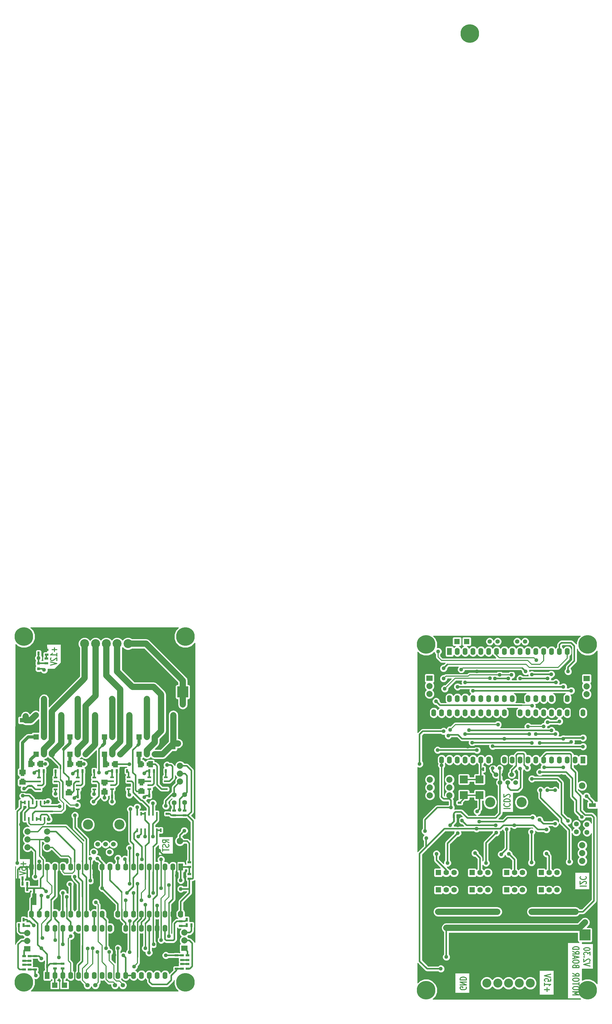
<source format=gbl>
G04 (created by PCBNEW-RS274X (2011-04-29 BZR 2986)-stable) date 03/10/2011 23:01:26*
G01*
G70*
G90*
%MOIN*%
G04 Gerber Fmt 3.4, Leading zero omitted, Abs format*
%FSLAX34Y34*%
G04 APERTURE LIST*
%ADD10C,0.006000*%
%ADD11C,0.012000*%
%ADD12R,0.055000X0.055000*%
%ADD13C,0.055000*%
%ADD14R,0.078700X0.078700*%
%ADD15C,0.078700*%
%ADD16R,0.045000X0.025000*%
%ADD17R,0.070900X0.070900*%
%ADD18C,0.070900*%
%ADD19R,0.036000X0.036000*%
%ADD20R,0.025000X0.045000*%
%ADD21C,0.236300*%
%ADD22R,0.080000X0.060000*%
%ADD23R,0.060000X0.080000*%
%ADD24R,0.140000X0.140000*%
%ADD25C,0.140000*%
%ADD26R,0.055000X0.150000*%
%ADD27C,0.060000*%
%ADD28C,0.128000*%
%ADD29C,0.070000*%
%ADD30R,0.070000X0.070000*%
%ADD31C,0.063000*%
%ADD32R,0.045000X0.020000*%
%ADD33R,0.020000X0.045000*%
%ADD34R,0.114200X0.114200*%
%ADD35C,0.114200*%
%ADD36R,0.150000X0.055000*%
%ADD37R,0.078700X0.070900*%
%ADD38R,0.082700X0.070900*%
%ADD39C,0.082700*%
%ADD40R,0.062000X0.090000*%
%ADD41O,0.062000X0.090000*%
%ADD42R,0.090600X0.051200*%
%ADD43R,0.100000X0.100000*%
%ADD44C,0.049200*%
%ADD45C,0.019700*%
%ADD46C,0.078700*%
%ADD47C,0.013800*%
%ADD48C,0.015700*%
%ADD49C,0.039400*%
%ADD50C,0.010000*%
G04 APERTURE END LIST*
G54D10*
G54D11*
X43999Y-44297D02*
X43618Y-44097D01*
X43999Y-43954D02*
X43199Y-43954D01*
X43199Y-44182D01*
X43237Y-44240D01*
X43275Y-44268D01*
X43351Y-44297D01*
X43465Y-44297D01*
X43542Y-44268D01*
X43580Y-44240D01*
X43618Y-44182D01*
X43618Y-43954D01*
X43961Y-44525D02*
X43999Y-44611D01*
X43999Y-44754D01*
X43961Y-44811D01*
X43923Y-44840D01*
X43846Y-44868D01*
X43770Y-44868D01*
X43694Y-44840D01*
X43656Y-44811D01*
X43618Y-44754D01*
X43580Y-44640D01*
X43542Y-44582D01*
X43504Y-44554D01*
X43427Y-44525D01*
X43351Y-44525D01*
X43275Y-44554D01*
X43237Y-44582D01*
X43199Y-44640D01*
X43199Y-44782D01*
X43237Y-44868D01*
X43199Y-45039D02*
X43199Y-45382D01*
X43999Y-45211D02*
X43199Y-45211D01*
X29444Y-19519D02*
X29444Y-19976D01*
X29749Y-19747D02*
X29139Y-19747D01*
X29749Y-20576D02*
X29749Y-20233D01*
X29749Y-20405D02*
X28949Y-20405D01*
X29063Y-20348D01*
X29139Y-20290D01*
X29177Y-20233D01*
X29025Y-20804D02*
X28987Y-20833D01*
X28949Y-20890D01*
X28949Y-21033D01*
X28987Y-21090D01*
X29025Y-21119D01*
X29101Y-21147D01*
X29177Y-21147D01*
X29292Y-21119D01*
X29749Y-20776D01*
X29749Y-21147D01*
X28949Y-21318D02*
X29749Y-21518D01*
X28949Y-21718D01*
X25494Y-46754D02*
X25494Y-47211D01*
X25799Y-46982D02*
X25189Y-46982D01*
X24999Y-47783D02*
X24999Y-47497D01*
X25380Y-47468D01*
X25342Y-47497D01*
X25304Y-47554D01*
X25304Y-47697D01*
X25342Y-47754D01*
X25380Y-47783D01*
X25456Y-47811D01*
X25646Y-47811D01*
X25723Y-47783D01*
X25761Y-47754D01*
X25799Y-47697D01*
X25799Y-47554D01*
X25761Y-47497D01*
X25723Y-47468D01*
X24999Y-47982D02*
X25799Y-48182D01*
X24999Y-48382D01*
X96351Y-49810D02*
X97151Y-49810D01*
X97075Y-49553D02*
X97113Y-49524D01*
X97151Y-49467D01*
X97151Y-49324D01*
X97113Y-49267D01*
X97075Y-49238D01*
X96999Y-49210D01*
X96923Y-49210D01*
X96808Y-49238D01*
X96351Y-49581D01*
X96351Y-49210D01*
X96427Y-48610D02*
X96389Y-48639D01*
X96351Y-48725D01*
X96351Y-48782D01*
X96389Y-48867D01*
X96465Y-48925D01*
X96542Y-48953D01*
X96694Y-48982D01*
X96808Y-48982D01*
X96961Y-48953D01*
X97037Y-48925D01*
X97113Y-48867D01*
X97151Y-48782D01*
X97151Y-48725D01*
X97113Y-48639D01*
X97075Y-48610D01*
X86651Y-39960D02*
X87451Y-39960D01*
X86727Y-39331D02*
X86689Y-39360D01*
X86651Y-39446D01*
X86651Y-39503D01*
X86689Y-39588D01*
X86765Y-39646D01*
X86842Y-39674D01*
X86994Y-39703D01*
X87108Y-39703D01*
X87261Y-39674D01*
X87337Y-39646D01*
X87413Y-39588D01*
X87451Y-39503D01*
X87451Y-39446D01*
X87413Y-39360D01*
X87375Y-39331D01*
X86651Y-39074D02*
X87451Y-39074D01*
X87451Y-38931D01*
X87413Y-38846D01*
X87337Y-38788D01*
X87261Y-38760D01*
X87108Y-38731D01*
X86994Y-38731D01*
X86842Y-38760D01*
X86765Y-38788D01*
X86689Y-38846D01*
X86651Y-38931D01*
X86651Y-39074D01*
X87375Y-38503D02*
X87413Y-38474D01*
X87451Y-38417D01*
X87451Y-38274D01*
X87413Y-38217D01*
X87375Y-38188D01*
X87299Y-38160D01*
X87223Y-38160D01*
X87108Y-38188D01*
X86651Y-38531D01*
X86651Y-38160D01*
X81838Y-62657D02*
X81876Y-62714D01*
X81876Y-62800D01*
X81838Y-62885D01*
X81762Y-62943D01*
X81686Y-62971D01*
X81533Y-63000D01*
X81419Y-63000D01*
X81267Y-62971D01*
X81190Y-62943D01*
X81114Y-62885D01*
X81076Y-62800D01*
X81076Y-62743D01*
X81114Y-62657D01*
X81152Y-62628D01*
X81419Y-62628D01*
X81419Y-62743D01*
X81076Y-62371D02*
X81876Y-62371D01*
X81076Y-62028D01*
X81876Y-62028D01*
X81076Y-61742D02*
X81876Y-61742D01*
X81876Y-61599D01*
X81838Y-61514D01*
X81762Y-61456D01*
X81686Y-61428D01*
X81533Y-61399D01*
X81419Y-61399D01*
X81267Y-61428D01*
X81190Y-61456D01*
X81114Y-61514D01*
X81076Y-61599D01*
X81076Y-61742D01*
X92131Y-63206D02*
X92131Y-62749D01*
X91826Y-62978D02*
X92436Y-62978D01*
X91826Y-62149D02*
X91826Y-62492D01*
X91826Y-62320D02*
X92626Y-62320D01*
X92512Y-62377D01*
X92436Y-62435D01*
X92398Y-62492D01*
X92626Y-61606D02*
X92626Y-61892D01*
X92245Y-61921D01*
X92283Y-61892D01*
X92321Y-61835D01*
X92321Y-61692D01*
X92283Y-61635D01*
X92245Y-61606D01*
X92169Y-61578D01*
X91979Y-61578D01*
X91902Y-61606D01*
X91864Y-61635D01*
X91826Y-61692D01*
X91826Y-61835D01*
X91864Y-61892D01*
X91902Y-61921D01*
X92626Y-61407D02*
X91826Y-61207D01*
X92626Y-61007D01*
X95426Y-63657D02*
X96226Y-63657D01*
X95655Y-63457D01*
X96226Y-63257D01*
X95426Y-63257D01*
X96226Y-62857D02*
X96226Y-62743D01*
X96188Y-62685D01*
X96112Y-62628D01*
X95960Y-62600D01*
X95693Y-62600D01*
X95540Y-62628D01*
X95464Y-62685D01*
X95426Y-62743D01*
X95426Y-62857D01*
X95464Y-62914D01*
X95540Y-62971D01*
X95693Y-63000D01*
X95960Y-63000D01*
X96112Y-62971D01*
X96188Y-62914D01*
X96226Y-62857D01*
X96226Y-62428D02*
X96226Y-62085D01*
X95426Y-62256D02*
X96226Y-62256D01*
X96226Y-61771D02*
X96226Y-61657D01*
X96188Y-61599D01*
X96112Y-61542D01*
X95960Y-61514D01*
X95693Y-61514D01*
X95540Y-61542D01*
X95464Y-61599D01*
X95426Y-61657D01*
X95426Y-61771D01*
X95464Y-61828D01*
X95540Y-61885D01*
X95693Y-61914D01*
X95960Y-61914D01*
X96112Y-61885D01*
X96188Y-61828D01*
X96226Y-61771D01*
X95426Y-60913D02*
X95807Y-61113D01*
X95426Y-61256D02*
X96226Y-61256D01*
X96226Y-61028D01*
X96188Y-60970D01*
X96150Y-60942D01*
X96074Y-60913D01*
X95960Y-60913D01*
X95883Y-60942D01*
X95845Y-60970D01*
X95807Y-61028D01*
X95807Y-61256D01*
X95845Y-59999D02*
X95807Y-59913D01*
X95769Y-59885D01*
X95693Y-59856D01*
X95579Y-59856D01*
X95502Y-59885D01*
X95464Y-59913D01*
X95426Y-59971D01*
X95426Y-60199D01*
X96226Y-60199D01*
X96226Y-59999D01*
X96188Y-59942D01*
X96150Y-59913D01*
X96074Y-59885D01*
X95998Y-59885D01*
X95921Y-59913D01*
X95883Y-59942D01*
X95845Y-59999D01*
X95845Y-60199D01*
X96226Y-59485D02*
X96226Y-59371D01*
X96188Y-59313D01*
X96112Y-59256D01*
X95960Y-59228D01*
X95693Y-59228D01*
X95540Y-59256D01*
X95464Y-59313D01*
X95426Y-59371D01*
X95426Y-59485D01*
X95464Y-59542D01*
X95540Y-59599D01*
X95693Y-59628D01*
X95960Y-59628D01*
X96112Y-59599D01*
X96188Y-59542D01*
X96226Y-59485D01*
X95655Y-58999D02*
X95655Y-58713D01*
X95426Y-59056D02*
X96226Y-58856D01*
X95426Y-58656D01*
X95426Y-58113D02*
X95807Y-58313D01*
X95426Y-58456D02*
X96226Y-58456D01*
X96226Y-58228D01*
X96188Y-58170D01*
X96150Y-58142D01*
X96074Y-58113D01*
X95960Y-58113D01*
X95883Y-58142D01*
X95845Y-58170D01*
X95807Y-58228D01*
X95807Y-58456D01*
X95426Y-57856D02*
X96226Y-57856D01*
X96226Y-57713D01*
X96188Y-57628D01*
X96112Y-57570D01*
X96036Y-57542D01*
X95883Y-57513D01*
X95769Y-57513D01*
X95617Y-57542D01*
X95540Y-57570D01*
X95464Y-57628D01*
X95426Y-57713D01*
X95426Y-57856D01*
X97626Y-59999D02*
X96826Y-59799D01*
X97626Y-59599D01*
X97550Y-59428D02*
X97588Y-59399D01*
X97626Y-59342D01*
X97626Y-59199D01*
X97588Y-59142D01*
X97550Y-59113D01*
X97474Y-59085D01*
X97398Y-59085D01*
X97283Y-59113D01*
X96826Y-59456D01*
X96826Y-59085D01*
X96902Y-58828D02*
X96864Y-58800D01*
X96826Y-58828D01*
X96864Y-58857D01*
X96902Y-58828D01*
X96826Y-58828D01*
X97626Y-58599D02*
X97626Y-58228D01*
X97321Y-58428D01*
X97321Y-58342D01*
X97283Y-58285D01*
X97245Y-58256D01*
X97169Y-58228D01*
X96979Y-58228D01*
X96902Y-58256D01*
X96864Y-58285D01*
X96826Y-58342D01*
X96826Y-58514D01*
X96864Y-58571D01*
X96902Y-58599D01*
X97626Y-57857D02*
X97626Y-57800D01*
X97588Y-57743D01*
X97550Y-57714D01*
X97474Y-57685D01*
X97321Y-57657D01*
X97131Y-57657D01*
X96979Y-57685D01*
X96902Y-57714D01*
X96864Y-57743D01*
X96826Y-57800D01*
X96826Y-57857D01*
X96864Y-57914D01*
X96902Y-57943D01*
X96979Y-57971D01*
X97131Y-58000D01*
X97321Y-58000D01*
X97474Y-57971D01*
X97550Y-57943D01*
X97588Y-57914D01*
X97626Y-57857D01*
G54D12*
X35650Y-62425D03*
G54D13*
X34650Y-62425D03*
X33650Y-62425D03*
G54D12*
X39150Y-62425D03*
G54D13*
X38150Y-62425D03*
X37150Y-62425D03*
G54D14*
X28525Y-45875D03*
G54D15*
X28525Y-44875D03*
X28525Y-43875D03*
X28525Y-42875D03*
G54D16*
X28450Y-20375D03*
X28450Y-19775D03*
X28425Y-21475D03*
X28425Y-20875D03*
G54D17*
X29475Y-62425D03*
G54D18*
X28475Y-62425D03*
G54D17*
X30725Y-62425D03*
G54D18*
X31725Y-62425D03*
G54D14*
X26025Y-45875D03*
G54D15*
X26025Y-44875D03*
X26025Y-43875D03*
X26025Y-42875D03*
G54D16*
X29525Y-59675D03*
X29525Y-60275D03*
X30475Y-59675D03*
X30475Y-60275D03*
G54D19*
X27425Y-22175D03*
X27425Y-21475D03*
X26625Y-21825D03*
G54D20*
X27425Y-20225D03*
X26825Y-20225D03*
G54D21*
X25550Y-62050D03*
X46100Y-62050D03*
X46100Y-18100D03*
X25550Y-18100D03*
G54D22*
X25375Y-35325D03*
X25375Y-36625D03*
X31275Y-36675D03*
X31275Y-37975D03*
G54D23*
X26425Y-34275D03*
X27725Y-34275D03*
X31375Y-34275D03*
X32675Y-34275D03*
G54D22*
X35825Y-37875D03*
X35825Y-36575D03*
X40525Y-37775D03*
X40525Y-36475D03*
G54D23*
X35925Y-34325D03*
X37225Y-34325D03*
X40375Y-34325D03*
X41675Y-34325D03*
G54D16*
X46375Y-58625D03*
X46375Y-59225D03*
X46375Y-60325D03*
X46375Y-59725D03*
G54D20*
X46875Y-54775D03*
X46275Y-54775D03*
G54D16*
X25575Y-58725D03*
X25575Y-59325D03*
X25575Y-60425D03*
X25575Y-59825D03*
G54D20*
X24925Y-54775D03*
X25525Y-54775D03*
G54D16*
X45675Y-59225D03*
X45675Y-58625D03*
X45675Y-59725D03*
X45675Y-60325D03*
X45525Y-54875D03*
X45525Y-54275D03*
X44975Y-58625D03*
X44975Y-59225D03*
X44975Y-60325D03*
X44975Y-59725D03*
G54D20*
X46275Y-54075D03*
X46875Y-54075D03*
G54D16*
X26275Y-59325D03*
X26275Y-58725D03*
X26275Y-59825D03*
X26275Y-60425D03*
X26125Y-54875D03*
X26125Y-54275D03*
X26975Y-58725D03*
X26975Y-59325D03*
X26975Y-60425D03*
X26975Y-59825D03*
G54D20*
X25525Y-54075D03*
X24925Y-54075D03*
G54D24*
X45775Y-25125D03*
G54D25*
X25775Y-25125D03*
G54D26*
X26875Y-51475D03*
X25075Y-51475D03*
G54D20*
X25975Y-49525D03*
X25375Y-49525D03*
X25375Y-48825D03*
X25975Y-48825D03*
G54D27*
X35950Y-44500D03*
X34950Y-44500D03*
X36950Y-44500D03*
X34450Y-45500D03*
X35450Y-45500D03*
X36450Y-45500D03*
G54D28*
X37700Y-42000D03*
X33700Y-42000D03*
G54D29*
X37800Y-33050D03*
X36800Y-33050D03*
G54D30*
X35800Y-33050D03*
G54D29*
X37800Y-30850D03*
X36800Y-30850D03*
G54D30*
X35800Y-30850D03*
G54D29*
X33400Y-33050D03*
X32400Y-33050D03*
G54D30*
X31400Y-33050D03*
G54D29*
X29100Y-33050D03*
X28100Y-33050D03*
G54D30*
X27100Y-33050D03*
G54D29*
X33400Y-30850D03*
X32400Y-30850D03*
G54D30*
X31400Y-30850D03*
G54D29*
X29100Y-30850D03*
X28100Y-30850D03*
G54D30*
X27100Y-30850D03*
G54D29*
X42200Y-33050D03*
X41200Y-33050D03*
G54D30*
X40200Y-33050D03*
G54D29*
X42200Y-30850D03*
X41200Y-30850D03*
G54D30*
X40200Y-30850D03*
G54D20*
X45275Y-53375D03*
X44675Y-53375D03*
X37325Y-53375D03*
X36725Y-53375D03*
X35325Y-47375D03*
X34725Y-47375D03*
G54D16*
X43825Y-40625D03*
X43825Y-41225D03*
G54D20*
X25975Y-50225D03*
X25375Y-50225D03*
X28525Y-59975D03*
X27925Y-59975D03*
G54D31*
X46025Y-38175D03*
X46025Y-39175D03*
G54D14*
X45425Y-33525D03*
G54D15*
X45425Y-34525D03*
X45425Y-35525D03*
X45425Y-36525D03*
G54D32*
X34525Y-37525D03*
X32425Y-37525D03*
X34525Y-37025D03*
X34525Y-36525D03*
X34525Y-36025D03*
X32425Y-37025D03*
X32425Y-36525D03*
X32425Y-36025D03*
G54D26*
X44575Y-31675D03*
X46375Y-31675D03*
G54D32*
X43625Y-37475D03*
X41525Y-37475D03*
X43625Y-36975D03*
X43625Y-36475D03*
X43625Y-35975D03*
X41525Y-36975D03*
X41525Y-36475D03*
X41525Y-35975D03*
G54D16*
X35825Y-37525D03*
X35825Y-36925D03*
G54D32*
X38875Y-37475D03*
X36775Y-37475D03*
X38875Y-36975D03*
X38875Y-36475D03*
X38875Y-35975D03*
X36775Y-36975D03*
X36775Y-36475D03*
X36775Y-35975D03*
G54D33*
X39975Y-40625D03*
X40475Y-40625D03*
X40975Y-40625D03*
X41475Y-40625D03*
X41975Y-40625D03*
X42475Y-40625D03*
X42975Y-40625D03*
X42975Y-42725D03*
X42475Y-42725D03*
X41975Y-42725D03*
X41475Y-42725D03*
X40975Y-42725D03*
X40475Y-42725D03*
X39975Y-42725D03*
G54D32*
X29575Y-37525D03*
X27475Y-37525D03*
X29575Y-37025D03*
X29575Y-36525D03*
X29575Y-36025D03*
X27475Y-37025D03*
X27475Y-36525D03*
X27475Y-36025D03*
G54D33*
X28175Y-41275D03*
X27675Y-41275D03*
X27175Y-41275D03*
X26675Y-41275D03*
X26175Y-41275D03*
X25675Y-41275D03*
X25175Y-41275D03*
X25175Y-39175D03*
X25675Y-39175D03*
X26175Y-39175D03*
X26675Y-39175D03*
X27175Y-39175D03*
X27675Y-39175D03*
X28175Y-39175D03*
G54D34*
X31900Y-19000D03*
G54D35*
X33275Y-19000D03*
X34675Y-19000D03*
X36050Y-19000D03*
X37425Y-19000D03*
X38800Y-19000D03*
G54D36*
X25775Y-28725D03*
X25775Y-26925D03*
G54D20*
X27475Y-35175D03*
X28075Y-35175D03*
X32425Y-35175D03*
X33025Y-35175D03*
G54D16*
X26375Y-37075D03*
X26375Y-37675D03*
G54D20*
X32425Y-38425D03*
X33025Y-38425D03*
X36775Y-35175D03*
X37375Y-35175D03*
X41525Y-35175D03*
X42125Y-35175D03*
X36775Y-38425D03*
X37375Y-38425D03*
X41525Y-38325D03*
X42125Y-38325D03*
G54D16*
X46625Y-48875D03*
X46625Y-48275D03*
X46625Y-47375D03*
X46625Y-46775D03*
X46025Y-40825D03*
X46025Y-40225D03*
X44675Y-40825D03*
X44675Y-40225D03*
X25375Y-35675D03*
X25375Y-36275D03*
X31275Y-37025D03*
X31275Y-37625D03*
G54D20*
X29575Y-35225D03*
X28975Y-35225D03*
X26775Y-34275D03*
X27375Y-34275D03*
X31725Y-34275D03*
X32325Y-34275D03*
X34475Y-35175D03*
X33875Y-35175D03*
G54D16*
X40525Y-37475D03*
X40525Y-36875D03*
G54D20*
X38675Y-35175D03*
X38075Y-35175D03*
X36275Y-34325D03*
X36875Y-34325D03*
X40725Y-34325D03*
X41325Y-34325D03*
X43625Y-35175D03*
X43025Y-35175D03*
G54D37*
X45975Y-57725D03*
G54D15*
X45975Y-56725D03*
X45975Y-55725D03*
G54D37*
X25975Y-57775D03*
G54D15*
X25975Y-56775D03*
X25975Y-55775D03*
G54D38*
X45400Y-45100D03*
G54D39*
X45400Y-44100D03*
G54D40*
X45525Y-47375D03*
G54D41*
X44525Y-47375D03*
X43525Y-47375D03*
X42525Y-47375D03*
X41525Y-47375D03*
X40525Y-47375D03*
X39525Y-47375D03*
X38525Y-47375D03*
X37525Y-47375D03*
X36525Y-47375D03*
X35525Y-47375D03*
X34525Y-47375D03*
X33525Y-47375D03*
X32525Y-47375D03*
X31525Y-47375D03*
X30525Y-47375D03*
X29525Y-47375D03*
X28525Y-47375D03*
X27525Y-47375D03*
X26525Y-47375D03*
X26525Y-53375D03*
X27525Y-53375D03*
X28525Y-53375D03*
X29525Y-53375D03*
X30525Y-53375D03*
X31525Y-53375D03*
X32525Y-53375D03*
X33525Y-53375D03*
X34525Y-53375D03*
X35525Y-53375D03*
X36525Y-53375D03*
X37525Y-53375D03*
X38525Y-53375D03*
X39525Y-53375D03*
X40525Y-53375D03*
X41525Y-53375D03*
X42525Y-53375D03*
X43525Y-53375D03*
X44525Y-53375D03*
X45525Y-53375D03*
G54D40*
X28525Y-61175D03*
G54D41*
X29525Y-61175D03*
X30525Y-61175D03*
X31525Y-61175D03*
X32525Y-61175D03*
X33525Y-61175D03*
X34525Y-61175D03*
X35525Y-61175D03*
X36525Y-61175D03*
X37525Y-61175D03*
X38525Y-61175D03*
X39525Y-61175D03*
X40525Y-61175D03*
X41525Y-61175D03*
X42525Y-61175D03*
X43525Y-61175D03*
X43525Y-55175D03*
X42525Y-55175D03*
X41525Y-55175D03*
X40525Y-55175D03*
X39525Y-55175D03*
X38525Y-55175D03*
X37525Y-55175D03*
X36525Y-55175D03*
X35525Y-55175D03*
X34525Y-55175D03*
X33525Y-55175D03*
X32525Y-55175D03*
X31525Y-55175D03*
X30525Y-55175D03*
X29525Y-55175D03*
X28525Y-55175D03*
G54D31*
X44675Y-38225D03*
X44675Y-39225D03*
G54D21*
X82325Y58575D03*
G54D31*
X95875Y-42925D03*
X95875Y-41925D03*
G54D40*
X79725Y-19975D03*
G54D41*
X80725Y-19975D03*
X81725Y-19975D03*
X82725Y-19975D03*
X83725Y-19975D03*
X84725Y-19975D03*
X85725Y-19975D03*
X86725Y-19975D03*
X87725Y-19975D03*
X88725Y-19975D03*
X89725Y-19975D03*
X90725Y-19975D03*
X91725Y-19975D03*
X92725Y-19975D03*
X93725Y-19975D03*
X94725Y-19975D03*
X94725Y-25975D03*
X93725Y-25975D03*
X92725Y-25975D03*
X91725Y-25975D03*
X90725Y-25975D03*
X89725Y-25975D03*
X88725Y-25975D03*
X87725Y-25975D03*
X86725Y-25975D03*
X85725Y-25975D03*
X84725Y-25975D03*
X83725Y-25975D03*
X82725Y-25975D03*
X81725Y-25975D03*
X80725Y-25975D03*
X79725Y-25975D03*
G54D40*
X96725Y-33775D03*
G54D41*
X95725Y-33775D03*
X94725Y-33775D03*
X93725Y-33775D03*
X92725Y-33775D03*
X91725Y-33775D03*
X90725Y-33775D03*
X89725Y-33775D03*
X88725Y-33775D03*
X87725Y-33775D03*
X86725Y-33775D03*
X85725Y-33775D03*
X84725Y-33775D03*
X83725Y-33775D03*
X82725Y-33775D03*
X81725Y-33775D03*
X80725Y-33775D03*
X79725Y-33775D03*
X78725Y-33775D03*
X77725Y-33775D03*
X77725Y-27775D03*
X78725Y-27775D03*
X79725Y-27775D03*
X80725Y-27775D03*
X81725Y-27775D03*
X82725Y-27775D03*
X83725Y-27775D03*
X84725Y-27775D03*
X85725Y-27775D03*
X86725Y-27775D03*
X87725Y-27775D03*
X88725Y-27775D03*
X89725Y-27775D03*
X90725Y-27775D03*
X91725Y-27775D03*
X92725Y-27775D03*
X93725Y-27775D03*
X94725Y-27775D03*
X95725Y-27775D03*
X96725Y-27775D03*
G54D38*
X96600Y-36050D03*
G54D39*
X96600Y-37050D03*
G54D37*
X77175Y-23375D03*
G54D15*
X77175Y-24375D03*
X77175Y-25375D03*
G54D37*
X97175Y-23425D03*
G54D15*
X97175Y-24425D03*
X97175Y-25425D03*
G54D20*
X84000Y-34950D03*
X84600Y-34950D03*
G54D16*
X81000Y-39225D03*
X81000Y-39825D03*
G54D34*
X83100Y-62150D03*
G54D35*
X84475Y-62150D03*
X85875Y-62150D03*
X87250Y-62150D03*
X88625Y-62150D03*
X90000Y-62150D03*
G54D14*
X96625Y-47625D03*
G54D15*
X96625Y-46625D03*
X96625Y-45625D03*
X96625Y-44625D03*
G54D31*
X97225Y-42975D03*
X97225Y-41975D03*
G54D20*
X80275Y-40925D03*
X80875Y-40925D03*
G54D29*
X93400Y-50300D03*
X92400Y-50300D03*
G54D30*
X91400Y-50300D03*
G54D29*
X93400Y-48100D03*
X92400Y-48100D03*
G54D30*
X91400Y-48100D03*
G54D29*
X80300Y-50300D03*
X79300Y-50300D03*
G54D30*
X78300Y-50300D03*
G54D29*
X84600Y-50300D03*
X83600Y-50300D03*
G54D30*
X82600Y-50300D03*
G54D29*
X80300Y-48100D03*
X79300Y-48100D03*
G54D30*
X78300Y-48100D03*
G54D29*
X84600Y-48100D03*
X83600Y-48100D03*
G54D30*
X82600Y-48100D03*
G54D29*
X89000Y-50300D03*
X88000Y-50300D03*
G54D30*
X87000Y-50300D03*
G54D29*
X89000Y-48100D03*
X88000Y-48100D03*
G54D30*
X87000Y-48100D03*
G54D27*
X87150Y-36650D03*
X86150Y-36650D03*
X88150Y-36650D03*
X85650Y-35650D03*
X86650Y-35650D03*
X87650Y-35650D03*
G54D28*
X88900Y-39150D03*
X84900Y-39150D03*
G54D24*
X96975Y-56025D03*
G54D25*
X76975Y-56025D03*
G54D21*
X76750Y-63050D03*
X97300Y-63050D03*
X97300Y-19100D03*
X76750Y-19100D03*
G54D14*
X77225Y-35275D03*
G54D15*
X77225Y-36275D03*
X77225Y-37275D03*
X77225Y-38275D03*
G54D42*
X97925Y-39525D03*
X94925Y-39525D03*
G54D17*
X81925Y-18725D03*
G54D18*
X82925Y-18725D03*
G54D17*
X80675Y-18725D03*
G54D18*
X79675Y-18725D03*
G54D14*
X79725Y-35275D03*
G54D15*
X79725Y-36275D03*
X79725Y-37275D03*
X79725Y-38275D03*
G54D12*
X90350Y-18725D03*
G54D13*
X89350Y-18725D03*
X88350Y-18725D03*
G54D12*
X86850Y-18725D03*
G54D13*
X85850Y-18725D03*
X84850Y-18725D03*
G54D43*
X83550Y-38250D03*
X83550Y-36250D03*
X81550Y-36250D03*
X81550Y-38250D03*
G54D44*
X76775Y-43725D03*
X83175Y-42525D03*
X87975Y-42075D03*
X78625Y-60325D03*
X92075Y-42625D03*
X40875Y-38525D03*
X27425Y-20825D03*
X36775Y-39075D03*
X31975Y-38625D03*
X25575Y-37425D03*
X28125Y-26025D03*
X32425Y-26025D03*
X41225Y-26025D03*
X45775Y-26725D03*
X36775Y-26025D03*
X28125Y-22325D03*
X79325Y-58825D03*
X87975Y-55125D03*
X96975Y-54425D03*
X92425Y-55125D03*
X83625Y-55125D03*
X79325Y-55125D03*
X79575Y-30675D03*
X87625Y-22950D03*
X86100Y-22950D03*
X78975Y-23425D03*
X86725Y-31075D03*
X96725Y-30975D03*
X94225Y-31075D03*
X94225Y-34725D03*
X91775Y-34725D03*
X86125Y-34825D03*
X79825Y-42075D03*
X27775Y-57725D03*
X34900Y-58200D03*
X36425Y-58200D03*
X28375Y-50475D03*
X35525Y-50075D03*
X45525Y-50175D03*
X43025Y-50075D03*
X43025Y-46425D03*
X40575Y-46425D03*
X34925Y-46325D03*
X28625Y-39075D03*
X85825Y-53075D03*
X34625Y-28075D03*
X30325Y-28075D03*
X27075Y-28075D03*
X32325Y-39525D03*
X39125Y-40025D03*
X90325Y-41125D03*
X83525Y-41625D03*
X78275Y-53075D03*
X81525Y-53075D03*
X90175Y-53075D03*
X38975Y-28075D03*
X44575Y-28075D03*
X95775Y-53075D03*
X27525Y-46700D03*
X25425Y-38325D03*
X79925Y-39825D03*
X78725Y-34450D03*
X76625Y-42825D03*
X28725Y-41325D03*
X82725Y-24975D03*
X95225Y-24975D03*
X44025Y-56175D03*
X31525Y-56175D03*
X94225Y-24475D03*
X29550Y-56675D03*
X43025Y-56675D03*
X80750Y-24475D03*
X81725Y-23925D03*
X93275Y-23925D03*
X30525Y-57225D03*
X42075Y-57225D03*
X31025Y-51175D03*
X41525Y-51125D03*
X82225Y-29975D03*
X92725Y-30025D03*
X95225Y-31475D03*
X40025Y-49525D03*
X91225Y-31625D03*
X44025Y-49675D03*
X93725Y-28875D03*
X92225Y-28975D03*
X41025Y-52175D03*
X42525Y-52275D03*
X92225Y-23425D03*
X88725Y-23425D03*
X37525Y-57725D03*
X41025Y-57725D03*
X91725Y-29525D03*
X89725Y-29525D03*
X38525Y-51625D03*
X40525Y-51625D03*
X90775Y-21100D03*
X39575Y-60050D03*
X89625Y-34775D03*
X38425Y-46375D03*
X37525Y-46275D03*
X88725Y-34875D03*
X27775Y-51025D03*
X78975Y-30125D03*
X75925Y-34275D03*
X24725Y-46875D03*
X93225Y-30475D03*
X39525Y-50675D03*
X42025Y-50675D03*
X90725Y-30475D03*
X45525Y-49075D03*
X34025Y-46325D03*
X34025Y-49125D03*
X85225Y-34825D03*
X85225Y-32025D03*
X96725Y-32075D03*
X30025Y-58875D03*
X38225Y-58625D03*
X89425Y-22525D03*
X81225Y-22275D03*
X36025Y-57725D03*
X34325Y-57725D03*
X85525Y-23425D03*
X87225Y-23425D03*
X33875Y-34375D03*
X45875Y-29875D03*
X38125Y-38475D03*
X37075Y-58575D03*
X42775Y-45325D03*
X28975Y-34375D03*
X32025Y-58625D03*
X82475Y-40525D03*
X43025Y-34375D03*
X25375Y-53275D03*
X34525Y-48375D03*
X24875Y-37825D03*
X25175Y-41975D03*
X44875Y-52025D03*
X46575Y-52025D03*
X42525Y-57825D03*
X85725Y-32775D03*
X76075Y-43325D03*
X76375Y-39175D03*
X96075Y-29125D03*
X97775Y-29125D03*
X93725Y-23325D03*
X82050Y-32075D03*
X31275Y-40625D03*
X29575Y-39075D03*
X96225Y-32675D03*
X78175Y-31775D03*
X80775Y-42075D03*
X83225Y-22525D03*
X80175Y-46775D03*
X93975Y-35825D03*
X88275Y-22575D03*
X89325Y-42675D03*
X97075Y-51275D03*
X85075Y-46775D03*
X94225Y-46775D03*
X76575Y-27875D03*
X26975Y-49375D03*
X45025Y-48475D03*
X30850Y-49075D03*
X85900Y-29275D03*
X79800Y-29950D03*
X28600Y-51200D03*
X34700Y-51875D03*
X27775Y-59025D03*
X78975Y-22125D03*
X90225Y-22925D03*
X39050Y-54250D03*
X41475Y-58275D03*
X26825Y-54825D03*
X39025Y-58225D03*
X78025Y-26325D03*
X92675Y-22875D03*
X90250Y-26900D03*
X78225Y-32525D03*
X32025Y-48625D03*
X27025Y-48625D03*
X83225Y-32525D03*
X45975Y-42775D03*
X97175Y-38375D03*
X90225Y-36175D03*
X39025Y-44975D03*
X90225Y-31625D03*
X82625Y-31575D03*
X94825Y-41525D03*
X43625Y-39625D03*
X31425Y-49575D03*
X39025Y-49525D03*
X43625Y-58625D03*
X94825Y-22525D03*
X32050Y-40825D03*
X83250Y-40325D03*
X96575Y-41025D03*
X45375Y-40125D03*
X30525Y-50675D03*
X38675Y-50675D03*
X40025Y-45825D03*
X89875Y-30475D03*
X91225Y-35325D03*
X81725Y-30475D03*
X84875Y-23400D03*
X79125Y-24725D03*
X33675Y-57750D03*
X27925Y-56425D03*
X78275Y-19975D03*
X27075Y-61175D03*
X33175Y-34275D03*
X34475Y-38125D03*
X85675Y-43025D03*
X84375Y-46875D03*
X43775Y-34425D03*
X94975Y-46725D03*
X40125Y-43525D03*
X91325Y-37625D03*
X30125Y-39675D03*
X34425Y-39075D03*
X85625Y-42075D03*
X81325Y-41475D03*
X26875Y-35425D03*
X78075Y-45725D03*
X29575Y-38075D03*
X80775Y-43075D03*
X79475Y-46875D03*
X28275Y-34275D03*
X38975Y-38225D03*
X38975Y-34325D03*
X90175Y-46825D03*
X90175Y-42925D03*
X35125Y-35375D03*
X35825Y-38575D03*
X87025Y-42575D03*
X86325Y-45775D03*
X82975Y-45625D03*
X31775Y-35525D03*
X91175Y-41375D03*
X93175Y-41875D03*
X41975Y-39275D03*
X39975Y-39775D03*
X93175Y-37625D03*
X92175Y-37625D03*
X41975Y-43525D03*
X40975Y-43525D03*
X87275Y-45725D03*
X36075Y-35425D03*
X40875Y-35475D03*
X92075Y-45675D03*
G54D45*
X26375Y-37075D02*
X26075Y-37075D01*
X76750Y-44850D02*
X75925Y-45675D01*
X90425Y-42075D02*
X87975Y-42075D01*
X90975Y-42625D02*
X90425Y-42075D01*
X76750Y-43750D02*
X76750Y-44850D01*
X76775Y-43725D02*
X76750Y-43750D01*
X83175Y-42525D02*
X79075Y-42525D01*
X86625Y-42075D02*
X87975Y-42075D01*
X86175Y-42525D02*
X86625Y-42075D01*
X83175Y-42525D02*
X85675Y-42525D01*
X85675Y-42525D02*
X86175Y-42525D01*
X75925Y-59375D02*
X76875Y-60325D01*
X75925Y-45675D02*
X75925Y-59375D01*
X77175Y-44425D02*
X76750Y-44850D01*
X76875Y-60325D02*
X78625Y-60325D01*
X92075Y-42625D02*
X90975Y-42625D01*
X32425Y-38425D02*
X32175Y-38425D01*
X32175Y-38425D02*
X31975Y-38625D01*
X32425Y-37525D02*
X32425Y-38425D01*
X41525Y-38325D02*
X41075Y-38325D01*
X41075Y-38325D02*
X40875Y-38525D01*
X26375Y-37075D02*
X26575Y-37075D01*
X27025Y-37525D02*
X27475Y-37525D01*
X26575Y-37075D02*
X27025Y-37525D01*
X27425Y-20825D02*
X27425Y-20225D01*
X36775Y-39075D02*
X36775Y-38425D01*
X31975Y-38625D02*
X32175Y-38425D01*
X27425Y-21475D02*
X27425Y-20225D01*
X27425Y-21475D02*
X28425Y-21475D01*
X41525Y-37475D02*
X41525Y-38325D01*
X36775Y-38425D02*
X36775Y-37475D01*
X26075Y-37075D02*
X25725Y-37425D01*
X25725Y-37425D02*
X25575Y-37425D01*
X79075Y-42525D02*
X77175Y-44425D01*
G54D46*
X41200Y-26050D02*
X41225Y-26025D01*
X32400Y-26050D02*
X32425Y-26025D01*
X45775Y-25125D02*
X45775Y-26725D01*
X45775Y-25125D02*
X45775Y-23675D01*
X45775Y-23675D02*
X41100Y-19000D01*
X41100Y-19000D02*
X38800Y-19000D01*
X32400Y-30850D02*
X32400Y-26050D01*
X36800Y-30850D02*
X36800Y-26050D01*
X36800Y-26050D02*
X36775Y-26025D01*
X41200Y-30850D02*
X41200Y-26050D01*
G54D45*
X28100Y-26050D02*
X28125Y-26025D01*
X32425Y-26025D02*
X32400Y-26050D01*
X45775Y-23675D02*
X41100Y-19000D01*
X41100Y-19000D02*
X38800Y-19000D01*
X36800Y-26050D02*
X36775Y-26025D01*
X27975Y-22175D02*
X28125Y-22325D01*
X27425Y-22175D02*
X27975Y-22175D01*
G54D46*
X28100Y-26050D02*
X28125Y-26025D01*
X28100Y-30850D02*
X28100Y-26050D01*
X96275Y-55125D02*
X96975Y-54425D01*
G54D45*
X79325Y-58825D02*
X79325Y-55125D01*
X92425Y-55125D02*
X96275Y-55125D01*
X96275Y-55125D02*
X96975Y-54425D01*
X83625Y-55125D02*
X87975Y-55125D01*
X87975Y-55125D02*
X92425Y-55125D01*
X79325Y-55125D02*
X83625Y-55125D01*
G54D46*
X79325Y-55125D02*
X96275Y-55125D01*
G54D45*
X80275Y-41625D02*
X79825Y-42075D01*
X80275Y-40925D02*
X80275Y-41625D01*
X86150Y-39850D02*
X86150Y-36650D01*
X80475Y-40375D02*
X81225Y-40375D01*
X80275Y-40575D02*
X80475Y-40375D01*
X80275Y-40925D02*
X80275Y-40575D01*
X79675Y-30575D02*
X79575Y-30675D01*
X81325Y-31075D02*
X82725Y-31075D01*
X86150Y-40600D02*
X85600Y-41150D01*
X85600Y-41150D02*
X82000Y-41150D01*
X82000Y-41150D02*
X81225Y-40375D01*
X86150Y-39850D02*
X86150Y-40600D01*
G54D47*
X87625Y-22950D02*
X86100Y-22950D01*
X82275Y-22950D02*
X82100Y-23125D01*
X82100Y-23125D02*
X79275Y-23125D01*
X79275Y-23125D02*
X78975Y-23425D01*
X86100Y-22950D02*
X82275Y-22950D01*
G54D45*
X94225Y-31075D02*
X86725Y-31075D01*
X94325Y-30975D02*
X96725Y-30975D01*
X94225Y-31075D02*
X94325Y-30975D01*
X91775Y-34725D02*
X94225Y-34725D01*
G54D48*
X28025Y-46850D02*
X28025Y-46475D01*
G54D45*
X86125Y-34825D02*
X86150Y-34850D01*
X86150Y-34850D02*
X86150Y-36650D01*
X80325Y-41575D02*
X80325Y-41175D01*
X79825Y-42075D02*
X80325Y-41575D01*
X86725Y-31075D02*
X82725Y-31075D01*
X79825Y-30575D02*
X79675Y-30575D01*
X80825Y-30575D02*
X81325Y-31075D01*
X79825Y-30575D02*
X80825Y-30575D01*
G54D47*
X36425Y-58200D02*
X36425Y-59300D01*
X37025Y-59900D02*
X37025Y-60625D01*
X36425Y-59300D02*
X37025Y-59900D01*
X38150Y-62425D02*
X38150Y-62325D01*
X38150Y-62325D02*
X37700Y-61875D01*
X37700Y-61875D02*
X37325Y-61875D01*
X37325Y-61875D02*
X37025Y-61575D01*
X37025Y-61575D02*
X37025Y-60625D01*
X35025Y-62050D02*
X34650Y-62425D01*
X35025Y-58325D02*
X35025Y-62050D01*
X34900Y-58200D02*
X35025Y-58325D01*
G54D45*
X28375Y-50475D02*
X27975Y-50075D01*
X27975Y-50075D02*
X27675Y-50075D01*
X28175Y-39175D02*
X28525Y-39175D01*
X28525Y-39175D02*
X28625Y-39075D01*
X26525Y-53375D02*
X26525Y-53775D01*
X26525Y-53775D02*
X27325Y-54575D01*
X27325Y-54575D02*
X27325Y-57275D01*
X27325Y-57275D02*
X27775Y-57725D01*
X28525Y-58475D02*
X28525Y-59975D01*
X27775Y-57725D02*
X28525Y-58475D01*
X27675Y-50075D02*
X27675Y-48875D01*
G54D48*
X28025Y-48525D02*
X28025Y-46850D01*
G54D45*
X27675Y-48875D02*
X28025Y-48525D01*
X26875Y-51475D02*
X26875Y-50125D01*
X26875Y-50125D02*
X26825Y-50075D01*
X26825Y-50075D02*
X26125Y-50075D01*
X26125Y-50075D02*
X25975Y-50225D01*
X25975Y-49525D02*
X25975Y-50225D01*
X27675Y-50075D02*
X26825Y-50075D01*
X26825Y-50075D02*
X26875Y-50075D01*
X26875Y-50075D02*
X26825Y-50075D01*
X35525Y-50075D02*
X35525Y-47375D01*
X39975Y-42725D02*
X39575Y-43125D01*
X45525Y-50175D02*
X46625Y-50175D01*
G54D48*
X43025Y-46425D02*
X43025Y-50075D01*
G54D45*
X40575Y-44825D02*
X40575Y-46425D01*
X39575Y-43825D02*
X40575Y-44825D01*
X39575Y-43625D02*
X39575Y-43825D01*
X39575Y-43125D02*
X39575Y-43625D01*
X29525Y-59675D02*
X30475Y-59675D01*
X28525Y-59975D02*
X28575Y-59975D01*
X28575Y-59975D02*
X28875Y-59675D01*
X28875Y-59675D02*
X29525Y-59675D01*
X28525Y-61175D02*
X28525Y-59975D01*
X46025Y-40825D02*
X46375Y-40825D01*
X47025Y-48875D02*
X46625Y-48875D01*
X47075Y-48825D02*
X47025Y-48875D01*
X47075Y-41525D02*
X47075Y-48825D01*
X46375Y-40825D02*
X47075Y-41525D01*
X43825Y-40625D02*
X44125Y-40625D01*
X44325Y-40825D02*
X44675Y-40825D01*
X44125Y-40625D02*
X44325Y-40825D01*
X26825Y-50075D02*
X26825Y-51125D01*
X26825Y-51125D02*
X26775Y-51175D01*
X26525Y-53375D02*
X26525Y-51425D01*
X26525Y-51425D02*
X26775Y-51175D01*
X45525Y-53375D02*
X45525Y-51775D01*
X46625Y-50175D02*
X46625Y-48875D01*
X45525Y-51775D02*
X46625Y-50675D01*
X46625Y-50675D02*
X46625Y-50175D01*
X35525Y-47375D02*
X35525Y-46925D01*
X35525Y-46925D02*
X34925Y-46325D01*
X46025Y-40825D02*
X46425Y-40825D01*
X46275Y-34525D02*
X45425Y-34525D01*
X46875Y-35125D02*
X46275Y-34525D01*
X46875Y-40375D02*
X46875Y-35125D01*
X46425Y-40825D02*
X46875Y-40375D01*
X46025Y-40825D02*
X44675Y-40825D01*
X28525Y-39175D02*
X28625Y-39075D01*
X37525Y-52075D02*
X35525Y-50075D01*
X37525Y-53375D02*
X37525Y-52075D01*
G54D48*
X27550Y-43875D02*
X28525Y-43875D01*
X26025Y-43875D02*
X27550Y-43875D01*
X28025Y-46475D02*
X27550Y-46000D01*
X27550Y-46000D02*
X27550Y-43875D01*
G54D45*
X30325Y-31675D02*
X30325Y-28075D01*
X34625Y-31825D02*
X34625Y-28075D01*
X29100Y-32900D02*
X30325Y-31675D01*
X26425Y-28725D02*
X25775Y-28725D01*
G54D46*
X29100Y-33050D02*
X29100Y-32900D01*
X26425Y-28725D02*
X25775Y-28725D01*
X27075Y-28075D02*
X26425Y-28725D01*
G54D45*
X25775Y-28725D02*
X25775Y-28225D01*
G54D46*
X25775Y-28725D02*
X25775Y-28225D01*
X29100Y-32900D02*
X30325Y-31675D01*
X30325Y-31675D02*
X30325Y-28075D01*
X33400Y-33050D02*
X34625Y-31825D01*
X34625Y-31825D02*
X34625Y-28075D01*
G54D45*
X29100Y-33050D02*
X29100Y-33350D01*
X30525Y-37925D02*
X30525Y-38125D01*
X29100Y-33350D02*
X30225Y-34475D01*
X30225Y-34475D02*
X30225Y-34925D01*
X30225Y-36275D02*
X30525Y-36575D01*
X30525Y-36575D02*
X30525Y-37925D01*
X30525Y-38575D02*
X30525Y-38125D01*
X39125Y-43425D02*
X39125Y-40025D01*
X39125Y-43425D02*
X39125Y-44125D01*
X39525Y-44525D02*
X39525Y-47375D01*
X39125Y-44125D02*
X39525Y-44525D01*
G54D47*
X31475Y-39525D02*
X32325Y-39525D01*
X30525Y-38575D02*
X31475Y-39525D01*
X30525Y-36575D02*
X30525Y-38575D01*
X30225Y-36275D02*
X30525Y-36575D01*
X30225Y-34925D02*
X30225Y-36275D01*
G54D45*
X87600Y-41125D02*
X87125Y-41125D01*
X90325Y-41125D02*
X87600Y-41125D01*
X87125Y-41125D02*
X86625Y-41625D01*
X86625Y-41625D02*
X83525Y-41625D01*
G54D46*
X81525Y-53075D02*
X85825Y-53075D01*
X81525Y-53075D02*
X78275Y-53075D01*
X44575Y-31675D02*
X45175Y-31675D01*
X37800Y-33050D02*
X37850Y-33050D01*
G54D45*
X96975Y-40775D02*
X97825Y-40775D01*
X97825Y-40775D02*
X98125Y-41075D01*
X98125Y-41075D02*
X98125Y-51675D01*
X98125Y-51675D02*
X96725Y-53075D01*
X96425Y-38375D02*
X95775Y-37725D01*
X95775Y-35375D02*
X95225Y-34825D01*
X95225Y-34825D02*
X95225Y-34375D01*
X96725Y-53075D02*
X95775Y-53075D01*
X95775Y-37725D02*
X95775Y-35375D01*
G54D46*
X90175Y-53075D02*
X95775Y-53075D01*
G54D45*
X38975Y-31925D02*
X38975Y-28075D01*
X37850Y-33050D02*
X38975Y-31925D01*
G54D46*
X37850Y-33050D02*
X38975Y-31925D01*
X38975Y-31925D02*
X38975Y-28075D01*
G54D45*
X95075Y-32975D02*
X95225Y-33125D01*
G54D46*
X42200Y-33050D02*
X43200Y-33050D01*
X43200Y-33050D02*
X44575Y-31675D01*
X44575Y-31675D02*
X44575Y-28075D01*
G54D45*
X44575Y-31675D02*
X45025Y-31675D01*
X91725Y-33775D02*
X91725Y-33325D01*
G54D48*
X95225Y-33125D02*
X95225Y-34375D01*
G54D45*
X96425Y-40225D02*
X96975Y-40775D01*
X96425Y-39225D02*
X96425Y-40225D01*
X96425Y-39225D02*
X96425Y-38375D01*
X91725Y-33325D02*
X92075Y-32975D01*
X92075Y-32975D02*
X95075Y-32975D01*
X27675Y-41275D02*
X27175Y-41275D01*
X26225Y-38325D02*
X25425Y-38325D01*
X27675Y-40875D02*
X27675Y-41275D01*
X27825Y-40725D02*
X27675Y-40875D01*
X28475Y-40725D02*
X27825Y-40725D01*
X28725Y-40975D02*
X28475Y-40725D01*
X28725Y-41325D02*
X28725Y-40975D01*
G54D48*
X78725Y-34450D02*
X78725Y-38350D01*
G54D45*
X79925Y-38925D02*
X79925Y-39825D01*
X79725Y-38725D02*
X79925Y-38925D01*
X78975Y-38725D02*
X79725Y-38725D01*
X78725Y-38475D02*
X78975Y-38725D01*
X78725Y-38350D02*
X78725Y-38475D01*
X78175Y-39825D02*
X79925Y-39825D01*
X76625Y-41375D02*
X78175Y-39825D01*
X76625Y-42825D02*
X76625Y-41375D01*
X26675Y-38775D02*
X26225Y-38325D01*
X26675Y-39175D02*
X26675Y-38775D01*
G54D48*
X27525Y-47375D02*
X27525Y-46700D01*
G54D47*
X31525Y-61175D02*
X31525Y-59625D01*
G54D45*
X95225Y-24975D02*
X82725Y-24975D01*
X44525Y-47375D02*
X44525Y-51475D01*
X44525Y-51475D02*
X44025Y-51975D01*
G54D48*
X44025Y-51975D02*
X44025Y-56175D01*
G54D47*
X31525Y-59625D02*
X31200Y-59300D01*
X31200Y-59300D02*
X31200Y-56500D01*
X31200Y-56500D02*
X31525Y-56175D01*
X29525Y-56650D02*
X29550Y-56675D01*
G54D48*
X43025Y-53075D02*
X43025Y-56675D01*
G54D47*
X29525Y-55175D02*
X29525Y-56650D01*
X43025Y-51400D02*
X43525Y-50900D01*
X43525Y-50900D02*
X43525Y-47375D01*
G54D45*
X94225Y-24475D02*
X82225Y-24475D01*
G54D47*
X43025Y-53075D02*
X43025Y-51400D01*
X80750Y-24475D02*
X80725Y-24475D01*
G54D45*
X80725Y-24475D02*
X82225Y-24475D01*
X30525Y-55175D02*
X30525Y-57225D01*
X81725Y-23925D02*
X93275Y-23925D01*
G54D48*
X42025Y-53275D02*
X42025Y-53475D01*
G54D45*
X42025Y-51475D02*
X42525Y-50975D01*
X42525Y-50975D02*
X42525Y-47375D01*
G54D48*
X42025Y-57175D02*
X42025Y-53475D01*
G54D45*
X42075Y-57225D02*
X42025Y-57175D01*
G54D48*
X42025Y-53275D02*
X42025Y-51475D01*
G54D45*
X31525Y-54375D02*
X31025Y-53875D01*
X41525Y-51125D02*
X41525Y-47375D01*
X31025Y-52475D02*
X31025Y-51175D01*
X82225Y-29975D02*
X82275Y-30025D01*
G54D48*
X31025Y-53875D02*
X31025Y-52475D01*
G54D45*
X31525Y-55175D02*
X31525Y-54375D01*
X82275Y-30025D02*
X83375Y-30025D01*
X83375Y-30025D02*
X92725Y-30025D01*
X38525Y-54525D02*
X38525Y-55175D01*
X37550Y-50100D02*
X36525Y-49075D01*
G54D48*
X38025Y-52750D02*
X38025Y-54025D01*
G54D45*
X38025Y-54025D02*
X38525Y-54525D01*
X36525Y-49075D02*
X36525Y-47375D01*
G54D47*
X38025Y-52750D02*
X38025Y-50575D01*
X38025Y-50575D02*
X37550Y-50100D01*
G54D45*
X38025Y-50575D02*
X37550Y-50100D01*
X39525Y-55175D02*
X39525Y-54425D01*
X95225Y-31475D02*
X95075Y-31625D01*
G54D47*
X43525Y-51700D02*
X44025Y-51200D01*
X44025Y-51200D02*
X44025Y-49675D01*
G54D45*
X40025Y-49525D02*
X40025Y-53075D01*
G54D47*
X43525Y-53375D02*
X43525Y-51700D01*
G54D48*
X40025Y-53925D02*
X40025Y-53075D01*
G54D45*
X39525Y-54425D02*
X40025Y-53925D01*
X95075Y-31625D02*
X91225Y-31625D01*
X40525Y-55175D02*
X40525Y-54425D01*
X93625Y-28975D02*
X92225Y-28975D01*
X93725Y-28875D02*
X93625Y-28975D01*
X41025Y-53925D02*
X40875Y-54075D01*
X42525Y-53375D02*
X42525Y-52275D01*
X40525Y-54425D02*
X40875Y-54075D01*
G54D48*
X41025Y-52175D02*
X41025Y-53925D01*
G54D45*
X37525Y-57725D02*
X37525Y-61175D01*
X92225Y-23425D02*
X88725Y-23425D01*
G54D48*
X41025Y-54575D02*
X41025Y-57725D01*
G54D45*
X41525Y-53375D02*
X41525Y-54075D01*
X41525Y-54075D02*
X41025Y-54575D01*
G54D48*
X41025Y-44725D02*
X41025Y-48950D01*
G54D45*
X41475Y-44275D02*
X41025Y-44725D01*
G54D47*
X40525Y-51625D02*
X40525Y-50700D01*
X91725Y-29525D02*
X89725Y-29525D01*
X41025Y-50200D02*
X41025Y-48950D01*
X40525Y-50700D02*
X41025Y-50200D01*
X38525Y-51625D02*
X38525Y-53375D01*
G54D45*
X41475Y-42725D02*
X41475Y-41925D01*
X40975Y-41425D02*
X40975Y-40625D01*
X41475Y-41925D02*
X40975Y-41425D01*
X40975Y-40625D02*
X40475Y-40625D01*
X41475Y-42725D02*
X41475Y-44275D01*
X29475Y-62425D02*
X29475Y-61225D01*
X29525Y-60275D02*
X29525Y-61175D01*
X29475Y-61225D02*
X29525Y-61175D01*
X30475Y-60275D02*
X30475Y-61125D01*
X30475Y-61125D02*
X30525Y-61175D01*
X30525Y-61175D02*
X30525Y-62225D01*
X30525Y-62225D02*
X30725Y-62425D01*
X40525Y-53925D02*
X40525Y-53375D01*
G54D48*
X40025Y-56075D02*
X40025Y-54425D01*
G54D47*
X40025Y-59600D02*
X39575Y-60050D01*
X85725Y-20450D02*
X86075Y-20800D01*
X89150Y-20800D02*
X90475Y-20800D01*
X86075Y-20800D02*
X89150Y-20800D01*
X85725Y-19975D02*
X85725Y-20450D01*
X90475Y-20800D02*
X89150Y-20800D01*
X90775Y-21100D02*
X90475Y-20800D01*
G54D45*
X40025Y-54425D02*
X40525Y-53925D01*
G54D48*
X40025Y-58825D02*
X40025Y-56075D01*
G54D47*
X40025Y-58825D02*
X40025Y-59600D01*
G54D45*
X33025Y-51175D02*
X33025Y-49225D01*
X33025Y-57375D02*
X33025Y-59375D01*
X32525Y-59875D02*
X32525Y-61175D01*
X32525Y-48725D02*
X32525Y-47375D01*
X84000Y-34950D02*
X83725Y-34950D01*
X83725Y-33775D02*
X83725Y-34950D01*
X83725Y-34950D02*
X83725Y-36075D01*
X83725Y-36075D02*
X83550Y-36250D01*
G54D48*
X81550Y-36250D02*
X83550Y-36250D01*
G54D45*
X33025Y-59375D02*
X32525Y-59875D01*
G54D48*
X33025Y-51175D02*
X33025Y-57375D01*
G54D45*
X33025Y-49225D02*
X32525Y-48725D01*
X89125Y-32975D02*
X88425Y-32975D01*
X87650Y-35100D02*
X88225Y-34525D01*
X89225Y-33075D02*
X89125Y-32975D01*
G54D48*
X89225Y-34375D02*
X89225Y-33075D01*
G54D45*
X89625Y-34775D02*
X89225Y-34375D01*
G54D48*
X88225Y-33325D02*
X88225Y-33825D01*
G54D45*
X87650Y-35650D02*
X87650Y-35100D01*
G54D48*
X88225Y-34525D02*
X88225Y-33825D01*
G54D45*
X88425Y-32975D02*
X88225Y-33175D01*
X88225Y-33175D02*
X88225Y-33325D01*
X38525Y-46475D02*
X38425Y-46375D01*
X38525Y-47375D02*
X38525Y-46475D01*
X87525Y-37625D02*
X87150Y-37250D01*
X88725Y-34875D02*
X88775Y-34925D01*
X87150Y-37250D02*
X87150Y-36650D01*
X88425Y-37625D02*
X87525Y-37625D01*
X37525Y-47375D02*
X37525Y-46275D01*
X88775Y-34925D02*
X88775Y-37275D01*
X88775Y-37275D02*
X88425Y-37625D01*
X27525Y-52875D02*
X27525Y-53375D01*
X75925Y-30525D02*
X76325Y-30125D01*
X24725Y-40325D02*
X24725Y-45925D01*
X25175Y-39875D02*
X24725Y-40325D01*
X25675Y-39175D02*
X25175Y-39175D01*
X24725Y-45925D02*
X24725Y-46875D01*
X25175Y-39175D02*
X25175Y-39875D01*
X76325Y-30125D02*
X78975Y-30125D01*
X27775Y-52625D02*
X27525Y-52875D01*
X27775Y-51025D02*
X27775Y-51975D01*
X27775Y-51975D02*
X27775Y-52625D01*
X75925Y-34275D02*
X75925Y-32025D01*
X75925Y-32025D02*
X75925Y-30525D01*
X39525Y-53375D02*
X39525Y-50675D01*
X42025Y-50675D02*
X42025Y-48025D01*
X42475Y-42725D02*
X42975Y-42725D01*
X42475Y-44375D02*
X42025Y-44825D01*
G54D48*
X42025Y-44825D02*
X42025Y-48025D01*
G54D45*
X42475Y-42725D02*
X42475Y-44375D01*
X90725Y-30475D02*
X93225Y-30475D01*
X85650Y-35650D02*
X85175Y-35175D01*
X46625Y-47375D02*
X46625Y-48275D01*
X45525Y-47375D02*
X46625Y-47375D01*
X45525Y-49075D02*
X45525Y-47375D01*
G54D48*
X34025Y-46325D02*
X34025Y-47225D01*
G54D45*
X85175Y-35175D02*
X85175Y-34875D01*
X85175Y-34875D02*
X85225Y-34825D01*
X85225Y-32025D02*
X85275Y-32075D01*
X85275Y-32075D02*
X96725Y-32075D01*
G54D48*
X34025Y-47225D02*
X34025Y-49125D01*
G54D47*
X81225Y-22275D02*
X81425Y-22075D01*
G54D45*
X89425Y-22525D02*
X88975Y-22075D01*
G54D47*
X30025Y-54475D02*
X30025Y-58875D01*
G54D45*
X38525Y-61175D02*
X38525Y-58925D01*
X38525Y-58925D02*
X38225Y-58625D01*
X29525Y-53975D02*
X30025Y-54475D01*
X29525Y-53375D02*
X29525Y-53975D01*
X38525Y-61175D02*
X39525Y-61175D01*
G54D47*
X88975Y-22075D02*
X89425Y-22525D01*
X88150Y-22075D02*
X88975Y-22075D01*
X88975Y-22075D02*
X89425Y-22525D01*
X81425Y-22075D02*
X88150Y-22075D01*
G54D45*
X35525Y-53375D02*
X35525Y-53675D01*
G54D48*
X36025Y-54175D02*
X36025Y-57725D01*
G54D45*
X35525Y-53675D02*
X36025Y-54175D01*
G54D47*
X33525Y-60475D02*
X34325Y-59675D01*
X34325Y-59675D02*
X34325Y-57725D01*
X33525Y-61175D02*
X33525Y-60475D01*
G54D45*
X87225Y-23425D02*
X85525Y-23425D01*
X34525Y-55175D02*
X34525Y-53375D01*
X29025Y-54075D02*
X28525Y-54575D01*
X29525Y-51075D02*
X29025Y-51575D01*
G54D48*
X29025Y-51575D02*
X29025Y-54075D01*
G54D45*
X28525Y-54575D02*
X28525Y-55175D01*
X29525Y-47375D02*
X29525Y-51075D01*
X31900Y-19000D02*
X31900Y-20300D01*
X28425Y-23775D02*
X27875Y-23775D01*
X31900Y-20300D02*
X28425Y-23775D01*
X27875Y-23775D02*
X26075Y-23775D01*
X26075Y-22375D02*
X26625Y-21825D01*
X26075Y-23775D02*
X26075Y-22375D01*
X26625Y-20425D02*
X26825Y-20225D01*
X26625Y-21825D02*
X26625Y-20425D01*
X28450Y-19500D02*
X28225Y-19275D01*
X28225Y-19275D02*
X27225Y-19275D01*
X27225Y-19275D02*
X26825Y-19675D01*
X26825Y-19675D02*
X26825Y-20225D01*
X28450Y-19775D02*
X28450Y-19500D01*
X25575Y-45875D02*
X26025Y-45875D01*
X25175Y-45475D02*
X25575Y-45875D01*
X25175Y-41975D02*
X25175Y-45475D01*
X25175Y-41275D02*
X25175Y-41975D01*
X26525Y-46375D02*
X26025Y-45875D01*
X26525Y-47375D02*
X26525Y-46375D01*
X28975Y-36825D02*
X28975Y-36775D01*
X26775Y-37975D02*
X28325Y-37975D01*
X26475Y-37675D02*
X26775Y-37975D01*
X33875Y-35175D02*
X33875Y-36775D01*
X33875Y-36775D02*
X33875Y-36825D01*
X34075Y-37025D02*
X34525Y-37025D01*
X33875Y-36825D02*
X34075Y-37025D01*
G54D46*
X46375Y-31675D02*
X46375Y-30375D01*
X46375Y-30375D02*
X45875Y-29875D01*
X25775Y-25125D02*
X25775Y-26925D01*
X25775Y-25125D02*
X25775Y-24075D01*
X25775Y-24075D02*
X26075Y-23775D01*
X26075Y-23775D02*
X28425Y-23775D01*
X28425Y-23775D02*
X31900Y-20300D01*
X31900Y-20300D02*
X31900Y-19000D01*
G54D45*
X28975Y-35225D02*
X28975Y-36825D01*
X28975Y-36825D02*
X28675Y-37125D01*
X28675Y-37125D02*
X28625Y-37125D01*
X28625Y-37125D02*
X28425Y-37325D01*
X28425Y-37325D02*
X28425Y-37975D01*
X28425Y-37975D02*
X28475Y-37975D01*
X28975Y-34375D02*
X28975Y-35225D01*
X37375Y-38425D02*
X38075Y-38425D01*
X38075Y-38425D02*
X38125Y-38475D01*
X38075Y-37975D02*
X38075Y-38425D01*
X43875Y-33525D02*
X45425Y-33525D01*
X38075Y-38425D02*
X38125Y-38475D01*
X43675Y-33725D02*
X43875Y-33525D01*
X43025Y-34375D02*
X43675Y-33725D01*
X37075Y-57375D02*
X37525Y-56925D01*
X37525Y-56925D02*
X37525Y-55175D01*
X37075Y-58575D02*
X37075Y-57375D01*
X43225Y-45775D02*
X45025Y-45775D01*
X42775Y-45325D02*
X43225Y-45775D01*
X34525Y-50375D02*
X34525Y-48375D01*
X36525Y-52375D02*
X34525Y-50375D01*
X38075Y-35175D02*
X38075Y-37975D01*
G54D48*
X32025Y-61075D02*
X32025Y-58625D01*
G54D45*
X38075Y-36675D02*
X38375Y-36975D01*
G54D47*
X81775Y-39825D02*
X82475Y-40525D01*
X81000Y-39825D02*
X81775Y-39825D01*
X81825Y-22525D02*
X81575Y-22775D01*
X81575Y-22775D02*
X78175Y-22775D01*
X78175Y-22775D02*
X77875Y-22475D01*
X82975Y-22525D02*
X81825Y-22525D01*
X95825Y-26325D02*
X95225Y-26925D01*
X95225Y-26925D02*
X95225Y-28775D01*
X95825Y-25325D02*
X95825Y-26325D01*
G54D45*
X26075Y-23775D02*
X25775Y-24075D01*
X45425Y-33525D02*
X45725Y-33525D01*
X46375Y-32875D02*
X46375Y-31675D01*
X45725Y-33525D02*
X46375Y-32875D01*
X33025Y-38425D02*
X33025Y-37625D01*
X43225Y-36975D02*
X43625Y-36975D01*
X38375Y-36975D02*
X38875Y-36975D01*
X38075Y-35175D02*
X38075Y-36675D01*
X43025Y-34375D02*
X43025Y-35175D01*
X25375Y-53275D02*
X24925Y-53275D01*
X36525Y-53375D02*
X36525Y-52375D01*
G54D48*
X30850Y-49075D02*
X30575Y-49075D01*
X29350Y-45875D02*
X28525Y-45875D01*
X30025Y-46550D02*
X29350Y-45875D01*
X30025Y-48525D02*
X30025Y-46550D01*
X30575Y-49075D02*
X30025Y-48525D01*
G54D45*
X26375Y-37675D02*
X26475Y-37675D01*
X28975Y-36825D02*
X28675Y-37125D01*
X34525Y-48375D02*
X34525Y-47375D01*
X37525Y-54675D02*
X37525Y-55175D01*
X36525Y-53675D02*
X37525Y-54675D01*
X36525Y-53375D02*
X36525Y-53675D01*
X26075Y-37675D02*
X25875Y-37875D01*
X43025Y-36775D02*
X43225Y-36975D01*
X33025Y-37625D02*
X33875Y-36775D01*
X26375Y-37675D02*
X26075Y-37675D01*
X43375Y-59225D02*
X44975Y-59225D01*
X42525Y-58375D02*
X43375Y-59225D01*
X42525Y-57825D02*
X42525Y-58375D01*
X42525Y-55175D02*
X42525Y-57825D01*
X44975Y-59225D02*
X44975Y-59725D01*
X44875Y-52025D02*
X44525Y-52375D01*
X44525Y-52375D02*
X44525Y-53375D01*
X46875Y-52325D02*
X46575Y-52025D01*
X46875Y-54075D02*
X46875Y-52325D01*
X45025Y-48475D02*
X45025Y-51875D01*
X45025Y-51875D02*
X44875Y-52025D01*
G54D48*
X45025Y-45775D02*
X45025Y-48475D01*
G54D45*
X45400Y-45250D02*
X45025Y-45625D01*
X45025Y-45625D02*
X45025Y-45775D01*
X45400Y-45100D02*
X45400Y-45250D01*
X43175Y-41225D02*
X43825Y-41225D01*
X42975Y-41025D02*
X43175Y-41225D01*
X42975Y-40625D02*
X42975Y-41025D01*
X26975Y-59325D02*
X26975Y-59825D01*
X27625Y-59975D02*
X27475Y-59825D01*
X27475Y-59825D02*
X26975Y-59825D01*
X89325Y-42675D02*
X89325Y-46575D01*
X80825Y-51975D02*
X77325Y-51975D01*
X86650Y-35200D02*
X87225Y-34625D01*
G54D48*
X87225Y-34625D02*
X87225Y-33025D01*
G54D45*
X87225Y-33025D02*
X86975Y-32775D01*
X86975Y-32775D02*
X85725Y-32775D01*
X86650Y-35650D02*
X86650Y-35200D01*
X76075Y-43325D02*
X76025Y-43275D01*
X76025Y-43275D02*
X76025Y-39525D01*
X76025Y-39525D02*
X76375Y-39175D01*
X97775Y-29125D02*
X96075Y-29125D01*
X95275Y-23325D02*
X93725Y-23325D01*
X95825Y-23875D02*
X95275Y-23325D01*
X95825Y-25325D02*
X95825Y-23875D01*
X95575Y-29125D02*
X95225Y-28775D01*
X96075Y-29125D02*
X95575Y-29125D01*
X94925Y-37575D02*
X94925Y-39525D01*
G54D47*
X38600Y-62975D02*
X39150Y-62425D01*
X35650Y-62975D02*
X38600Y-62975D01*
X31600Y-62975D02*
X35650Y-62975D01*
X35650Y-62425D02*
X35650Y-62975D01*
X31275Y-40625D02*
X31725Y-40175D01*
X31725Y-40175D02*
X32775Y-40175D01*
X32775Y-40175D02*
X33025Y-39925D01*
X33025Y-39925D02*
X33025Y-38425D01*
G54D45*
X33875Y-35175D02*
X33875Y-34375D01*
X29225Y-37025D02*
X28975Y-36775D01*
X28975Y-36775D02*
X28975Y-35225D01*
X24925Y-37875D02*
X24875Y-37825D01*
X29575Y-37025D02*
X29225Y-37025D01*
X25875Y-37875D02*
X24925Y-37875D01*
X43025Y-35175D02*
X43025Y-36775D01*
X29575Y-39075D02*
X28475Y-37975D01*
X28475Y-37975D02*
X28475Y-37975D01*
X28475Y-37975D02*
X28325Y-37975D01*
X31725Y-62425D02*
X31725Y-62175D01*
X31725Y-62175D02*
X32025Y-61875D01*
X27675Y-59975D02*
X27625Y-59975D01*
X27925Y-59975D02*
X27675Y-59975D01*
X28075Y-62425D02*
X27675Y-62025D01*
X96075Y-32525D02*
X96225Y-32675D01*
X96075Y-32525D02*
X87725Y-32525D01*
X87225Y-33025D02*
X87725Y-32525D01*
X78475Y-32075D02*
X78175Y-31775D01*
X80225Y-32075D02*
X78475Y-32075D01*
X84475Y-32775D02*
X83775Y-32075D01*
X82050Y-32075D02*
X80225Y-32075D01*
X83775Y-32075D02*
X82050Y-32075D01*
X85725Y-32775D02*
X84475Y-32775D01*
X24925Y-53275D02*
X24975Y-53275D01*
X24975Y-53275D02*
X24925Y-53275D01*
X80875Y-41975D02*
X80775Y-42075D01*
X80875Y-41975D02*
X80775Y-42075D01*
X80875Y-40925D02*
X80875Y-41975D01*
X94925Y-36775D02*
X93975Y-35825D01*
X94925Y-37575D02*
X94925Y-36775D01*
X76975Y-52325D02*
X76975Y-56025D01*
X80925Y-46775D02*
X81425Y-47275D01*
X81425Y-47275D02*
X81425Y-49175D01*
X80175Y-46775D02*
X80925Y-46775D01*
X77325Y-51975D02*
X76975Y-52325D01*
X81425Y-51375D02*
X80825Y-51975D01*
X81425Y-49175D02*
X81425Y-51375D01*
X81425Y-49175D02*
X85725Y-49175D01*
X94225Y-48975D02*
X94225Y-46775D01*
X94025Y-49175D02*
X94225Y-48975D01*
X90025Y-49175D02*
X94025Y-49175D01*
X85725Y-49175D02*
X90025Y-49175D01*
X85075Y-46775D02*
X85525Y-46775D01*
X85525Y-46775D02*
X85725Y-46975D01*
X85725Y-46975D02*
X85725Y-49175D01*
X89325Y-46575D02*
X89325Y-47025D01*
X89325Y-47025D02*
X90025Y-47725D01*
X90025Y-47725D02*
X90025Y-49175D01*
G54D46*
X76975Y-52325D02*
X76975Y-56025D01*
X97075Y-51275D02*
X96625Y-51725D01*
X96625Y-51725D02*
X77575Y-51725D01*
X77575Y-51725D02*
X76975Y-52325D01*
G54D45*
X76975Y-56025D02*
X76975Y-52325D01*
X85025Y-34375D02*
X85475Y-34375D01*
X84600Y-34800D02*
X85025Y-34375D01*
X84600Y-34950D02*
X84600Y-34800D01*
X85725Y-34125D02*
X85475Y-34375D01*
X85725Y-33775D02*
X85725Y-34125D01*
X76575Y-27875D02*
X76225Y-27525D01*
X76225Y-22725D02*
X76475Y-22475D01*
X76225Y-27525D02*
X76225Y-22725D01*
X76475Y-22475D02*
X77275Y-22475D01*
G54D47*
X77275Y-22475D02*
X77875Y-22475D01*
X88225Y-22525D02*
X88275Y-22575D01*
X83225Y-22525D02*
X88225Y-22525D01*
X83225Y-22525D02*
X82975Y-22525D01*
G54D48*
X32025Y-61875D02*
X32025Y-61075D01*
G54D45*
X27675Y-62025D02*
X27675Y-59975D01*
X28475Y-62425D02*
X28075Y-62425D01*
X26425Y-48825D02*
X25975Y-48825D01*
X26975Y-49375D02*
X26425Y-48825D01*
X24925Y-54075D02*
X24925Y-53275D01*
X24925Y-53275D02*
X24925Y-51625D01*
X24925Y-51625D02*
X25075Y-51475D01*
X25975Y-48825D02*
X25975Y-47375D01*
X25975Y-47375D02*
X25925Y-47325D01*
X25925Y-47325D02*
X25925Y-47375D01*
X26525Y-47375D02*
X25925Y-47375D01*
X25925Y-47375D02*
X25125Y-47375D01*
X24775Y-50225D02*
X25075Y-50525D01*
X24775Y-47725D02*
X24775Y-50225D01*
X25125Y-47375D02*
X24775Y-47725D01*
X25075Y-51475D02*
X25075Y-50525D01*
X25075Y-50525D02*
X25375Y-50225D01*
X42975Y-39925D02*
X42975Y-38325D01*
X43625Y-36975D02*
X44125Y-36975D01*
X44125Y-36975D02*
X44275Y-37125D01*
X44275Y-37125D02*
X44275Y-37575D01*
X44275Y-37575D02*
X43525Y-38325D01*
X43525Y-38325D02*
X42975Y-38325D01*
X42975Y-38325D02*
X42125Y-38325D01*
X42975Y-39925D02*
X42975Y-40625D01*
X31725Y-62425D02*
X31725Y-62875D01*
X28475Y-62825D02*
X28475Y-62425D01*
X28625Y-62975D02*
X28475Y-62825D01*
G54D48*
X31625Y-62975D02*
X31600Y-62975D01*
X31600Y-62975D02*
X28625Y-62975D01*
G54D45*
X31725Y-62875D02*
X31625Y-62975D01*
G54D48*
X29175Y-44875D02*
X30275Y-45975D01*
X31525Y-46275D02*
X31525Y-47375D01*
X28525Y-44875D02*
X29175Y-44875D01*
X31225Y-45975D02*
X31525Y-46275D01*
X30275Y-45975D02*
X31225Y-45975D01*
G54D47*
X80475Y-29275D02*
X85900Y-29275D01*
X79800Y-29950D02*
X80475Y-29275D01*
X35025Y-56150D02*
X35025Y-56875D01*
X35500Y-59450D02*
X36025Y-59975D01*
X35500Y-57350D02*
X35500Y-59450D01*
X35025Y-56875D02*
X35500Y-57350D01*
X35025Y-55900D02*
X35025Y-56150D01*
X36025Y-59975D02*
X36025Y-60525D01*
X37150Y-62425D02*
X37150Y-62225D01*
X37150Y-62225D02*
X36950Y-62025D01*
X36950Y-62025D02*
X36375Y-62025D01*
X36375Y-62025D02*
X36025Y-61675D01*
X36025Y-61675D02*
X36025Y-60525D01*
X35025Y-55900D02*
X35025Y-55525D01*
X28525Y-47375D02*
X28525Y-49200D01*
X28525Y-49200D02*
X29125Y-49800D01*
X29125Y-49800D02*
X29125Y-50675D01*
X29125Y-50675D02*
X28600Y-51200D01*
X34700Y-51875D02*
X35025Y-52200D01*
X35025Y-52200D02*
X35025Y-55525D01*
G54D45*
X45675Y-59725D02*
X46375Y-59725D01*
X41525Y-61975D02*
X41525Y-61175D01*
X43775Y-62325D02*
X41875Y-62325D01*
X44325Y-61775D02*
X43775Y-62325D01*
X44975Y-60325D02*
X44975Y-60525D01*
X44975Y-60325D02*
X45675Y-60325D01*
X44975Y-60525D02*
X44325Y-61175D01*
X44325Y-61175D02*
X44325Y-61775D01*
X41875Y-62325D02*
X41525Y-61975D01*
X46375Y-58625D02*
X46375Y-58125D01*
X46375Y-58125D02*
X45975Y-57725D01*
X46675Y-55725D02*
X45975Y-55725D01*
X46875Y-55525D02*
X46675Y-55725D01*
X46875Y-54775D02*
X46875Y-55525D01*
X25025Y-60425D02*
X25575Y-60425D01*
X25275Y-56775D02*
X24825Y-57225D01*
X24825Y-57225D02*
X24825Y-60225D01*
X25975Y-56775D02*
X25275Y-56775D01*
X24825Y-60225D02*
X25025Y-60425D01*
G54D47*
X88425Y-21625D02*
X89475Y-21625D01*
X94725Y-20850D02*
X94725Y-19975D01*
X93550Y-22025D02*
X94725Y-20850D01*
G54D45*
X26975Y-58725D02*
X27475Y-58725D01*
X26975Y-58725D02*
X26275Y-58725D01*
G54D47*
X89875Y-22025D02*
X93550Y-22025D01*
X89475Y-21625D02*
X89875Y-22025D01*
X88425Y-21625D02*
X79475Y-21625D01*
X79475Y-21625D02*
X78975Y-22125D01*
G54D45*
X79475Y-21625D02*
X78975Y-22125D01*
X27475Y-58725D02*
X27775Y-59025D01*
X78525Y-26825D02*
X88950Y-26825D01*
X90275Y-22875D02*
X92675Y-22875D01*
G54D47*
X88950Y-26825D02*
X90175Y-26825D01*
X39050Y-54250D02*
X39025Y-54250D01*
G54D45*
X26275Y-54275D02*
X26825Y-54825D01*
X25525Y-54075D02*
X25925Y-54075D01*
X25925Y-54075D02*
X26125Y-54275D01*
X41475Y-58275D02*
X41525Y-58225D01*
X41525Y-58225D02*
X41525Y-55175D01*
X26125Y-54275D02*
X26275Y-54275D01*
G54D48*
X39025Y-54250D02*
X39025Y-58225D01*
G54D45*
X78025Y-26325D02*
X78525Y-26825D01*
X90225Y-22925D02*
X90275Y-22875D01*
G54D47*
X90175Y-26825D02*
X90250Y-26900D01*
G54D45*
X26275Y-59825D02*
X25575Y-59825D01*
X78225Y-32525D02*
X83225Y-32525D01*
X32025Y-48925D02*
X32025Y-48625D01*
X32575Y-51625D02*
X32575Y-53325D01*
X32575Y-49475D02*
X32025Y-48925D01*
X26025Y-44875D02*
X26525Y-44875D01*
X32575Y-53325D02*
X32525Y-53375D01*
X32575Y-51625D02*
X32575Y-49475D01*
G54D48*
X27025Y-45375D02*
X27025Y-48625D01*
G54D45*
X26525Y-44875D02*
X27025Y-45375D01*
G54D48*
X33025Y-46575D02*
X33025Y-44400D01*
X33025Y-48225D02*
X33025Y-46725D01*
X26025Y-42875D02*
X27300Y-42875D01*
X27925Y-42250D02*
X28900Y-42250D01*
X27300Y-42875D02*
X27925Y-42250D01*
G54D45*
X33025Y-46725D02*
X33025Y-46575D01*
X33525Y-53375D02*
X33525Y-48725D01*
X33525Y-48725D02*
X33025Y-48225D01*
G54D48*
X33025Y-44400D02*
X30875Y-42250D01*
X30875Y-42250D02*
X28900Y-42250D01*
G54D45*
X26125Y-54875D02*
X25625Y-54875D01*
X25625Y-54875D02*
X25525Y-54775D01*
X26275Y-59325D02*
X25575Y-59325D01*
X97925Y-39125D02*
X97175Y-38375D01*
X97925Y-39525D02*
X97925Y-39125D01*
X46350Y-44100D02*
X45400Y-44100D01*
X46625Y-44375D02*
X46350Y-44100D01*
X46625Y-46775D02*
X46625Y-44375D01*
X45975Y-42775D02*
X45400Y-43350D01*
X45400Y-43350D02*
X45400Y-44100D01*
X46025Y-40225D02*
X46025Y-39175D01*
X93975Y-36675D02*
X93975Y-37575D01*
X93475Y-36175D02*
X93975Y-36675D01*
X44675Y-38225D02*
X44375Y-38225D01*
X44375Y-38225D02*
X43625Y-38975D01*
X45425Y-36525D02*
X44675Y-37275D01*
X90175Y-31575D02*
X82625Y-31575D01*
X93975Y-40675D02*
X93975Y-37575D01*
X94825Y-41525D02*
X93975Y-40675D01*
X90225Y-31625D02*
X90175Y-31575D01*
X90225Y-36175D02*
X93475Y-36175D01*
X43625Y-38975D02*
X43625Y-39625D01*
X39025Y-46675D02*
X39025Y-44975D01*
G54D48*
X39025Y-46675D02*
X39025Y-49525D01*
G54D45*
X31425Y-49575D02*
X31525Y-49675D01*
X31525Y-49675D02*
X31525Y-53375D01*
X44675Y-37275D02*
X44675Y-38225D01*
X46375Y-60325D02*
X46675Y-60325D01*
X46975Y-57075D02*
X46625Y-56725D01*
X46625Y-56725D02*
X45975Y-56725D01*
X46975Y-60025D02*
X46975Y-57075D01*
X46675Y-60325D02*
X46975Y-60025D01*
X93725Y-19125D02*
X93725Y-19975D01*
X44975Y-58625D02*
X45675Y-58625D01*
X43625Y-58625D02*
X44975Y-58625D01*
X95225Y-18875D02*
X93975Y-18875D01*
X93975Y-18875D02*
X93725Y-19125D01*
X94825Y-22525D02*
X94825Y-21975D01*
X95625Y-21175D02*
X95625Y-19275D01*
X95625Y-19275D02*
X95225Y-18875D01*
X94825Y-21975D02*
X95625Y-21175D01*
X43525Y-55175D02*
X43525Y-56575D01*
X46075Y-54275D02*
X46275Y-54075D01*
X43525Y-56575D02*
X43675Y-56725D01*
X43675Y-56725D02*
X44575Y-56725D01*
X44575Y-56725D02*
X44725Y-56575D01*
X44725Y-56575D02*
X44725Y-54575D01*
X44725Y-54575D02*
X45025Y-54275D01*
X45025Y-54275D02*
X45525Y-54275D01*
X45525Y-54275D02*
X46075Y-54275D01*
X46175Y-54875D02*
X46275Y-54775D01*
X45525Y-54875D02*
X46175Y-54875D01*
X45675Y-59225D02*
X46375Y-59225D01*
X25375Y-49525D02*
X25375Y-48825D01*
X32050Y-40825D02*
X32075Y-40850D01*
X32075Y-40850D02*
X32075Y-42400D01*
X32075Y-42400D02*
X33525Y-43850D01*
X33525Y-43850D02*
X33525Y-47375D01*
X83550Y-38250D02*
X83550Y-40025D01*
X83550Y-40025D02*
X83250Y-40325D01*
G54D48*
X81550Y-38675D02*
X81000Y-39225D01*
X81550Y-38250D02*
X83550Y-38250D01*
X81550Y-38250D02*
X81550Y-38675D01*
G54D45*
X95875Y-40325D02*
X95875Y-39475D01*
X96575Y-41025D02*
X95875Y-40325D01*
X45375Y-38775D02*
X45375Y-40125D01*
X39475Y-49575D02*
X39475Y-49875D01*
X46075Y-35525D02*
X46325Y-35775D01*
X46325Y-35775D02*
X46325Y-37875D01*
X46325Y-37875D02*
X46025Y-38175D01*
X45425Y-35525D02*
X46075Y-35525D01*
G54D48*
X40025Y-45825D02*
X40025Y-48225D01*
G54D45*
X40025Y-48225D02*
X39475Y-48775D01*
X39475Y-49875D02*
X38675Y-50675D01*
X46025Y-38175D02*
X45975Y-38175D01*
X45975Y-38175D02*
X45375Y-38775D01*
X30525Y-50675D02*
X30525Y-53375D01*
X39475Y-48775D02*
X39475Y-49575D01*
X95375Y-38425D02*
X95375Y-36125D01*
X95375Y-36125D02*
X94575Y-35325D01*
X94575Y-35325D02*
X91225Y-35325D01*
X95875Y-39475D02*
X95875Y-38925D01*
X95875Y-38925D02*
X95375Y-38425D01*
X89875Y-30475D02*
X81725Y-30475D01*
X44675Y-40225D02*
X44675Y-39225D01*
G54D47*
X80450Y-23400D02*
X79125Y-24725D01*
X83125Y-23400D02*
X84875Y-23400D01*
X27925Y-56425D02*
X27800Y-56300D01*
X83125Y-23400D02*
X80450Y-23400D01*
X33675Y-57750D02*
X33675Y-59650D01*
X33025Y-61800D02*
X33650Y-62425D01*
X33025Y-60300D02*
X33025Y-61800D01*
X33675Y-59650D02*
X33025Y-60300D01*
X28525Y-53900D02*
X28525Y-53375D01*
G54D45*
X28525Y-53375D02*
X28525Y-53775D01*
X28525Y-53775D02*
X28525Y-53375D01*
G54D47*
X27800Y-54625D02*
X28525Y-53900D01*
X27800Y-56300D02*
X27800Y-54625D01*
G54D45*
X29650Y-42875D02*
X32025Y-45250D01*
G54D47*
X30525Y-48000D02*
X30525Y-47375D01*
X30700Y-48175D02*
X30525Y-48000D01*
X31750Y-48175D02*
X30700Y-48175D01*
X32025Y-47900D02*
X31750Y-48175D01*
X32025Y-46750D02*
X32025Y-47900D01*
G54D45*
X32025Y-45250D02*
X32025Y-46750D01*
X28525Y-42875D02*
X29650Y-42875D01*
X25975Y-57775D02*
X25825Y-57775D01*
X25825Y-57775D02*
X25575Y-58025D01*
X25575Y-58025D02*
X25575Y-58725D01*
X25125Y-55775D02*
X25975Y-55775D01*
X24925Y-55575D02*
X25125Y-55775D01*
X24925Y-54775D02*
X24925Y-55575D01*
G54D47*
X78700Y-21125D02*
X78275Y-20700D01*
X78275Y-20700D02*
X78275Y-19975D01*
X88700Y-21125D02*
X78700Y-21125D01*
X89675Y-21125D02*
X90175Y-21625D01*
X90175Y-21625D02*
X91250Y-21625D01*
X91250Y-21625D02*
X91725Y-21150D01*
G54D45*
X26975Y-60425D02*
X26275Y-60425D01*
X27075Y-61175D02*
X26975Y-61075D01*
X26975Y-61075D02*
X26975Y-60425D01*
G54D47*
X91725Y-21150D02*
X91725Y-19975D01*
X88700Y-21125D02*
X89675Y-21125D01*
G54D45*
X31275Y-37975D02*
X31275Y-37625D01*
X32175Y-36525D02*
X31925Y-36775D01*
X32425Y-36525D02*
X32175Y-36525D01*
X31925Y-36775D02*
X31925Y-37725D01*
X31675Y-37975D02*
X31275Y-37975D01*
X31925Y-37725D02*
X31675Y-37975D01*
X34525Y-35225D02*
X34475Y-35175D01*
X34525Y-36025D02*
X34525Y-35225D01*
X33025Y-36825D02*
X32825Y-37025D01*
X33025Y-35175D02*
X33025Y-36825D01*
X32825Y-37025D02*
X32425Y-37025D01*
X32675Y-34275D02*
X33175Y-34275D01*
X34525Y-38075D02*
X34475Y-38125D01*
X32675Y-34275D02*
X32325Y-34275D01*
X34525Y-37525D02*
X34525Y-38075D01*
X85675Y-43025D02*
X84375Y-44325D01*
X84375Y-44325D02*
X84375Y-46875D01*
X44475Y-36075D02*
X44075Y-36475D01*
X44075Y-36475D02*
X43625Y-36475D01*
X44275Y-34425D02*
X44475Y-34625D01*
X40475Y-42725D02*
X40475Y-43175D01*
X40475Y-43175D02*
X40125Y-43525D01*
X91325Y-37625D02*
X91325Y-38575D01*
X44475Y-34625D02*
X44475Y-36075D01*
X43775Y-34425D02*
X44275Y-34425D01*
X91325Y-38575D02*
X93975Y-41225D01*
X93975Y-41225D02*
X93975Y-41675D01*
X93975Y-41675D02*
X94975Y-42675D01*
X94975Y-42675D02*
X94975Y-46725D01*
X30125Y-39675D02*
X28475Y-39675D01*
X28475Y-39675D02*
X27825Y-39675D01*
X27825Y-39675D02*
X27675Y-39525D01*
X27675Y-39525D02*
X27675Y-39175D01*
X35125Y-38225D02*
X35125Y-38375D01*
X35125Y-38375D02*
X34425Y-39075D01*
X34525Y-36525D02*
X34875Y-36525D01*
X34875Y-36525D02*
X35125Y-36775D01*
X35125Y-36775D02*
X35125Y-38225D01*
X81925Y-42075D02*
X81325Y-41475D01*
X84750Y-42075D02*
X81925Y-42075D01*
X34875Y-36525D02*
X35125Y-36775D01*
X85625Y-42075D02*
X84750Y-42075D01*
G54D46*
X33275Y-19000D02*
X33275Y-23400D01*
X29100Y-27575D02*
X29100Y-30850D01*
X33275Y-23400D02*
X29100Y-27575D01*
X33275Y-21725D02*
X33275Y-19000D01*
X28100Y-33050D02*
X28100Y-32400D01*
X28100Y-32400D02*
X29100Y-31400D01*
X29100Y-31400D02*
X29100Y-30850D01*
G54D45*
X27475Y-36025D02*
X27475Y-35175D01*
X27475Y-35175D02*
X27125Y-35175D01*
X27125Y-35175D02*
X26875Y-35425D01*
X33275Y-19000D02*
X33275Y-21725D01*
X26875Y-35425D02*
X27125Y-35175D01*
X28100Y-32400D02*
X29100Y-31400D01*
X29100Y-31400D02*
X29100Y-30850D01*
X28100Y-32400D02*
X28325Y-32175D01*
X79300Y-48100D02*
X79300Y-47750D01*
X78075Y-46525D02*
X78075Y-45725D01*
X79300Y-47750D02*
X78075Y-46525D01*
X29100Y-31400D02*
X29100Y-30850D01*
X28325Y-32175D02*
X29100Y-31400D01*
X79475Y-44375D02*
X80775Y-43075D01*
X79475Y-46875D02*
X79475Y-44375D01*
X27725Y-34275D02*
X27375Y-34275D01*
X27725Y-34275D02*
X28275Y-34275D01*
X29575Y-38075D02*
X29575Y-37525D01*
X28075Y-36825D02*
X27875Y-37025D01*
X27875Y-37025D02*
X27475Y-37025D01*
X28075Y-36825D02*
X27875Y-37025D01*
X28075Y-35175D02*
X28075Y-36825D01*
X27875Y-37025D02*
X27475Y-37025D01*
X26275Y-39875D02*
X25675Y-40475D01*
X27175Y-39625D02*
X26925Y-39875D01*
X25675Y-40475D02*
X25675Y-41275D01*
X27175Y-39175D02*
X27175Y-39625D01*
X26175Y-39175D02*
X26175Y-39775D01*
X26925Y-39875D02*
X26275Y-39875D01*
X26175Y-39775D02*
X26275Y-39875D01*
G54D48*
X28175Y-41775D02*
X28175Y-41275D01*
X26375Y-41975D02*
X27975Y-41975D01*
X26175Y-41775D02*
X26375Y-41975D01*
X26175Y-41275D02*
X26175Y-41775D01*
X27975Y-41975D02*
X28175Y-41775D01*
G54D45*
X29575Y-36025D02*
X29575Y-35225D01*
X30625Y-32425D02*
X30625Y-34625D01*
X31275Y-37025D02*
X31275Y-36675D01*
X31275Y-36025D02*
X30625Y-35375D01*
G54D49*
X31400Y-30850D02*
X31400Y-31650D01*
G54D45*
X31400Y-31650D02*
X30625Y-32425D01*
X31275Y-36675D02*
X31275Y-36025D01*
X30625Y-35375D02*
X30625Y-34625D01*
G54D49*
X31400Y-31650D02*
X30625Y-32425D01*
G54D45*
X31375Y-34275D02*
X31725Y-34275D01*
G54D49*
X31400Y-33050D02*
X31400Y-34250D01*
X31400Y-34250D02*
X31375Y-34275D01*
G54D45*
X31400Y-34250D02*
X31375Y-34275D01*
X40525Y-36875D02*
X40525Y-36475D01*
X40525Y-36475D02*
X41525Y-36475D01*
X40375Y-34325D02*
X40725Y-34325D01*
G54D49*
X40200Y-33050D02*
X40200Y-34150D01*
X40200Y-34150D02*
X40375Y-34325D01*
G54D45*
X37225Y-34325D02*
X36875Y-34325D01*
X37225Y-34325D02*
X38975Y-34325D01*
X38875Y-38125D02*
X38875Y-37475D01*
X38975Y-38225D02*
X38875Y-38125D01*
X90175Y-46825D02*
X90175Y-42925D01*
X35125Y-32375D02*
X35125Y-35375D01*
X35800Y-31700D02*
X35550Y-31950D01*
X35825Y-37875D02*
X35825Y-38575D01*
X35825Y-37875D02*
X35825Y-37525D01*
G54D49*
X35800Y-31700D02*
X35550Y-31950D01*
X35800Y-30850D02*
X35800Y-31700D01*
G54D45*
X87025Y-42575D02*
X87025Y-43325D01*
X87025Y-45075D02*
X87025Y-43325D01*
X86325Y-45775D02*
X87025Y-45075D01*
X35550Y-31950D02*
X35125Y-32375D01*
X83600Y-46250D02*
X82975Y-45625D01*
X83600Y-48100D02*
X83600Y-46250D01*
G54D46*
X32400Y-33050D02*
X32400Y-32400D01*
X32400Y-32400D02*
X33400Y-31400D01*
X33400Y-31400D02*
X33400Y-30850D01*
X32400Y-32400D02*
X33400Y-31400D01*
X33400Y-31400D02*
X33400Y-30850D01*
X33400Y-30850D02*
X33400Y-26900D01*
X33400Y-26900D02*
X34675Y-25625D01*
X34675Y-25625D02*
X34675Y-19000D01*
G54D45*
X34675Y-19000D02*
X34675Y-25625D01*
X34675Y-25625D02*
X33400Y-26900D01*
X32125Y-35175D02*
X32425Y-35175D01*
X31775Y-35525D02*
X32125Y-35175D01*
X32400Y-32400D02*
X32775Y-32025D01*
X32775Y-32025D02*
X33400Y-31400D01*
X33400Y-31400D02*
X33400Y-30850D01*
X32775Y-32025D02*
X32675Y-32025D01*
X32675Y-32025D02*
X32775Y-32025D01*
X32400Y-32400D02*
X32775Y-32025D01*
X33400Y-31400D02*
X33400Y-30850D01*
X32775Y-32025D02*
X33400Y-31400D01*
X32425Y-35175D02*
X32425Y-36025D01*
G54D47*
X29575Y-36525D02*
X29975Y-36525D01*
G54D45*
X28775Y-40325D02*
X26975Y-40325D01*
X26975Y-40325D02*
X26675Y-40625D01*
X26675Y-40625D02*
X26675Y-41275D01*
X29200Y-40325D02*
X28775Y-40325D01*
G54D47*
X30125Y-38775D02*
X30625Y-39275D01*
X30125Y-36675D02*
X30125Y-38275D01*
X29975Y-36525D02*
X30125Y-36675D01*
X30625Y-40025D02*
X30325Y-40325D01*
X30625Y-39275D02*
X30625Y-40025D01*
X30125Y-38775D02*
X30625Y-39275D01*
X30125Y-38275D02*
X30125Y-38775D01*
X30325Y-40325D02*
X29200Y-40325D01*
G54D45*
X41475Y-39775D02*
X40625Y-38925D01*
X40625Y-38925D02*
X40475Y-38925D01*
X40475Y-38925D02*
X39475Y-37925D01*
X39475Y-37925D02*
X39475Y-36675D01*
X39475Y-36675D02*
X39275Y-36475D01*
X39275Y-36475D02*
X38875Y-36475D01*
X41475Y-40625D02*
X41475Y-39775D01*
X25375Y-36275D02*
X25375Y-36625D01*
X25475Y-36525D02*
X25375Y-36625D01*
X27475Y-36525D02*
X25475Y-36525D01*
X91675Y-41875D02*
X91175Y-41375D01*
X93175Y-41875D02*
X91675Y-41875D01*
X41975Y-40625D02*
X41975Y-39275D01*
X39975Y-39775D02*
X39975Y-40625D01*
X41975Y-41925D02*
X42475Y-41425D01*
X93175Y-37625D02*
X92175Y-37625D01*
X41975Y-42725D02*
X41975Y-41925D01*
X40975Y-43525D02*
X40975Y-42725D01*
X42475Y-41425D02*
X42475Y-40625D01*
X41975Y-42725D02*
X41975Y-43525D01*
X28425Y-20400D02*
X28450Y-20375D01*
X28425Y-20875D02*
X28425Y-20400D01*
X36775Y-36475D02*
X35925Y-36475D01*
X35925Y-36475D02*
X35825Y-36575D01*
X35825Y-36925D02*
X35825Y-36575D01*
G54D49*
X35925Y-33175D02*
X35800Y-33050D01*
G54D45*
X35925Y-34325D02*
X36275Y-34325D01*
G54D49*
X35800Y-33050D02*
X35800Y-34200D01*
G54D45*
X35925Y-33175D02*
X35800Y-33050D01*
G54D49*
X35800Y-34200D02*
X35925Y-34325D01*
X35925Y-34325D02*
X35925Y-33175D01*
G54D45*
X43625Y-37475D02*
X43075Y-37475D01*
X42525Y-34575D02*
X42275Y-34325D01*
X42525Y-36925D02*
X42525Y-34575D01*
X41675Y-34325D02*
X41325Y-34325D01*
X42275Y-34325D02*
X41675Y-34325D01*
X43075Y-37475D02*
X42525Y-36925D01*
X41675Y-34325D02*
X42275Y-34325D01*
G54D49*
X40200Y-30850D02*
X40200Y-31750D01*
X40200Y-31750D02*
X40075Y-31875D01*
G54D45*
X39775Y-37625D02*
X39775Y-35725D01*
X39925Y-37775D02*
X39775Y-37625D01*
X40525Y-37775D02*
X40525Y-37475D01*
X39425Y-35375D02*
X39775Y-35725D01*
X40525Y-37775D02*
X39925Y-37775D01*
X40075Y-31875D02*
X39425Y-32525D01*
X40200Y-31750D02*
X40075Y-31875D01*
X39425Y-32525D02*
X39425Y-35375D01*
G54D49*
X26425Y-33725D02*
X27100Y-33050D01*
G54D45*
X26425Y-34275D02*
X26775Y-34275D01*
G54D49*
X26425Y-34275D02*
X26425Y-33725D01*
X25375Y-31575D02*
X25375Y-35325D01*
X26100Y-30850D02*
X25375Y-31575D01*
G54D45*
X25375Y-35325D02*
X25375Y-35675D01*
G54D49*
X27100Y-30850D02*
X26100Y-30850D01*
G54D45*
X43625Y-35975D02*
X43625Y-35175D01*
X88000Y-48100D02*
X88000Y-46450D01*
G54D46*
X37800Y-31450D02*
X37800Y-30850D01*
G54D45*
X88000Y-46450D02*
X87275Y-45725D01*
G54D46*
X36800Y-32450D02*
X37800Y-31450D01*
X37800Y-30850D02*
X37800Y-24800D01*
X37800Y-24800D02*
X36050Y-23050D01*
X36800Y-33050D02*
X36800Y-32450D01*
X36050Y-23050D02*
X36050Y-19000D01*
G54D45*
X36050Y-19000D02*
X36050Y-23050D01*
X36775Y-35975D02*
X36775Y-35175D01*
X36800Y-32600D02*
X37800Y-31600D01*
X37800Y-31600D02*
X37800Y-30850D01*
X37800Y-31600D02*
X37800Y-30850D01*
X36800Y-32600D02*
X37800Y-31600D01*
X36800Y-33050D02*
X36800Y-32600D01*
X36050Y-23050D02*
X37800Y-24800D01*
X36075Y-35425D02*
X36325Y-35175D01*
X36325Y-35175D02*
X36775Y-35175D01*
X38875Y-35375D02*
X38675Y-35175D01*
X38875Y-35975D02*
X38875Y-35375D01*
X37175Y-36975D02*
X36775Y-36975D01*
X37375Y-36775D02*
X37175Y-36975D01*
X37375Y-35175D02*
X37375Y-36775D01*
X41200Y-32550D02*
X42200Y-31550D01*
X42200Y-31550D02*
X42200Y-30850D01*
X41525Y-35175D02*
X41525Y-35975D01*
X41200Y-32550D02*
X42200Y-31550D01*
X40875Y-35475D02*
X41175Y-35175D01*
X41175Y-35175D02*
X41525Y-35175D01*
X37425Y-21275D02*
X37425Y-19000D01*
G54D46*
X37425Y-21275D02*
X37425Y-19000D01*
X43025Y-30075D02*
X43025Y-27625D01*
X42250Y-30850D02*
X43025Y-30075D01*
X42200Y-30850D02*
X42250Y-30850D01*
X41200Y-33050D02*
X41200Y-32550D01*
X41200Y-32550D02*
X41200Y-33050D01*
X42200Y-31550D02*
X41200Y-32550D01*
X42200Y-30850D02*
X42200Y-31550D01*
X43025Y-25450D02*
X42075Y-24500D01*
X42075Y-24500D02*
X39375Y-24500D01*
X39375Y-24500D02*
X37425Y-22550D01*
X37425Y-22550D02*
X37425Y-19000D01*
X43025Y-27625D02*
X43025Y-25450D01*
G54D45*
X42250Y-30850D02*
X43025Y-30075D01*
X92400Y-48100D02*
X92400Y-46000D01*
X92400Y-46000D02*
X92075Y-45675D01*
X41925Y-36975D02*
X41525Y-36975D01*
X42125Y-35175D02*
X42125Y-36775D01*
X42125Y-36775D02*
X41925Y-36975D01*
G54D10*
G36*
X81535Y-42177D02*
X81328Y-41970D01*
X81227Y-41970D01*
X81045Y-41895D01*
X80906Y-41756D01*
X80830Y-41574D01*
X80830Y-41377D01*
X80905Y-41195D01*
X81044Y-41056D01*
X81226Y-40980D01*
X81338Y-40980D01*
X81081Y-40723D01*
X80649Y-40723D01*
X80649Y-40749D01*
X80649Y-41053D01*
X80673Y-41175D01*
X80673Y-41575D01*
X80647Y-41708D01*
X80647Y-41709D01*
X80571Y-41821D01*
X80521Y-41871D01*
X80320Y-42072D01*
X80320Y-42173D01*
X80318Y-42177D01*
X81535Y-42177D01*
X81535Y-42177D01*
G37*
G54D50*
X81535Y-42177D02*
X81328Y-41970D01*
X81227Y-41970D01*
X81045Y-41895D01*
X80906Y-41756D01*
X80830Y-41574D01*
X80830Y-41377D01*
X80905Y-41195D01*
X81044Y-41056D01*
X81226Y-40980D01*
X81338Y-40980D01*
X81081Y-40723D01*
X80649Y-40723D01*
X80649Y-40749D01*
X80649Y-41053D01*
X80673Y-41175D01*
X80673Y-41575D01*
X80647Y-41708D01*
X80647Y-41709D01*
X80571Y-41821D01*
X80521Y-41871D01*
X80320Y-42072D01*
X80320Y-42173D01*
X80318Y-42177D01*
X81535Y-42177D01*
G54D10*
G36*
X85802Y-36182D02*
X85759Y-36199D01*
X85541Y-36199D01*
X85339Y-36115D01*
X85185Y-35961D01*
X85101Y-35759D01*
X85101Y-35594D01*
X84929Y-35421D01*
X84853Y-35309D01*
X84827Y-35175D01*
X84827Y-35127D01*
X84806Y-35106D01*
X84730Y-34924D01*
X84730Y-34727D01*
X84805Y-34545D01*
X84900Y-34450D01*
X84834Y-34477D01*
X84616Y-34477D01*
X84414Y-34393D01*
X84260Y-34239D01*
X84225Y-34155D01*
X84190Y-34239D01*
X84073Y-34356D01*
X84073Y-34476D01*
X84174Y-34476D01*
X84266Y-34514D01*
X84336Y-34584D01*
X84374Y-34675D01*
X84374Y-34774D01*
X84374Y-35224D01*
X84336Y-35316D01*
X84266Y-35386D01*
X84175Y-35424D01*
X84076Y-35424D01*
X84073Y-35424D01*
X84073Y-35501D01*
X84099Y-35501D01*
X84191Y-35539D01*
X84261Y-35609D01*
X84299Y-35700D01*
X84299Y-35799D01*
X84299Y-36799D01*
X84261Y-36891D01*
X84191Y-36961D01*
X84100Y-36999D01*
X84001Y-36999D01*
X83001Y-36999D01*
X82909Y-36961D01*
X82839Y-36891D01*
X82801Y-36800D01*
X82801Y-36701D01*
X82801Y-36578D01*
X82299Y-36578D01*
X82299Y-36799D01*
X82261Y-36891D01*
X82191Y-36961D01*
X82100Y-36999D01*
X82001Y-36999D01*
X81001Y-36999D01*
X80909Y-36961D01*
X80839Y-36891D01*
X80801Y-36800D01*
X80801Y-36701D01*
X80801Y-35701D01*
X80839Y-35609D01*
X80909Y-35539D01*
X81000Y-35501D01*
X81099Y-35501D01*
X82099Y-35501D01*
X82191Y-35539D01*
X82261Y-35609D01*
X82299Y-35700D01*
X82299Y-35799D01*
X82299Y-35922D01*
X82801Y-35922D01*
X82801Y-35701D01*
X82839Y-35609D01*
X82909Y-35539D01*
X83000Y-35501D01*
X83099Y-35501D01*
X83377Y-35501D01*
X83377Y-34950D01*
X83377Y-34356D01*
X83260Y-34239D01*
X83225Y-34155D01*
X83190Y-34239D01*
X83036Y-34393D01*
X82834Y-34477D01*
X82616Y-34477D01*
X82414Y-34393D01*
X82260Y-34239D01*
X82225Y-34155D01*
X82190Y-34239D01*
X82036Y-34393D01*
X81834Y-34477D01*
X81616Y-34477D01*
X81414Y-34393D01*
X81260Y-34239D01*
X81225Y-34155D01*
X81190Y-34239D01*
X81036Y-34393D01*
X80834Y-34477D01*
X80616Y-34477D01*
X80414Y-34393D01*
X80260Y-34239D01*
X80225Y-34155D01*
X80190Y-34239D01*
X80036Y-34393D01*
X79834Y-34477D01*
X79616Y-34477D01*
X79414Y-34393D01*
X79260Y-34239D01*
X79225Y-34155D01*
X79190Y-34239D01*
X79178Y-34251D01*
X79220Y-34351D01*
X79220Y-34548D01*
X79145Y-34730D01*
X79053Y-34822D01*
X79053Y-38248D01*
X79068Y-38327D01*
X79082Y-38340D01*
X79082Y-38148D01*
X79180Y-37912D01*
X79316Y-37775D01*
X79181Y-37640D01*
X79082Y-37404D01*
X79082Y-37148D01*
X79180Y-36912D01*
X79316Y-36775D01*
X79181Y-36640D01*
X79082Y-36404D01*
X79082Y-36148D01*
X79180Y-35912D01*
X79360Y-35731D01*
X79596Y-35632D01*
X79852Y-35632D01*
X80088Y-35730D01*
X80269Y-35910D01*
X80368Y-36146D01*
X80368Y-36402D01*
X80270Y-36638D01*
X80133Y-36776D01*
X80269Y-36910D01*
X80368Y-37146D01*
X80368Y-37402D01*
X80270Y-37638D01*
X80133Y-37776D01*
X80269Y-37910D01*
X80368Y-38146D01*
X80368Y-38402D01*
X80270Y-38638D01*
X80194Y-38714D01*
X80194Y-38715D01*
X80246Y-38791D01*
X80247Y-38792D01*
X80272Y-38924D01*
X80273Y-38925D01*
X80273Y-39473D01*
X80344Y-39544D01*
X80420Y-39726D01*
X80420Y-39923D01*
X80368Y-40048D01*
X80474Y-40028D01*
X80475Y-40027D01*
X81225Y-40027D01*
X81358Y-40053D01*
X81359Y-40053D01*
X81471Y-40129D01*
X82144Y-40802D01*
X83108Y-40802D01*
X82970Y-40745D01*
X82831Y-40606D01*
X82755Y-40424D01*
X82755Y-40227D01*
X82830Y-40045D01*
X82969Y-39906D01*
X83151Y-39830D01*
X83202Y-39830D01*
X83202Y-38999D01*
X83001Y-38999D01*
X82909Y-38961D01*
X82839Y-38891D01*
X82801Y-38800D01*
X82801Y-38701D01*
X82801Y-38578D01*
X82299Y-38578D01*
X82299Y-38799D01*
X82261Y-38891D01*
X82191Y-38961D01*
X82100Y-38999D01*
X82001Y-38999D01*
X81690Y-38999D01*
X81474Y-39215D01*
X81474Y-39399D01*
X81436Y-39491D01*
X81366Y-39561D01*
X81275Y-39599D01*
X81176Y-39599D01*
X80726Y-39599D01*
X80634Y-39561D01*
X80564Y-39491D01*
X80526Y-39400D01*
X80526Y-39301D01*
X80526Y-39051D01*
X80564Y-38959D01*
X80634Y-38889D01*
X80725Y-38851D01*
X80822Y-38851D01*
X80801Y-38800D01*
X80801Y-38701D01*
X80801Y-37701D01*
X80839Y-37609D01*
X80909Y-37539D01*
X81000Y-37501D01*
X81099Y-37501D01*
X82099Y-37501D01*
X82191Y-37539D01*
X82261Y-37609D01*
X82299Y-37700D01*
X82299Y-37799D01*
X82299Y-37922D01*
X82801Y-37922D01*
X82801Y-37701D01*
X82839Y-37609D01*
X82909Y-37539D01*
X83000Y-37501D01*
X83099Y-37501D01*
X84099Y-37501D01*
X84191Y-37539D01*
X84261Y-37609D01*
X84299Y-37700D01*
X84299Y-37799D01*
X84299Y-38493D01*
X84395Y-38396D01*
X84722Y-38260D01*
X85076Y-38260D01*
X85403Y-38395D01*
X85654Y-38645D01*
X85790Y-38972D01*
X85790Y-39326D01*
X85655Y-39653D01*
X85405Y-39904D01*
X85078Y-40040D01*
X84724Y-40040D01*
X84397Y-39905D01*
X84146Y-39655D01*
X84010Y-39328D01*
X84010Y-38999D01*
X84001Y-38999D01*
X83898Y-38999D01*
X83898Y-40025D01*
X83872Y-40158D01*
X83872Y-40159D01*
X83796Y-40271D01*
X83745Y-40322D01*
X83745Y-40423D01*
X83670Y-40605D01*
X83531Y-40744D01*
X83392Y-40802D01*
X85456Y-40802D01*
X85802Y-40456D01*
X85802Y-39850D01*
X85802Y-37078D01*
X85685Y-36961D01*
X85601Y-36759D01*
X85601Y-36541D01*
X85685Y-36339D01*
X85802Y-36222D01*
X85802Y-36182D01*
X85802Y-36182D01*
G37*
G54D50*
X85802Y-36182D02*
X85759Y-36199D01*
X85541Y-36199D01*
X85339Y-36115D01*
X85185Y-35961D01*
X85101Y-35759D01*
X85101Y-35594D01*
X84929Y-35421D01*
X84853Y-35309D01*
X84827Y-35175D01*
X84827Y-35127D01*
X84806Y-35106D01*
X84730Y-34924D01*
X84730Y-34727D01*
X84805Y-34545D01*
X84900Y-34450D01*
X84834Y-34477D01*
X84616Y-34477D01*
X84414Y-34393D01*
X84260Y-34239D01*
X84225Y-34155D01*
X84190Y-34239D01*
X84073Y-34356D01*
X84073Y-34476D01*
X84174Y-34476D01*
X84266Y-34514D01*
X84336Y-34584D01*
X84374Y-34675D01*
X84374Y-34774D01*
X84374Y-35224D01*
X84336Y-35316D01*
X84266Y-35386D01*
X84175Y-35424D01*
X84076Y-35424D01*
X84073Y-35424D01*
X84073Y-35501D01*
X84099Y-35501D01*
X84191Y-35539D01*
X84261Y-35609D01*
X84299Y-35700D01*
X84299Y-35799D01*
X84299Y-36799D01*
X84261Y-36891D01*
X84191Y-36961D01*
X84100Y-36999D01*
X84001Y-36999D01*
X83001Y-36999D01*
X82909Y-36961D01*
X82839Y-36891D01*
X82801Y-36800D01*
X82801Y-36701D01*
X82801Y-36578D01*
X82299Y-36578D01*
X82299Y-36799D01*
X82261Y-36891D01*
X82191Y-36961D01*
X82100Y-36999D01*
X82001Y-36999D01*
X81001Y-36999D01*
X80909Y-36961D01*
X80839Y-36891D01*
X80801Y-36800D01*
X80801Y-36701D01*
X80801Y-35701D01*
X80839Y-35609D01*
X80909Y-35539D01*
X81000Y-35501D01*
X81099Y-35501D01*
X82099Y-35501D01*
X82191Y-35539D01*
X82261Y-35609D01*
X82299Y-35700D01*
X82299Y-35799D01*
X82299Y-35922D01*
X82801Y-35922D01*
X82801Y-35701D01*
X82839Y-35609D01*
X82909Y-35539D01*
X83000Y-35501D01*
X83099Y-35501D01*
X83377Y-35501D01*
X83377Y-34950D01*
X83377Y-34356D01*
X83260Y-34239D01*
X83225Y-34155D01*
X83190Y-34239D01*
X83036Y-34393D01*
X82834Y-34477D01*
X82616Y-34477D01*
X82414Y-34393D01*
X82260Y-34239D01*
X82225Y-34155D01*
X82190Y-34239D01*
X82036Y-34393D01*
X81834Y-34477D01*
X81616Y-34477D01*
X81414Y-34393D01*
X81260Y-34239D01*
X81225Y-34155D01*
X81190Y-34239D01*
X81036Y-34393D01*
X80834Y-34477D01*
X80616Y-34477D01*
X80414Y-34393D01*
X80260Y-34239D01*
X80225Y-34155D01*
X80190Y-34239D01*
X80036Y-34393D01*
X79834Y-34477D01*
X79616Y-34477D01*
X79414Y-34393D01*
X79260Y-34239D01*
X79225Y-34155D01*
X79190Y-34239D01*
X79178Y-34251D01*
X79220Y-34351D01*
X79220Y-34548D01*
X79145Y-34730D01*
X79053Y-34822D01*
X79053Y-38248D01*
X79068Y-38327D01*
X79082Y-38340D01*
X79082Y-38148D01*
X79180Y-37912D01*
X79316Y-37775D01*
X79181Y-37640D01*
X79082Y-37404D01*
X79082Y-37148D01*
X79180Y-36912D01*
X79316Y-36775D01*
X79181Y-36640D01*
X79082Y-36404D01*
X79082Y-36148D01*
X79180Y-35912D01*
X79360Y-35731D01*
X79596Y-35632D01*
X79852Y-35632D01*
X80088Y-35730D01*
X80269Y-35910D01*
X80368Y-36146D01*
X80368Y-36402D01*
X80270Y-36638D01*
X80133Y-36776D01*
X80269Y-36910D01*
X80368Y-37146D01*
X80368Y-37402D01*
X80270Y-37638D01*
X80133Y-37776D01*
X80269Y-37910D01*
X80368Y-38146D01*
X80368Y-38402D01*
X80270Y-38638D01*
X80194Y-38714D01*
X80194Y-38715D01*
X80246Y-38791D01*
X80247Y-38792D01*
X80272Y-38924D01*
X80273Y-38925D01*
X80273Y-39473D01*
X80344Y-39544D01*
X80420Y-39726D01*
X80420Y-39923D01*
X80368Y-40048D01*
X80474Y-40028D01*
X80475Y-40027D01*
X81225Y-40027D01*
X81358Y-40053D01*
X81359Y-40053D01*
X81471Y-40129D01*
X82144Y-40802D01*
X83108Y-40802D01*
X82970Y-40745D01*
X82831Y-40606D01*
X82755Y-40424D01*
X82755Y-40227D01*
X82830Y-40045D01*
X82969Y-39906D01*
X83151Y-39830D01*
X83202Y-39830D01*
X83202Y-38999D01*
X83001Y-38999D01*
X82909Y-38961D01*
X82839Y-38891D01*
X82801Y-38800D01*
X82801Y-38701D01*
X82801Y-38578D01*
X82299Y-38578D01*
X82299Y-38799D01*
X82261Y-38891D01*
X82191Y-38961D01*
X82100Y-38999D01*
X82001Y-38999D01*
X81690Y-38999D01*
X81474Y-39215D01*
X81474Y-39399D01*
X81436Y-39491D01*
X81366Y-39561D01*
X81275Y-39599D01*
X81176Y-39599D01*
X80726Y-39599D01*
X80634Y-39561D01*
X80564Y-39491D01*
X80526Y-39400D01*
X80526Y-39301D01*
X80526Y-39051D01*
X80564Y-38959D01*
X80634Y-38889D01*
X80725Y-38851D01*
X80822Y-38851D01*
X80801Y-38800D01*
X80801Y-38701D01*
X80801Y-37701D01*
X80839Y-37609D01*
X80909Y-37539D01*
X81000Y-37501D01*
X81099Y-37501D01*
X82099Y-37501D01*
X82191Y-37539D01*
X82261Y-37609D01*
X82299Y-37700D01*
X82299Y-37799D01*
X82299Y-37922D01*
X82801Y-37922D01*
X82801Y-37701D01*
X82839Y-37609D01*
X82909Y-37539D01*
X83000Y-37501D01*
X83099Y-37501D01*
X84099Y-37501D01*
X84191Y-37539D01*
X84261Y-37609D01*
X84299Y-37700D01*
X84299Y-37799D01*
X84299Y-38493D01*
X84395Y-38396D01*
X84722Y-38260D01*
X85076Y-38260D01*
X85403Y-38395D01*
X85654Y-38645D01*
X85790Y-38972D01*
X85790Y-39326D01*
X85655Y-39653D01*
X85405Y-39904D01*
X85078Y-40040D01*
X84724Y-40040D01*
X84397Y-39905D01*
X84146Y-39655D01*
X84010Y-39328D01*
X84010Y-38999D01*
X84001Y-38999D01*
X83898Y-38999D01*
X83898Y-40025D01*
X83872Y-40158D01*
X83872Y-40159D01*
X83796Y-40271D01*
X83745Y-40322D01*
X83745Y-40423D01*
X83670Y-40605D01*
X83531Y-40744D01*
X83392Y-40802D01*
X85456Y-40802D01*
X85802Y-40456D01*
X85802Y-39850D01*
X85802Y-37078D01*
X85685Y-36961D01*
X85601Y-36759D01*
X85601Y-36541D01*
X85685Y-36339D01*
X85802Y-36222D01*
X85802Y-36182D01*
G54D10*
G36*
X89495Y-25323D02*
X87954Y-25323D01*
X88036Y-25357D01*
X88190Y-25511D01*
X88274Y-25713D01*
X88274Y-25931D01*
X88274Y-26237D01*
X88190Y-26439D01*
X88152Y-26477D01*
X88950Y-26477D01*
X89083Y-26503D01*
X89087Y-26506D01*
X89327Y-26506D01*
X89260Y-26439D01*
X89176Y-26237D01*
X89176Y-26019D01*
X89176Y-25713D01*
X89260Y-25511D01*
X89414Y-25357D01*
X89495Y-25323D01*
X89495Y-25323D01*
G37*
G54D50*
X89495Y-25323D02*
X87954Y-25323D01*
X88036Y-25357D01*
X88190Y-25511D01*
X88274Y-25713D01*
X88274Y-25931D01*
X88274Y-26237D01*
X88190Y-26439D01*
X88152Y-26477D01*
X88950Y-26477D01*
X89083Y-26503D01*
X89087Y-26506D01*
X89327Y-26506D01*
X89260Y-26439D01*
X89176Y-26237D01*
X89176Y-26019D01*
X89176Y-25713D01*
X89260Y-25511D01*
X89414Y-25357D01*
X89495Y-25323D01*
G54D10*
G36*
X93504Y-28431D02*
X93414Y-28393D01*
X93260Y-28239D01*
X93225Y-28155D01*
X93190Y-28239D01*
X93036Y-28393D01*
X92834Y-28477D01*
X92616Y-28477D01*
X92414Y-28393D01*
X92260Y-28239D01*
X92225Y-28155D01*
X92190Y-28239D01*
X92036Y-28393D01*
X91834Y-28477D01*
X91616Y-28477D01*
X91414Y-28393D01*
X91260Y-28239D01*
X91225Y-28155D01*
X91190Y-28239D01*
X91036Y-28393D01*
X90834Y-28477D01*
X90616Y-28477D01*
X90414Y-28393D01*
X90260Y-28239D01*
X90225Y-28155D01*
X90190Y-28239D01*
X90036Y-28393D01*
X89834Y-28477D01*
X89616Y-28477D01*
X89414Y-28393D01*
X89260Y-28239D01*
X89225Y-28155D01*
X89190Y-28239D01*
X89036Y-28393D01*
X88834Y-28477D01*
X88616Y-28477D01*
X88414Y-28393D01*
X88260Y-28239D01*
X88176Y-28037D01*
X88176Y-27819D01*
X88176Y-27513D01*
X88260Y-27311D01*
X88398Y-27173D01*
X87052Y-27173D01*
X87190Y-27311D01*
X87274Y-27513D01*
X87274Y-27731D01*
X87274Y-28037D01*
X87190Y-28239D01*
X87036Y-28393D01*
X86834Y-28477D01*
X86616Y-28477D01*
X86414Y-28393D01*
X86260Y-28239D01*
X86225Y-28155D01*
X86190Y-28239D01*
X86036Y-28393D01*
X85834Y-28477D01*
X85616Y-28477D01*
X85414Y-28393D01*
X85260Y-28239D01*
X85225Y-28155D01*
X85190Y-28239D01*
X85036Y-28393D01*
X84834Y-28477D01*
X84616Y-28477D01*
X84414Y-28393D01*
X84260Y-28239D01*
X84225Y-28155D01*
X84190Y-28239D01*
X84036Y-28393D01*
X83834Y-28477D01*
X83616Y-28477D01*
X83414Y-28393D01*
X83260Y-28239D01*
X83225Y-28155D01*
X83190Y-28239D01*
X83036Y-28393D01*
X82834Y-28477D01*
X82616Y-28477D01*
X82414Y-28393D01*
X82260Y-28239D01*
X82225Y-28155D01*
X82190Y-28239D01*
X82036Y-28393D01*
X81834Y-28477D01*
X81616Y-28477D01*
X81414Y-28393D01*
X81260Y-28239D01*
X81225Y-28155D01*
X81190Y-28239D01*
X81036Y-28393D01*
X80834Y-28477D01*
X80616Y-28477D01*
X80414Y-28393D01*
X80260Y-28239D01*
X80225Y-28155D01*
X80190Y-28239D01*
X80036Y-28393D01*
X79834Y-28477D01*
X79616Y-28477D01*
X79414Y-28393D01*
X79260Y-28239D01*
X79225Y-28155D01*
X79190Y-28239D01*
X79036Y-28393D01*
X78834Y-28477D01*
X78616Y-28477D01*
X78414Y-28393D01*
X78260Y-28239D01*
X78225Y-28155D01*
X78190Y-28239D01*
X78036Y-28393D01*
X77834Y-28477D01*
X77616Y-28477D01*
X77414Y-28393D01*
X77260Y-28239D01*
X77176Y-28037D01*
X77176Y-27819D01*
X77176Y-27513D01*
X77260Y-27311D01*
X77414Y-27157D01*
X77616Y-27073D01*
X77834Y-27073D01*
X78036Y-27157D01*
X78190Y-27311D01*
X78225Y-27396D01*
X78260Y-27311D01*
X78414Y-27157D01*
X78423Y-27154D01*
X78391Y-27147D01*
X78279Y-27071D01*
X78028Y-26820D01*
X77927Y-26820D01*
X77745Y-26745D01*
X77606Y-26606D01*
X77530Y-26424D01*
X77530Y-26227D01*
X77605Y-26045D01*
X77744Y-25906D01*
X77926Y-25830D01*
X78123Y-25830D01*
X78305Y-25905D01*
X78444Y-26044D01*
X78520Y-26226D01*
X78520Y-26328D01*
X78669Y-26477D01*
X79298Y-26477D01*
X79260Y-26439D01*
X79176Y-26237D01*
X79176Y-26019D01*
X79176Y-25713D01*
X79260Y-25511D01*
X79414Y-25357D01*
X79616Y-25273D01*
X79834Y-25273D01*
X80036Y-25357D01*
X80190Y-25511D01*
X80225Y-25596D01*
X80260Y-25511D01*
X80414Y-25357D01*
X80616Y-25273D01*
X80834Y-25273D01*
X81036Y-25357D01*
X81190Y-25511D01*
X81225Y-25596D01*
X81260Y-25511D01*
X81414Y-25357D01*
X81616Y-25273D01*
X81834Y-25273D01*
X82036Y-25357D01*
X82190Y-25511D01*
X82225Y-25596D01*
X82260Y-25511D01*
X82410Y-25361D01*
X82306Y-25256D01*
X82230Y-25074D01*
X82230Y-24877D01*
X82252Y-24823D01*
X82225Y-24823D01*
X81102Y-24823D01*
X81031Y-24894D01*
X80849Y-24970D01*
X80652Y-24970D01*
X80470Y-24895D01*
X80331Y-24756D01*
X80255Y-24574D01*
X80255Y-24377D01*
X80330Y-24195D01*
X80469Y-24056D01*
X80651Y-23980D01*
X80848Y-23980D01*
X81030Y-24055D01*
X81102Y-24127D01*
X81273Y-24127D01*
X81230Y-24024D01*
X81230Y-23827D01*
X81274Y-23719D01*
X80582Y-23719D01*
X79620Y-24682D01*
X79620Y-24823D01*
X79545Y-25005D01*
X79406Y-25144D01*
X79224Y-25220D01*
X79027Y-25220D01*
X78845Y-25145D01*
X78706Y-25006D01*
X78630Y-24824D01*
X78630Y-24627D01*
X78705Y-24445D01*
X78844Y-24306D01*
X79026Y-24230D01*
X79168Y-24230D01*
X79954Y-23444D01*
X79470Y-23444D01*
X79470Y-23523D01*
X79395Y-23705D01*
X79256Y-23844D01*
X79074Y-23920D01*
X78877Y-23920D01*
X78695Y-23845D01*
X78556Y-23706D01*
X78480Y-23524D01*
X78480Y-23327D01*
X78555Y-23145D01*
X78694Y-23006D01*
X78876Y-22930D01*
X79018Y-22930D01*
X79047Y-22902D01*
X79049Y-22899D01*
X79110Y-22858D01*
X79152Y-22830D01*
X79153Y-22830D01*
X79275Y-22806D01*
X81967Y-22806D01*
X82047Y-22727D01*
X82049Y-22724D01*
X82110Y-22683D01*
X82152Y-22655D01*
X82153Y-22655D01*
X82275Y-22631D01*
X85719Y-22631D01*
X85819Y-22531D01*
X86001Y-22455D01*
X86198Y-22455D01*
X86380Y-22530D01*
X86481Y-22631D01*
X87244Y-22631D01*
X87344Y-22531D01*
X87526Y-22455D01*
X87723Y-22455D01*
X87905Y-22530D01*
X88044Y-22669D01*
X88120Y-22851D01*
X88120Y-23048D01*
X88045Y-23230D01*
X87906Y-23369D01*
X87724Y-23445D01*
X87720Y-23445D01*
X87720Y-23523D01*
X87697Y-23577D01*
X88252Y-23577D01*
X88230Y-23524D01*
X88230Y-23327D01*
X88305Y-23145D01*
X88444Y-23006D01*
X88626Y-22930D01*
X88823Y-22930D01*
X89005Y-23005D01*
X89077Y-23077D01*
X89752Y-23077D01*
X89730Y-23024D01*
X89730Y-22920D01*
X89706Y-22944D01*
X89524Y-23020D01*
X89327Y-23020D01*
X89145Y-22945D01*
X89006Y-22806D01*
X88930Y-22624D01*
X88930Y-22522D01*
X88802Y-22394D01*
X88150Y-22394D01*
X81711Y-22394D01*
X81645Y-22555D01*
X81506Y-22694D01*
X81324Y-22770D01*
X81127Y-22770D01*
X80945Y-22695D01*
X80806Y-22556D01*
X80730Y-22374D01*
X80730Y-22177D01*
X80805Y-21995D01*
X80856Y-21944D01*
X79648Y-21944D01*
X79470Y-22122D01*
X79470Y-22223D01*
X79395Y-22405D01*
X79256Y-22544D01*
X79074Y-22620D01*
X78877Y-22620D01*
X78695Y-22545D01*
X78556Y-22406D01*
X78480Y-22224D01*
X78480Y-22027D01*
X78555Y-21845D01*
X78694Y-21706D01*
X78876Y-21630D01*
X78978Y-21630D01*
X79164Y-21444D01*
X78704Y-21444D01*
X78700Y-21445D01*
X78578Y-21420D01*
X78474Y-21351D01*
X78049Y-20926D01*
X77980Y-20822D01*
X77955Y-20700D01*
X77956Y-20696D01*
X77956Y-20356D01*
X77856Y-20256D01*
X77818Y-20167D01*
X77818Y-24246D01*
X77818Y-24502D01*
X77720Y-24738D01*
X77583Y-24876D01*
X77719Y-25010D01*
X77818Y-25246D01*
X77818Y-25502D01*
X77720Y-25738D01*
X77540Y-25919D01*
X77304Y-26018D01*
X77048Y-26018D01*
X76812Y-25920D01*
X76631Y-25740D01*
X76532Y-25504D01*
X76532Y-25248D01*
X76630Y-25012D01*
X76766Y-24875D01*
X76631Y-24740D01*
X76532Y-24504D01*
X76532Y-24248D01*
X76630Y-24012D01*
X76683Y-23958D01*
X76641Y-23940D01*
X76571Y-23870D01*
X76533Y-23779D01*
X76533Y-23680D01*
X76533Y-22972D01*
X76571Y-22880D01*
X76641Y-22810D01*
X76732Y-22772D01*
X76831Y-22772D01*
X77617Y-22772D01*
X77709Y-22810D01*
X77779Y-22880D01*
X77817Y-22971D01*
X77817Y-23070D01*
X77817Y-23778D01*
X77779Y-23870D01*
X77709Y-23940D01*
X77666Y-23958D01*
X77719Y-24010D01*
X77818Y-24246D01*
X77818Y-20167D01*
X77785Y-20088D01*
X77562Y-20312D01*
X77036Y-20530D01*
X76467Y-20531D01*
X75941Y-20314D01*
X75675Y-20049D01*
X75675Y-30285D01*
X75679Y-30279D01*
X76078Y-29879D01*
X76079Y-29879D01*
X76154Y-29829D01*
X76191Y-29804D01*
X76192Y-29803D01*
X76325Y-29777D01*
X78623Y-29777D01*
X78694Y-29706D01*
X78876Y-29630D01*
X79073Y-29630D01*
X79255Y-29705D01*
X79333Y-29784D01*
X79380Y-29670D01*
X79519Y-29531D01*
X79701Y-29455D01*
X79843Y-29455D01*
X80247Y-29052D01*
X80249Y-29049D01*
X80352Y-28981D01*
X80353Y-28980D01*
X80475Y-28956D01*
X85519Y-28956D01*
X85619Y-28856D01*
X85801Y-28780D01*
X85998Y-28780D01*
X86180Y-28855D01*
X86319Y-28994D01*
X86395Y-29176D01*
X86395Y-29373D01*
X86320Y-29555D01*
X86198Y-29677D01*
X89252Y-29677D01*
X89230Y-29624D01*
X89230Y-29427D01*
X89305Y-29245D01*
X89444Y-29106D01*
X89626Y-29030D01*
X89823Y-29030D01*
X90005Y-29105D01*
X90106Y-29206D01*
X91344Y-29206D01*
X91444Y-29106D01*
X91626Y-29030D01*
X91730Y-29030D01*
X91730Y-28877D01*
X91805Y-28695D01*
X91944Y-28556D01*
X92126Y-28480D01*
X92323Y-28480D01*
X92505Y-28555D01*
X92577Y-28627D01*
X93291Y-28627D01*
X93305Y-28595D01*
X93444Y-28456D01*
X93504Y-28431D01*
X93504Y-28431D01*
G37*
G54D50*
X93504Y-28431D02*
X93414Y-28393D01*
X93260Y-28239D01*
X93225Y-28155D01*
X93190Y-28239D01*
X93036Y-28393D01*
X92834Y-28477D01*
X92616Y-28477D01*
X92414Y-28393D01*
X92260Y-28239D01*
X92225Y-28155D01*
X92190Y-28239D01*
X92036Y-28393D01*
X91834Y-28477D01*
X91616Y-28477D01*
X91414Y-28393D01*
X91260Y-28239D01*
X91225Y-28155D01*
X91190Y-28239D01*
X91036Y-28393D01*
X90834Y-28477D01*
X90616Y-28477D01*
X90414Y-28393D01*
X90260Y-28239D01*
X90225Y-28155D01*
X90190Y-28239D01*
X90036Y-28393D01*
X89834Y-28477D01*
X89616Y-28477D01*
X89414Y-28393D01*
X89260Y-28239D01*
X89225Y-28155D01*
X89190Y-28239D01*
X89036Y-28393D01*
X88834Y-28477D01*
X88616Y-28477D01*
X88414Y-28393D01*
X88260Y-28239D01*
X88176Y-28037D01*
X88176Y-27819D01*
X88176Y-27513D01*
X88260Y-27311D01*
X88398Y-27173D01*
X87052Y-27173D01*
X87190Y-27311D01*
X87274Y-27513D01*
X87274Y-27731D01*
X87274Y-28037D01*
X87190Y-28239D01*
X87036Y-28393D01*
X86834Y-28477D01*
X86616Y-28477D01*
X86414Y-28393D01*
X86260Y-28239D01*
X86225Y-28155D01*
X86190Y-28239D01*
X86036Y-28393D01*
X85834Y-28477D01*
X85616Y-28477D01*
X85414Y-28393D01*
X85260Y-28239D01*
X85225Y-28155D01*
X85190Y-28239D01*
X85036Y-28393D01*
X84834Y-28477D01*
X84616Y-28477D01*
X84414Y-28393D01*
X84260Y-28239D01*
X84225Y-28155D01*
X84190Y-28239D01*
X84036Y-28393D01*
X83834Y-28477D01*
X83616Y-28477D01*
X83414Y-28393D01*
X83260Y-28239D01*
X83225Y-28155D01*
X83190Y-28239D01*
X83036Y-28393D01*
X82834Y-28477D01*
X82616Y-28477D01*
X82414Y-28393D01*
X82260Y-28239D01*
X82225Y-28155D01*
X82190Y-28239D01*
X82036Y-28393D01*
X81834Y-28477D01*
X81616Y-28477D01*
X81414Y-28393D01*
X81260Y-28239D01*
X81225Y-28155D01*
X81190Y-28239D01*
X81036Y-28393D01*
X80834Y-28477D01*
X80616Y-28477D01*
X80414Y-28393D01*
X80260Y-28239D01*
X80225Y-28155D01*
X80190Y-28239D01*
X80036Y-28393D01*
X79834Y-28477D01*
X79616Y-28477D01*
X79414Y-28393D01*
X79260Y-28239D01*
X79225Y-28155D01*
X79190Y-28239D01*
X79036Y-28393D01*
X78834Y-28477D01*
X78616Y-28477D01*
X78414Y-28393D01*
X78260Y-28239D01*
X78225Y-28155D01*
X78190Y-28239D01*
X78036Y-28393D01*
X77834Y-28477D01*
X77616Y-28477D01*
X77414Y-28393D01*
X77260Y-28239D01*
X77176Y-28037D01*
X77176Y-27819D01*
X77176Y-27513D01*
X77260Y-27311D01*
X77414Y-27157D01*
X77616Y-27073D01*
X77834Y-27073D01*
X78036Y-27157D01*
X78190Y-27311D01*
X78225Y-27396D01*
X78260Y-27311D01*
X78414Y-27157D01*
X78423Y-27154D01*
X78391Y-27147D01*
X78279Y-27071D01*
X78028Y-26820D01*
X77927Y-26820D01*
X77745Y-26745D01*
X77606Y-26606D01*
X77530Y-26424D01*
X77530Y-26227D01*
X77605Y-26045D01*
X77744Y-25906D01*
X77926Y-25830D01*
X78123Y-25830D01*
X78305Y-25905D01*
X78444Y-26044D01*
X78520Y-26226D01*
X78520Y-26328D01*
X78669Y-26477D01*
X79298Y-26477D01*
X79260Y-26439D01*
X79176Y-26237D01*
X79176Y-26019D01*
X79176Y-25713D01*
X79260Y-25511D01*
X79414Y-25357D01*
X79616Y-25273D01*
X79834Y-25273D01*
X80036Y-25357D01*
X80190Y-25511D01*
X80225Y-25596D01*
X80260Y-25511D01*
X80414Y-25357D01*
X80616Y-25273D01*
X80834Y-25273D01*
X81036Y-25357D01*
X81190Y-25511D01*
X81225Y-25596D01*
X81260Y-25511D01*
X81414Y-25357D01*
X81616Y-25273D01*
X81834Y-25273D01*
X82036Y-25357D01*
X82190Y-25511D01*
X82225Y-25596D01*
X82260Y-25511D01*
X82410Y-25361D01*
X82306Y-25256D01*
X82230Y-25074D01*
X82230Y-24877D01*
X82252Y-24823D01*
X82225Y-24823D01*
X81102Y-24823D01*
X81031Y-24894D01*
X80849Y-24970D01*
X80652Y-24970D01*
X80470Y-24895D01*
X80331Y-24756D01*
X80255Y-24574D01*
X80255Y-24377D01*
X80330Y-24195D01*
X80469Y-24056D01*
X80651Y-23980D01*
X80848Y-23980D01*
X81030Y-24055D01*
X81102Y-24127D01*
X81273Y-24127D01*
X81230Y-24024D01*
X81230Y-23827D01*
X81274Y-23719D01*
X80582Y-23719D01*
X79620Y-24682D01*
X79620Y-24823D01*
X79545Y-25005D01*
X79406Y-25144D01*
X79224Y-25220D01*
X79027Y-25220D01*
X78845Y-25145D01*
X78706Y-25006D01*
X78630Y-24824D01*
X78630Y-24627D01*
X78705Y-24445D01*
X78844Y-24306D01*
X79026Y-24230D01*
X79168Y-24230D01*
X79954Y-23444D01*
X79470Y-23444D01*
X79470Y-23523D01*
X79395Y-23705D01*
X79256Y-23844D01*
X79074Y-23920D01*
X78877Y-23920D01*
X78695Y-23845D01*
X78556Y-23706D01*
X78480Y-23524D01*
X78480Y-23327D01*
X78555Y-23145D01*
X78694Y-23006D01*
X78876Y-22930D01*
X79018Y-22930D01*
X79047Y-22902D01*
X79049Y-22899D01*
X79110Y-22858D01*
X79152Y-22830D01*
X79153Y-22830D01*
X79275Y-22806D01*
X81967Y-22806D01*
X82047Y-22727D01*
X82049Y-22724D01*
X82110Y-22683D01*
X82152Y-22655D01*
X82153Y-22655D01*
X82275Y-22631D01*
X85719Y-22631D01*
X85819Y-22531D01*
X86001Y-22455D01*
X86198Y-22455D01*
X86380Y-22530D01*
X86481Y-22631D01*
X87244Y-22631D01*
X87344Y-22531D01*
X87526Y-22455D01*
X87723Y-22455D01*
X87905Y-22530D01*
X88044Y-22669D01*
X88120Y-22851D01*
X88120Y-23048D01*
X88045Y-23230D01*
X87906Y-23369D01*
X87724Y-23445D01*
X87720Y-23445D01*
X87720Y-23523D01*
X87697Y-23577D01*
X88252Y-23577D01*
X88230Y-23524D01*
X88230Y-23327D01*
X88305Y-23145D01*
X88444Y-23006D01*
X88626Y-22930D01*
X88823Y-22930D01*
X89005Y-23005D01*
X89077Y-23077D01*
X89752Y-23077D01*
X89730Y-23024D01*
X89730Y-22920D01*
X89706Y-22944D01*
X89524Y-23020D01*
X89327Y-23020D01*
X89145Y-22945D01*
X89006Y-22806D01*
X88930Y-22624D01*
X88930Y-22522D01*
X88802Y-22394D01*
X88150Y-22394D01*
X81711Y-22394D01*
X81645Y-22555D01*
X81506Y-22694D01*
X81324Y-22770D01*
X81127Y-22770D01*
X80945Y-22695D01*
X80806Y-22556D01*
X80730Y-22374D01*
X80730Y-22177D01*
X80805Y-21995D01*
X80856Y-21944D01*
X79648Y-21944D01*
X79470Y-22122D01*
X79470Y-22223D01*
X79395Y-22405D01*
X79256Y-22544D01*
X79074Y-22620D01*
X78877Y-22620D01*
X78695Y-22545D01*
X78556Y-22406D01*
X78480Y-22224D01*
X78480Y-22027D01*
X78555Y-21845D01*
X78694Y-21706D01*
X78876Y-21630D01*
X78978Y-21630D01*
X79164Y-21444D01*
X78704Y-21444D01*
X78700Y-21445D01*
X78578Y-21420D01*
X78474Y-21351D01*
X78049Y-20926D01*
X77980Y-20822D01*
X77955Y-20700D01*
X77956Y-20696D01*
X77956Y-20356D01*
X77856Y-20256D01*
X77818Y-20167D01*
X77818Y-24246D01*
X77818Y-24502D01*
X77720Y-24738D01*
X77583Y-24876D01*
X77719Y-25010D01*
X77818Y-25246D01*
X77818Y-25502D01*
X77720Y-25738D01*
X77540Y-25919D01*
X77304Y-26018D01*
X77048Y-26018D01*
X76812Y-25920D01*
X76631Y-25740D01*
X76532Y-25504D01*
X76532Y-25248D01*
X76630Y-25012D01*
X76766Y-24875D01*
X76631Y-24740D01*
X76532Y-24504D01*
X76532Y-24248D01*
X76630Y-24012D01*
X76683Y-23958D01*
X76641Y-23940D01*
X76571Y-23870D01*
X76533Y-23779D01*
X76533Y-23680D01*
X76533Y-22972D01*
X76571Y-22880D01*
X76641Y-22810D01*
X76732Y-22772D01*
X76831Y-22772D01*
X77617Y-22772D01*
X77709Y-22810D01*
X77779Y-22880D01*
X77817Y-22971D01*
X77817Y-23070D01*
X77817Y-23778D01*
X77779Y-23870D01*
X77709Y-23940D01*
X77666Y-23958D01*
X77719Y-24010D01*
X77818Y-24246D01*
X77818Y-20167D01*
X77785Y-20088D01*
X77562Y-20312D01*
X77036Y-20530D01*
X76467Y-20531D01*
X75941Y-20314D01*
X75675Y-20049D01*
X75675Y-30285D01*
X75679Y-30279D01*
X76078Y-29879D01*
X76079Y-29879D01*
X76154Y-29829D01*
X76191Y-29804D01*
X76192Y-29803D01*
X76325Y-29777D01*
X78623Y-29777D01*
X78694Y-29706D01*
X78876Y-29630D01*
X79073Y-29630D01*
X79255Y-29705D01*
X79333Y-29784D01*
X79380Y-29670D01*
X79519Y-29531D01*
X79701Y-29455D01*
X79843Y-29455D01*
X80247Y-29052D01*
X80249Y-29049D01*
X80352Y-28981D01*
X80353Y-28980D01*
X80475Y-28956D01*
X85519Y-28956D01*
X85619Y-28856D01*
X85801Y-28780D01*
X85998Y-28780D01*
X86180Y-28855D01*
X86319Y-28994D01*
X86395Y-29176D01*
X86395Y-29373D01*
X86320Y-29555D01*
X86198Y-29677D01*
X89252Y-29677D01*
X89230Y-29624D01*
X89230Y-29427D01*
X89305Y-29245D01*
X89444Y-29106D01*
X89626Y-29030D01*
X89823Y-29030D01*
X90005Y-29105D01*
X90106Y-29206D01*
X91344Y-29206D01*
X91444Y-29106D01*
X91626Y-29030D01*
X91730Y-29030D01*
X91730Y-28877D01*
X91805Y-28695D01*
X91944Y-28556D01*
X92126Y-28480D01*
X92323Y-28480D01*
X92505Y-28555D01*
X92577Y-28627D01*
X93291Y-28627D01*
X93305Y-28595D01*
X93444Y-28456D01*
X93504Y-28431D01*
G54D10*
G36*
X96373Y-18003D02*
X89875Y-18010D01*
X89875Y-18620D01*
X89875Y-18829D01*
X89795Y-19022D01*
X89648Y-19170D01*
X89455Y-19250D01*
X89246Y-19250D01*
X89053Y-19170D01*
X88905Y-19023D01*
X88849Y-18890D01*
X88795Y-19022D01*
X88648Y-19170D01*
X88455Y-19250D01*
X88246Y-19250D01*
X88053Y-19170D01*
X87905Y-19023D01*
X87825Y-18830D01*
X87825Y-18621D01*
X87905Y-18428D01*
X88052Y-18280D01*
X88245Y-18200D01*
X88454Y-18200D01*
X88647Y-18280D01*
X88795Y-18427D01*
X88850Y-18561D01*
X88905Y-18428D01*
X89052Y-18280D01*
X89245Y-18200D01*
X89454Y-18200D01*
X89647Y-18280D01*
X89795Y-18427D01*
X89875Y-18620D01*
X89875Y-18010D01*
X86375Y-18014D01*
X86375Y-18620D01*
X86375Y-18829D01*
X86295Y-19022D01*
X86148Y-19170D01*
X85955Y-19250D01*
X85746Y-19250D01*
X85553Y-19170D01*
X85405Y-19023D01*
X85349Y-18890D01*
X85295Y-19022D01*
X85148Y-19170D01*
X84955Y-19250D01*
X84746Y-19250D01*
X84553Y-19170D01*
X84405Y-19023D01*
X84325Y-18830D01*
X84325Y-18621D01*
X84405Y-18428D01*
X84552Y-18280D01*
X84745Y-18200D01*
X84954Y-18200D01*
X85147Y-18280D01*
X85295Y-18427D01*
X85350Y-18561D01*
X85405Y-18428D01*
X85552Y-18280D01*
X85745Y-18200D01*
X85954Y-18200D01*
X86147Y-18280D01*
X86295Y-18427D01*
X86375Y-18620D01*
X86375Y-18014D01*
X77696Y-18023D01*
X77962Y-18288D01*
X78180Y-18814D01*
X78181Y-19383D01*
X78133Y-19498D01*
X78176Y-19480D01*
X78373Y-19480D01*
X78555Y-19555D01*
X78694Y-19694D01*
X78770Y-19876D01*
X78770Y-20073D01*
X78695Y-20255D01*
X78594Y-20356D01*
X78594Y-20567D01*
X78833Y-20806D01*
X85629Y-20806D01*
X85499Y-20676D01*
X85455Y-20611D01*
X85414Y-20593D01*
X85260Y-20439D01*
X85225Y-20355D01*
X85190Y-20439D01*
X85036Y-20593D01*
X84834Y-20677D01*
X84616Y-20677D01*
X84414Y-20593D01*
X84260Y-20439D01*
X84225Y-20355D01*
X84190Y-20439D01*
X84036Y-20593D01*
X83834Y-20677D01*
X83616Y-20677D01*
X83414Y-20593D01*
X83260Y-20439D01*
X83225Y-20355D01*
X83190Y-20439D01*
X83036Y-20593D01*
X82834Y-20677D01*
X82616Y-20677D01*
X82414Y-20593D01*
X82260Y-20439D01*
X82225Y-20355D01*
X82190Y-20439D01*
X82036Y-20593D01*
X81834Y-20677D01*
X81616Y-20677D01*
X81414Y-20593D01*
X81260Y-20439D01*
X81225Y-20355D01*
X81190Y-20439D01*
X81036Y-20593D01*
X80834Y-20677D01*
X80616Y-20677D01*
X80414Y-20593D01*
X80284Y-20463D01*
X80284Y-20474D01*
X80246Y-20566D01*
X80176Y-20636D01*
X80085Y-20674D01*
X79986Y-20674D01*
X79366Y-20674D01*
X79274Y-20636D01*
X79204Y-20566D01*
X79166Y-20475D01*
X79166Y-20376D01*
X79166Y-19476D01*
X79204Y-19384D01*
X79274Y-19314D01*
X79365Y-19276D01*
X79464Y-19276D01*
X80084Y-19276D01*
X80176Y-19314D01*
X80246Y-19384D01*
X80284Y-19475D01*
X80284Y-19487D01*
X80414Y-19357D01*
X80483Y-19328D01*
X80272Y-19328D01*
X80180Y-19290D01*
X80110Y-19220D01*
X80072Y-19129D01*
X80072Y-19030D01*
X80072Y-18322D01*
X80110Y-18230D01*
X80180Y-18160D01*
X80271Y-18122D01*
X80370Y-18122D01*
X81078Y-18122D01*
X81170Y-18160D01*
X81240Y-18230D01*
X81278Y-18321D01*
X81278Y-18420D01*
X81278Y-19128D01*
X81240Y-19220D01*
X81170Y-19290D01*
X81079Y-19328D01*
X80980Y-19328D01*
X80966Y-19328D01*
X81036Y-19357D01*
X81190Y-19511D01*
X81225Y-19596D01*
X81260Y-19511D01*
X81414Y-19357D01*
X81502Y-19321D01*
X81430Y-19290D01*
X81360Y-19220D01*
X81322Y-19129D01*
X81322Y-19030D01*
X81322Y-18322D01*
X81360Y-18230D01*
X81430Y-18160D01*
X81521Y-18122D01*
X81620Y-18122D01*
X82328Y-18122D01*
X82420Y-18160D01*
X82490Y-18230D01*
X82528Y-18321D01*
X82528Y-18420D01*
X82528Y-19128D01*
X82490Y-19220D01*
X82420Y-19290D01*
X82329Y-19328D01*
X82230Y-19328D01*
X81966Y-19328D01*
X82036Y-19357D01*
X82190Y-19511D01*
X82225Y-19596D01*
X82260Y-19511D01*
X82414Y-19357D01*
X82616Y-19273D01*
X82834Y-19273D01*
X83036Y-19357D01*
X83190Y-19511D01*
X83225Y-19596D01*
X83260Y-19511D01*
X83414Y-19357D01*
X83616Y-19273D01*
X83834Y-19273D01*
X84036Y-19357D01*
X84190Y-19511D01*
X84225Y-19596D01*
X84260Y-19511D01*
X84414Y-19357D01*
X84616Y-19273D01*
X84834Y-19273D01*
X85036Y-19357D01*
X85190Y-19511D01*
X85225Y-19596D01*
X85260Y-19511D01*
X85414Y-19357D01*
X85616Y-19273D01*
X85834Y-19273D01*
X86036Y-19357D01*
X86190Y-19511D01*
X86225Y-19596D01*
X86260Y-19511D01*
X86414Y-19357D01*
X86616Y-19273D01*
X86834Y-19273D01*
X87036Y-19357D01*
X87190Y-19511D01*
X87225Y-19596D01*
X87260Y-19511D01*
X87414Y-19357D01*
X87616Y-19273D01*
X87834Y-19273D01*
X88036Y-19357D01*
X88190Y-19511D01*
X88225Y-19596D01*
X88260Y-19511D01*
X88414Y-19357D01*
X88616Y-19273D01*
X88834Y-19273D01*
X89036Y-19357D01*
X89190Y-19511D01*
X89225Y-19596D01*
X89260Y-19511D01*
X89414Y-19357D01*
X89616Y-19273D01*
X89834Y-19273D01*
X90036Y-19357D01*
X90190Y-19511D01*
X90225Y-19596D01*
X90260Y-19511D01*
X90414Y-19357D01*
X90616Y-19273D01*
X90834Y-19273D01*
X91036Y-19357D01*
X91190Y-19511D01*
X91225Y-19596D01*
X91260Y-19511D01*
X91414Y-19357D01*
X91616Y-19273D01*
X91834Y-19273D01*
X92036Y-19357D01*
X92190Y-19511D01*
X92225Y-19596D01*
X92260Y-19511D01*
X92414Y-19357D01*
X92616Y-19273D01*
X92834Y-19273D01*
X93036Y-19357D01*
X93190Y-19511D01*
X93225Y-19596D01*
X93260Y-19511D01*
X93377Y-19394D01*
X93377Y-19125D01*
X93403Y-18991D01*
X93479Y-18879D01*
X93729Y-18629D01*
X93841Y-18554D01*
X93842Y-18553D01*
X93975Y-18527D01*
X95225Y-18527D01*
X95358Y-18553D01*
X95359Y-18553D01*
X95471Y-18629D01*
X95869Y-19027D01*
X95869Y-18817D01*
X96086Y-18291D01*
X96373Y-18003D01*
X96373Y-18003D01*
G37*
G54D50*
X96373Y-18003D02*
X89875Y-18010D01*
X89875Y-18620D01*
X89875Y-18829D01*
X89795Y-19022D01*
X89648Y-19170D01*
X89455Y-19250D01*
X89246Y-19250D01*
X89053Y-19170D01*
X88905Y-19023D01*
X88849Y-18890D01*
X88795Y-19022D01*
X88648Y-19170D01*
X88455Y-19250D01*
X88246Y-19250D01*
X88053Y-19170D01*
X87905Y-19023D01*
X87825Y-18830D01*
X87825Y-18621D01*
X87905Y-18428D01*
X88052Y-18280D01*
X88245Y-18200D01*
X88454Y-18200D01*
X88647Y-18280D01*
X88795Y-18427D01*
X88850Y-18561D01*
X88905Y-18428D01*
X89052Y-18280D01*
X89245Y-18200D01*
X89454Y-18200D01*
X89647Y-18280D01*
X89795Y-18427D01*
X89875Y-18620D01*
X89875Y-18010D01*
X86375Y-18014D01*
X86375Y-18620D01*
X86375Y-18829D01*
X86295Y-19022D01*
X86148Y-19170D01*
X85955Y-19250D01*
X85746Y-19250D01*
X85553Y-19170D01*
X85405Y-19023D01*
X85349Y-18890D01*
X85295Y-19022D01*
X85148Y-19170D01*
X84955Y-19250D01*
X84746Y-19250D01*
X84553Y-19170D01*
X84405Y-19023D01*
X84325Y-18830D01*
X84325Y-18621D01*
X84405Y-18428D01*
X84552Y-18280D01*
X84745Y-18200D01*
X84954Y-18200D01*
X85147Y-18280D01*
X85295Y-18427D01*
X85350Y-18561D01*
X85405Y-18428D01*
X85552Y-18280D01*
X85745Y-18200D01*
X85954Y-18200D01*
X86147Y-18280D01*
X86295Y-18427D01*
X86375Y-18620D01*
X86375Y-18014D01*
X77696Y-18023D01*
X77962Y-18288D01*
X78180Y-18814D01*
X78181Y-19383D01*
X78133Y-19498D01*
X78176Y-19480D01*
X78373Y-19480D01*
X78555Y-19555D01*
X78694Y-19694D01*
X78770Y-19876D01*
X78770Y-20073D01*
X78695Y-20255D01*
X78594Y-20356D01*
X78594Y-20567D01*
X78833Y-20806D01*
X85629Y-20806D01*
X85499Y-20676D01*
X85455Y-20611D01*
X85414Y-20593D01*
X85260Y-20439D01*
X85225Y-20355D01*
X85190Y-20439D01*
X85036Y-20593D01*
X84834Y-20677D01*
X84616Y-20677D01*
X84414Y-20593D01*
X84260Y-20439D01*
X84225Y-20355D01*
X84190Y-20439D01*
X84036Y-20593D01*
X83834Y-20677D01*
X83616Y-20677D01*
X83414Y-20593D01*
X83260Y-20439D01*
X83225Y-20355D01*
X83190Y-20439D01*
X83036Y-20593D01*
X82834Y-20677D01*
X82616Y-20677D01*
X82414Y-20593D01*
X82260Y-20439D01*
X82225Y-20355D01*
X82190Y-20439D01*
X82036Y-20593D01*
X81834Y-20677D01*
X81616Y-20677D01*
X81414Y-20593D01*
X81260Y-20439D01*
X81225Y-20355D01*
X81190Y-20439D01*
X81036Y-20593D01*
X80834Y-20677D01*
X80616Y-20677D01*
X80414Y-20593D01*
X80284Y-20463D01*
X80284Y-20474D01*
X80246Y-20566D01*
X80176Y-20636D01*
X80085Y-20674D01*
X79986Y-20674D01*
X79366Y-20674D01*
X79274Y-20636D01*
X79204Y-20566D01*
X79166Y-20475D01*
X79166Y-20376D01*
X79166Y-19476D01*
X79204Y-19384D01*
X79274Y-19314D01*
X79365Y-19276D01*
X79464Y-19276D01*
X80084Y-19276D01*
X80176Y-19314D01*
X80246Y-19384D01*
X80284Y-19475D01*
X80284Y-19487D01*
X80414Y-19357D01*
X80483Y-19328D01*
X80272Y-19328D01*
X80180Y-19290D01*
X80110Y-19220D01*
X80072Y-19129D01*
X80072Y-19030D01*
X80072Y-18322D01*
X80110Y-18230D01*
X80180Y-18160D01*
X80271Y-18122D01*
X80370Y-18122D01*
X81078Y-18122D01*
X81170Y-18160D01*
X81240Y-18230D01*
X81278Y-18321D01*
X81278Y-18420D01*
X81278Y-19128D01*
X81240Y-19220D01*
X81170Y-19290D01*
X81079Y-19328D01*
X80980Y-19328D01*
X80966Y-19328D01*
X81036Y-19357D01*
X81190Y-19511D01*
X81225Y-19596D01*
X81260Y-19511D01*
X81414Y-19357D01*
X81502Y-19321D01*
X81430Y-19290D01*
X81360Y-19220D01*
X81322Y-19129D01*
X81322Y-19030D01*
X81322Y-18322D01*
X81360Y-18230D01*
X81430Y-18160D01*
X81521Y-18122D01*
X81620Y-18122D01*
X82328Y-18122D01*
X82420Y-18160D01*
X82490Y-18230D01*
X82528Y-18321D01*
X82528Y-18420D01*
X82528Y-19128D01*
X82490Y-19220D01*
X82420Y-19290D01*
X82329Y-19328D01*
X82230Y-19328D01*
X81966Y-19328D01*
X82036Y-19357D01*
X82190Y-19511D01*
X82225Y-19596D01*
X82260Y-19511D01*
X82414Y-19357D01*
X82616Y-19273D01*
X82834Y-19273D01*
X83036Y-19357D01*
X83190Y-19511D01*
X83225Y-19596D01*
X83260Y-19511D01*
X83414Y-19357D01*
X83616Y-19273D01*
X83834Y-19273D01*
X84036Y-19357D01*
X84190Y-19511D01*
X84225Y-19596D01*
X84260Y-19511D01*
X84414Y-19357D01*
X84616Y-19273D01*
X84834Y-19273D01*
X85036Y-19357D01*
X85190Y-19511D01*
X85225Y-19596D01*
X85260Y-19511D01*
X85414Y-19357D01*
X85616Y-19273D01*
X85834Y-19273D01*
X86036Y-19357D01*
X86190Y-19511D01*
X86225Y-19596D01*
X86260Y-19511D01*
X86414Y-19357D01*
X86616Y-19273D01*
X86834Y-19273D01*
X87036Y-19357D01*
X87190Y-19511D01*
X87225Y-19596D01*
X87260Y-19511D01*
X87414Y-19357D01*
X87616Y-19273D01*
X87834Y-19273D01*
X88036Y-19357D01*
X88190Y-19511D01*
X88225Y-19596D01*
X88260Y-19511D01*
X88414Y-19357D01*
X88616Y-19273D01*
X88834Y-19273D01*
X89036Y-19357D01*
X89190Y-19511D01*
X89225Y-19596D01*
X89260Y-19511D01*
X89414Y-19357D01*
X89616Y-19273D01*
X89834Y-19273D01*
X90036Y-19357D01*
X90190Y-19511D01*
X90225Y-19596D01*
X90260Y-19511D01*
X90414Y-19357D01*
X90616Y-19273D01*
X90834Y-19273D01*
X91036Y-19357D01*
X91190Y-19511D01*
X91225Y-19596D01*
X91260Y-19511D01*
X91414Y-19357D01*
X91616Y-19273D01*
X91834Y-19273D01*
X92036Y-19357D01*
X92190Y-19511D01*
X92225Y-19596D01*
X92260Y-19511D01*
X92414Y-19357D01*
X92616Y-19273D01*
X92834Y-19273D01*
X93036Y-19357D01*
X93190Y-19511D01*
X93225Y-19596D01*
X93260Y-19511D01*
X93377Y-19394D01*
X93377Y-19125D01*
X93403Y-18991D01*
X93479Y-18879D01*
X93729Y-18629D01*
X93841Y-18554D01*
X93842Y-18553D01*
X93975Y-18527D01*
X95225Y-18527D01*
X95358Y-18553D01*
X95359Y-18553D01*
X95471Y-18629D01*
X95869Y-19027D01*
X95869Y-18817D01*
X96086Y-18291D01*
X96373Y-18003D01*
G54D10*
G36*
X98500Y-40000D02*
X98428Y-40030D01*
X98329Y-40030D01*
X97423Y-40030D01*
X97331Y-39992D01*
X97261Y-39922D01*
X97223Y-39831D01*
X97223Y-39732D01*
X97223Y-39220D01*
X97261Y-39128D01*
X97331Y-39058D01*
X97355Y-39048D01*
X97177Y-38870D01*
X97077Y-38870D01*
X96895Y-38795D01*
X96773Y-38673D01*
X96773Y-39225D01*
X96773Y-40081D01*
X97119Y-40427D01*
X97825Y-40427D01*
X97958Y-40453D01*
X97959Y-40453D01*
X98071Y-40529D01*
X98371Y-40829D01*
X98447Y-40941D01*
X98447Y-40942D01*
X98473Y-41075D01*
X98473Y-51675D01*
X98472Y-51676D01*
X98447Y-51808D01*
X98446Y-51809D01*
X98371Y-51921D01*
X98370Y-51922D01*
X96971Y-53321D01*
X96859Y-53397D01*
X96725Y-53423D01*
X96301Y-53423D01*
X96230Y-53530D01*
X96021Y-53669D01*
X95775Y-53718D01*
X90175Y-53718D01*
X89929Y-53669D01*
X89720Y-53530D01*
X89581Y-53321D01*
X89532Y-53075D01*
X89581Y-52829D01*
X89720Y-52620D01*
X89929Y-52481D01*
X90175Y-52432D01*
X95775Y-52432D01*
X96021Y-52481D01*
X96230Y-52620D01*
X96301Y-52727D01*
X96581Y-52727D01*
X97777Y-51531D01*
X97777Y-43119D01*
X97704Y-43295D01*
X97545Y-43454D01*
X97545Y-48067D01*
X97545Y-50264D01*
X95685Y-50264D01*
X95685Y-48067D01*
X97545Y-48067D01*
X97545Y-43454D01*
X97338Y-43540D01*
X97268Y-43540D01*
X97268Y-44496D01*
X97268Y-44752D01*
X97170Y-44988D01*
X97033Y-45126D01*
X97169Y-45260D01*
X97268Y-45496D01*
X97268Y-45752D01*
X97170Y-45988D01*
X97033Y-46126D01*
X97169Y-46260D01*
X97268Y-46496D01*
X97268Y-46752D01*
X97170Y-46988D01*
X96990Y-47169D01*
X96754Y-47268D01*
X96498Y-47268D01*
X96262Y-47170D01*
X96081Y-46990D01*
X95982Y-46754D01*
X95982Y-46498D01*
X96080Y-46262D01*
X96216Y-46125D01*
X96081Y-45990D01*
X95982Y-45754D01*
X95982Y-45498D01*
X96080Y-45262D01*
X96216Y-45125D01*
X96081Y-44990D01*
X95982Y-44754D01*
X95982Y-44498D01*
X96080Y-44262D01*
X96260Y-44081D01*
X96496Y-43982D01*
X96752Y-43982D01*
X96988Y-44080D01*
X97169Y-44260D01*
X97268Y-44496D01*
X97268Y-43540D01*
X97113Y-43540D01*
X96905Y-43454D01*
X96746Y-43295D01*
X96660Y-43088D01*
X96660Y-42863D01*
X96746Y-42655D01*
X96905Y-42496D01*
X96955Y-42475D01*
X96905Y-42454D01*
X96746Y-42295D01*
X96660Y-42088D01*
X96660Y-41863D01*
X96746Y-41655D01*
X96905Y-41496D01*
X97112Y-41410D01*
X97337Y-41410D01*
X97545Y-41496D01*
X97704Y-41655D01*
X97777Y-41831D01*
X97777Y-41219D01*
X97681Y-41123D01*
X97070Y-41123D01*
X96995Y-41305D01*
X96856Y-41444D01*
X96674Y-41520D01*
X96477Y-41520D01*
X96295Y-41445D01*
X96156Y-41306D01*
X96080Y-41124D01*
X96080Y-41022D01*
X95629Y-40571D01*
X95553Y-40459D01*
X95527Y-40325D01*
X95527Y-39475D01*
X95527Y-39069D01*
X95129Y-38671D01*
X95053Y-38559D01*
X95027Y-38425D01*
X95027Y-36269D01*
X94431Y-35673D01*
X91577Y-35673D01*
X91506Y-35744D01*
X91324Y-35820D01*
X91127Y-35820D01*
X90945Y-35745D01*
X90806Y-35606D01*
X90730Y-35424D01*
X90730Y-35227D01*
X90805Y-35045D01*
X90944Y-34906D01*
X91126Y-34830D01*
X91282Y-34830D01*
X91280Y-34824D01*
X91280Y-34627D01*
X91355Y-34445D01*
X91410Y-34390D01*
X91260Y-34239D01*
X91225Y-34155D01*
X91190Y-34239D01*
X91036Y-34393D01*
X90834Y-34477D01*
X90616Y-34477D01*
X90414Y-34393D01*
X90260Y-34239D01*
X90225Y-34155D01*
X90190Y-34239D01*
X90036Y-34393D01*
X89970Y-34421D01*
X90044Y-34494D01*
X90120Y-34676D01*
X90120Y-34873D01*
X90045Y-35055D01*
X89906Y-35194D01*
X89724Y-35270D01*
X89527Y-35270D01*
X89345Y-35195D01*
X89206Y-35056D01*
X89195Y-35032D01*
X89145Y-35155D01*
X89123Y-35177D01*
X89123Y-37275D01*
X89122Y-37276D01*
X89097Y-37408D01*
X89096Y-37409D01*
X89021Y-37521D01*
X89020Y-37522D01*
X88671Y-37871D01*
X88559Y-37947D01*
X88425Y-37973D01*
X87845Y-37973D01*
X87845Y-40414D01*
X86498Y-40414D01*
X86498Y-40600D01*
X86497Y-40601D01*
X86472Y-40733D01*
X86471Y-40734D01*
X86396Y-40846D01*
X86395Y-40847D01*
X85965Y-41277D01*
X86481Y-41277D01*
X86879Y-40879D01*
X86991Y-40803D01*
X86992Y-40803D01*
X87125Y-40777D01*
X87600Y-40777D01*
X89973Y-40777D01*
X90044Y-40706D01*
X90226Y-40630D01*
X90423Y-40630D01*
X90605Y-40705D01*
X90744Y-40844D01*
X90820Y-41026D01*
X90820Y-41030D01*
X90894Y-40956D01*
X91076Y-40880D01*
X91273Y-40880D01*
X91455Y-40955D01*
X91594Y-41094D01*
X91670Y-41276D01*
X91670Y-41378D01*
X91819Y-41527D01*
X92823Y-41527D01*
X92894Y-41456D01*
X93076Y-41380D01*
X93273Y-41380D01*
X93455Y-41455D01*
X93594Y-41594D01*
X93627Y-41674D01*
X93627Y-41370D01*
X91079Y-38821D01*
X91003Y-38709D01*
X90977Y-38575D01*
X90977Y-37977D01*
X90906Y-37906D01*
X90830Y-37724D01*
X90830Y-37527D01*
X90905Y-37345D01*
X91044Y-37206D01*
X91226Y-37130D01*
X91423Y-37130D01*
X91605Y-37205D01*
X91744Y-37344D01*
X91749Y-37358D01*
X91755Y-37345D01*
X91894Y-37206D01*
X92076Y-37130D01*
X92273Y-37130D01*
X92455Y-37205D01*
X92527Y-37277D01*
X92823Y-37277D01*
X92894Y-37206D01*
X93076Y-37130D01*
X93273Y-37130D01*
X93455Y-37205D01*
X93594Y-37344D01*
X93627Y-37424D01*
X93627Y-36819D01*
X93331Y-36523D01*
X90577Y-36523D01*
X90506Y-36594D01*
X90324Y-36670D01*
X90127Y-36670D01*
X89945Y-36595D01*
X89806Y-36456D01*
X89790Y-36418D01*
X89790Y-38972D01*
X89790Y-39326D01*
X89655Y-39653D01*
X89405Y-39904D01*
X89078Y-40040D01*
X88724Y-40040D01*
X88397Y-39905D01*
X88146Y-39655D01*
X88010Y-39328D01*
X88010Y-38974D01*
X88145Y-38647D01*
X88395Y-38396D01*
X88722Y-38260D01*
X89076Y-38260D01*
X89403Y-38395D01*
X89654Y-38645D01*
X89790Y-38972D01*
X89790Y-36418D01*
X89730Y-36274D01*
X89730Y-36077D01*
X89805Y-35895D01*
X89944Y-35756D01*
X90126Y-35680D01*
X90323Y-35680D01*
X90505Y-35755D01*
X90577Y-35827D01*
X93475Y-35827D01*
X93608Y-35853D01*
X93609Y-35853D01*
X93721Y-35929D01*
X94221Y-36429D01*
X94297Y-36541D01*
X94297Y-36542D01*
X94323Y-36675D01*
X94323Y-37575D01*
X94323Y-40531D01*
X94822Y-41030D01*
X94923Y-41030D01*
X95105Y-41105D01*
X95244Y-41244D01*
X95320Y-41426D01*
X95320Y-41623D01*
X95245Y-41805D01*
X95106Y-41944D01*
X94924Y-42020D01*
X94812Y-42020D01*
X95221Y-42429D01*
X95297Y-42541D01*
X95297Y-42542D01*
X95323Y-42675D01*
X95323Y-42782D01*
X95396Y-42605D01*
X95555Y-42446D01*
X95605Y-42425D01*
X95555Y-42404D01*
X95396Y-42245D01*
X95310Y-42038D01*
X95310Y-41813D01*
X95396Y-41605D01*
X95555Y-41446D01*
X95762Y-41360D01*
X95987Y-41360D01*
X96195Y-41446D01*
X96354Y-41605D01*
X96440Y-41812D01*
X96440Y-42037D01*
X96354Y-42245D01*
X96195Y-42404D01*
X96144Y-42426D01*
X96195Y-42446D01*
X96354Y-42605D01*
X96440Y-42812D01*
X96440Y-43037D01*
X96354Y-43245D01*
X96195Y-43404D01*
X95988Y-43490D01*
X95763Y-43490D01*
X95555Y-43404D01*
X95396Y-43245D01*
X95323Y-43070D01*
X95323Y-46373D01*
X95394Y-46444D01*
X95470Y-46626D01*
X95470Y-46823D01*
X95395Y-47005D01*
X95256Y-47144D01*
X95074Y-47220D01*
X94877Y-47220D01*
X94695Y-47145D01*
X94556Y-47006D01*
X94480Y-46824D01*
X94480Y-46627D01*
X94555Y-46445D01*
X94627Y-46373D01*
X94627Y-42819D01*
X93999Y-42191D01*
X93999Y-47981D01*
X93999Y-48219D01*
X93999Y-50181D01*
X93999Y-50419D01*
X93908Y-50639D01*
X93739Y-50808D01*
X93519Y-50899D01*
X93281Y-50899D01*
X93061Y-50808D01*
X92900Y-50647D01*
X92739Y-50808D01*
X92519Y-50899D01*
X92281Y-50899D01*
X92061Y-50808D01*
X91985Y-50733D01*
X91961Y-50791D01*
X91891Y-50861D01*
X91800Y-50899D01*
X91701Y-50899D01*
X91001Y-50899D01*
X90909Y-50861D01*
X90839Y-50791D01*
X90801Y-50700D01*
X90801Y-50601D01*
X90801Y-49901D01*
X90839Y-49809D01*
X90909Y-49739D01*
X91000Y-49701D01*
X91099Y-49701D01*
X91799Y-49701D01*
X91891Y-49739D01*
X91961Y-49809D01*
X91985Y-49868D01*
X92061Y-49792D01*
X92281Y-49701D01*
X92519Y-49701D01*
X92739Y-49792D01*
X92900Y-49953D01*
X93061Y-49792D01*
X93281Y-49701D01*
X93519Y-49701D01*
X93739Y-49792D01*
X93908Y-49961D01*
X93999Y-50181D01*
X93999Y-48219D01*
X93908Y-48439D01*
X93739Y-48608D01*
X93519Y-48699D01*
X93281Y-48699D01*
X93061Y-48608D01*
X92900Y-48447D01*
X92739Y-48608D01*
X92519Y-48699D01*
X92281Y-48699D01*
X92061Y-48608D01*
X91985Y-48533D01*
X91961Y-48591D01*
X91891Y-48661D01*
X91800Y-48699D01*
X91701Y-48699D01*
X91001Y-48699D01*
X90909Y-48661D01*
X90839Y-48591D01*
X90801Y-48500D01*
X90801Y-48401D01*
X90801Y-47701D01*
X90839Y-47609D01*
X90909Y-47539D01*
X91000Y-47501D01*
X91099Y-47501D01*
X91799Y-47501D01*
X91891Y-47539D01*
X91961Y-47609D01*
X91985Y-47668D01*
X92052Y-47601D01*
X92052Y-46170D01*
X91977Y-46170D01*
X91795Y-46095D01*
X91656Y-45956D01*
X91580Y-45774D01*
X91580Y-45577D01*
X91655Y-45395D01*
X91794Y-45256D01*
X91976Y-45180D01*
X92173Y-45180D01*
X92355Y-45255D01*
X92494Y-45394D01*
X92570Y-45576D01*
X92570Y-45678D01*
X92646Y-45753D01*
X92646Y-45754D01*
X92696Y-45829D01*
X92721Y-45866D01*
X92722Y-45867D01*
X92747Y-46000D01*
X92748Y-46000D01*
X92748Y-47601D01*
X92900Y-47753D01*
X93061Y-47592D01*
X93281Y-47501D01*
X93519Y-47501D01*
X93739Y-47592D01*
X93908Y-47761D01*
X93999Y-47981D01*
X93999Y-42191D01*
X93729Y-41921D01*
X93670Y-41835D01*
X93670Y-41973D01*
X93595Y-42155D01*
X93456Y-42294D01*
X93274Y-42370D01*
X93077Y-42370D01*
X92895Y-42295D01*
X92823Y-42223D01*
X92373Y-42223D01*
X92494Y-42344D01*
X92570Y-42526D01*
X92570Y-42723D01*
X92495Y-42905D01*
X92356Y-43044D01*
X92174Y-43120D01*
X91977Y-43120D01*
X91795Y-43045D01*
X91723Y-42973D01*
X90975Y-42973D01*
X90842Y-42947D01*
X90729Y-42871D01*
X90728Y-42871D01*
X90728Y-42870D01*
X90659Y-42802D01*
X90670Y-42826D01*
X90670Y-43023D01*
X90595Y-43205D01*
X90523Y-43277D01*
X90523Y-46473D01*
X90594Y-46544D01*
X90670Y-46726D01*
X90670Y-46923D01*
X90595Y-47105D01*
X90456Y-47244D01*
X90274Y-47320D01*
X90077Y-47320D01*
X89895Y-47245D01*
X89756Y-47106D01*
X89680Y-46924D01*
X89680Y-46727D01*
X89755Y-46545D01*
X89827Y-46473D01*
X89827Y-43277D01*
X89756Y-43206D01*
X89680Y-43024D01*
X89680Y-42827D01*
X89755Y-42645D01*
X89894Y-42506D01*
X90076Y-42430D01*
X90273Y-42430D01*
X90298Y-42441D01*
X90281Y-42423D01*
X88327Y-42423D01*
X88256Y-42494D01*
X88074Y-42570D01*
X87877Y-42570D01*
X87695Y-42495D01*
X87623Y-42423D01*
X87497Y-42423D01*
X87520Y-42476D01*
X87520Y-42673D01*
X87445Y-42855D01*
X87373Y-42927D01*
X87373Y-43325D01*
X87373Y-45075D01*
X87372Y-45076D01*
X87347Y-45208D01*
X87346Y-45209D01*
X87332Y-45230D01*
X87373Y-45230D01*
X87555Y-45305D01*
X87694Y-45444D01*
X87770Y-45626D01*
X87770Y-45728D01*
X88246Y-46204D01*
X88322Y-46316D01*
X88322Y-46317D01*
X88348Y-46450D01*
X88348Y-47601D01*
X88500Y-47753D01*
X88661Y-47592D01*
X88881Y-47501D01*
X89119Y-47501D01*
X89339Y-47592D01*
X89508Y-47761D01*
X89599Y-47981D01*
X89599Y-48219D01*
X89599Y-50181D01*
X89599Y-50419D01*
X89508Y-50639D01*
X89339Y-50808D01*
X89119Y-50899D01*
X88881Y-50899D01*
X88661Y-50808D01*
X88500Y-50647D01*
X88339Y-50808D01*
X88119Y-50899D01*
X87881Y-50899D01*
X87661Y-50808D01*
X87585Y-50733D01*
X87561Y-50791D01*
X87491Y-50861D01*
X87400Y-50899D01*
X87301Y-50899D01*
X86601Y-50899D01*
X86509Y-50861D01*
X86468Y-50820D01*
X86468Y-53075D01*
X86419Y-53321D01*
X86280Y-53530D01*
X86071Y-53669D01*
X85825Y-53718D01*
X81525Y-53718D01*
X78275Y-53718D01*
X78029Y-53669D01*
X77820Y-53530D01*
X77681Y-53321D01*
X77632Y-53075D01*
X77681Y-52829D01*
X77820Y-52620D01*
X78029Y-52481D01*
X78275Y-52432D01*
X81525Y-52432D01*
X85825Y-52432D01*
X86071Y-52481D01*
X86280Y-52620D01*
X86419Y-52829D01*
X86468Y-53075D01*
X86468Y-50820D01*
X86439Y-50791D01*
X86401Y-50700D01*
X86401Y-50601D01*
X86401Y-49901D01*
X86439Y-49809D01*
X86509Y-49739D01*
X86600Y-49701D01*
X86699Y-49701D01*
X87399Y-49701D01*
X87491Y-49739D01*
X87561Y-49809D01*
X87585Y-49868D01*
X87661Y-49792D01*
X87881Y-49701D01*
X88119Y-49701D01*
X88339Y-49792D01*
X88500Y-49953D01*
X88661Y-49792D01*
X88881Y-49701D01*
X89119Y-49701D01*
X89339Y-49792D01*
X89508Y-49961D01*
X89599Y-50181D01*
X89599Y-48219D01*
X89508Y-48439D01*
X89339Y-48608D01*
X89119Y-48699D01*
X88881Y-48699D01*
X88661Y-48608D01*
X88500Y-48447D01*
X88339Y-48608D01*
X88119Y-48699D01*
X87881Y-48699D01*
X87661Y-48608D01*
X87585Y-48533D01*
X87561Y-48591D01*
X87491Y-48661D01*
X87400Y-48699D01*
X87301Y-48699D01*
X86601Y-48699D01*
X86509Y-48661D01*
X86439Y-48591D01*
X86401Y-48500D01*
X86401Y-48401D01*
X86401Y-47701D01*
X86439Y-47609D01*
X86509Y-47539D01*
X86600Y-47501D01*
X86699Y-47501D01*
X87399Y-47501D01*
X87491Y-47539D01*
X87561Y-47609D01*
X87585Y-47668D01*
X87652Y-47601D01*
X87652Y-46594D01*
X87278Y-46220D01*
X87177Y-46220D01*
X86995Y-46145D01*
X86856Y-46006D01*
X86810Y-45897D01*
X86745Y-46055D01*
X86606Y-46194D01*
X86424Y-46270D01*
X86227Y-46270D01*
X86045Y-46195D01*
X85906Y-46056D01*
X85830Y-45874D01*
X85830Y-45677D01*
X85905Y-45495D01*
X86044Y-45356D01*
X86226Y-45280D01*
X86328Y-45280D01*
X86677Y-44931D01*
X86677Y-43325D01*
X86677Y-42927D01*
X86606Y-42856D01*
X86530Y-42674D01*
X86530Y-42662D01*
X86421Y-42771D01*
X86309Y-42847D01*
X86175Y-42873D01*
X86147Y-42873D01*
X86170Y-42926D01*
X86170Y-43123D01*
X86095Y-43305D01*
X85956Y-43444D01*
X85774Y-43520D01*
X85672Y-43520D01*
X84723Y-44469D01*
X84723Y-46523D01*
X84794Y-46594D01*
X84870Y-46776D01*
X84870Y-46973D01*
X84795Y-47155D01*
X84656Y-47294D01*
X84474Y-47370D01*
X84277Y-47370D01*
X84095Y-47295D01*
X83956Y-47156D01*
X83948Y-47137D01*
X83948Y-47601D01*
X84100Y-47753D01*
X84261Y-47592D01*
X84481Y-47501D01*
X84719Y-47501D01*
X84939Y-47592D01*
X85108Y-47761D01*
X85199Y-47981D01*
X85199Y-48219D01*
X85199Y-50181D01*
X85199Y-50419D01*
X85108Y-50639D01*
X84939Y-50808D01*
X84719Y-50899D01*
X84481Y-50899D01*
X84261Y-50808D01*
X84100Y-50647D01*
X83939Y-50808D01*
X83719Y-50899D01*
X83481Y-50899D01*
X83261Y-50808D01*
X83185Y-50733D01*
X83161Y-50791D01*
X83091Y-50861D01*
X83000Y-50899D01*
X82901Y-50899D01*
X82201Y-50899D01*
X82109Y-50861D01*
X82039Y-50791D01*
X82001Y-50700D01*
X82001Y-50601D01*
X82001Y-49901D01*
X82039Y-49809D01*
X82109Y-49739D01*
X82200Y-49701D01*
X82299Y-49701D01*
X82999Y-49701D01*
X83091Y-49739D01*
X83161Y-49809D01*
X83185Y-49868D01*
X83261Y-49792D01*
X83481Y-49701D01*
X83719Y-49701D01*
X83939Y-49792D01*
X84100Y-49953D01*
X84261Y-49792D01*
X84481Y-49701D01*
X84719Y-49701D01*
X84939Y-49792D01*
X85108Y-49961D01*
X85199Y-50181D01*
X85199Y-48219D01*
X85108Y-48439D01*
X84939Y-48608D01*
X84719Y-48699D01*
X84481Y-48699D01*
X84261Y-48608D01*
X84100Y-48447D01*
X83939Y-48608D01*
X83719Y-48699D01*
X83481Y-48699D01*
X83261Y-48608D01*
X83185Y-48533D01*
X83161Y-48591D01*
X83091Y-48661D01*
X83000Y-48699D01*
X82901Y-48699D01*
X82201Y-48699D01*
X82109Y-48661D01*
X82039Y-48591D01*
X82001Y-48500D01*
X82001Y-48401D01*
X82001Y-47701D01*
X82039Y-47609D01*
X82109Y-47539D01*
X82200Y-47501D01*
X82299Y-47501D01*
X82999Y-47501D01*
X83091Y-47539D01*
X83161Y-47609D01*
X83185Y-47668D01*
X83252Y-47601D01*
X83252Y-46394D01*
X82978Y-46120D01*
X82877Y-46120D01*
X82695Y-46045D01*
X82556Y-45906D01*
X82480Y-45724D01*
X82480Y-45527D01*
X82555Y-45345D01*
X82694Y-45206D01*
X82876Y-45130D01*
X83073Y-45130D01*
X83255Y-45205D01*
X83394Y-45344D01*
X83470Y-45526D01*
X83470Y-45628D01*
X83845Y-46003D01*
X83845Y-46004D01*
X83846Y-46004D01*
X83921Y-46116D01*
X83922Y-46117D01*
X83947Y-46249D01*
X83948Y-46250D01*
X83948Y-46612D01*
X83955Y-46595D01*
X84027Y-46523D01*
X84027Y-44325D01*
X84053Y-44191D01*
X84129Y-44079D01*
X85180Y-43028D01*
X85180Y-42927D01*
X85202Y-42873D01*
X83527Y-42873D01*
X83456Y-42944D01*
X83274Y-43020D01*
X83077Y-43020D01*
X82895Y-42945D01*
X82823Y-42873D01*
X81226Y-42873D01*
X81270Y-42976D01*
X81270Y-43173D01*
X81195Y-43355D01*
X81056Y-43494D01*
X80874Y-43570D01*
X80772Y-43570D01*
X79823Y-44519D01*
X79823Y-46523D01*
X79894Y-46594D01*
X79970Y-46776D01*
X79970Y-46973D01*
X79895Y-47155D01*
X79756Y-47294D01*
X79574Y-47370D01*
X79412Y-47370D01*
X79546Y-47504D01*
X79591Y-47573D01*
X79592Y-47573D01*
X79639Y-47592D01*
X79800Y-47753D01*
X79961Y-47592D01*
X80181Y-47501D01*
X80419Y-47501D01*
X80639Y-47592D01*
X80808Y-47761D01*
X80899Y-47981D01*
X80899Y-48219D01*
X80899Y-50181D01*
X80899Y-50419D01*
X80808Y-50639D01*
X80639Y-50808D01*
X80419Y-50899D01*
X80181Y-50899D01*
X79961Y-50808D01*
X79800Y-50647D01*
X79639Y-50808D01*
X79419Y-50899D01*
X79181Y-50899D01*
X78961Y-50808D01*
X78885Y-50733D01*
X78861Y-50791D01*
X78791Y-50861D01*
X78700Y-50899D01*
X78601Y-50899D01*
X77901Y-50899D01*
X77809Y-50861D01*
X77739Y-50791D01*
X77701Y-50700D01*
X77701Y-50601D01*
X77701Y-49901D01*
X77739Y-49809D01*
X77809Y-49739D01*
X77900Y-49701D01*
X77999Y-49701D01*
X78699Y-49701D01*
X78791Y-49739D01*
X78861Y-49809D01*
X78885Y-49868D01*
X78961Y-49792D01*
X79181Y-49701D01*
X79419Y-49701D01*
X79639Y-49792D01*
X79800Y-49953D01*
X79961Y-49792D01*
X80181Y-49701D01*
X80419Y-49701D01*
X80639Y-49792D01*
X80808Y-49961D01*
X80899Y-50181D01*
X80899Y-48219D01*
X80808Y-48439D01*
X80639Y-48608D01*
X80419Y-48699D01*
X80181Y-48699D01*
X79961Y-48608D01*
X79800Y-48447D01*
X79639Y-48608D01*
X79419Y-48699D01*
X79181Y-48699D01*
X78961Y-48608D01*
X78885Y-48533D01*
X78861Y-48591D01*
X78791Y-48661D01*
X78700Y-48699D01*
X78601Y-48699D01*
X77901Y-48699D01*
X77809Y-48661D01*
X77739Y-48591D01*
X77701Y-48500D01*
X77701Y-48401D01*
X77701Y-47701D01*
X77739Y-47609D01*
X77809Y-47539D01*
X77900Y-47501D01*
X77999Y-47501D01*
X78559Y-47501D01*
X77829Y-46771D01*
X77753Y-46659D01*
X77727Y-46525D01*
X77727Y-46077D01*
X77656Y-46006D01*
X77580Y-45824D01*
X77580Y-45627D01*
X77655Y-45445D01*
X77794Y-45306D01*
X77976Y-45230D01*
X78173Y-45230D01*
X78355Y-45305D01*
X78494Y-45444D01*
X78570Y-45626D01*
X78570Y-45823D01*
X78495Y-46005D01*
X78423Y-46077D01*
X78423Y-46381D01*
X78980Y-46938D01*
X78980Y-46777D01*
X79055Y-46595D01*
X79127Y-46523D01*
X79127Y-44375D01*
X79153Y-44241D01*
X79229Y-44129D01*
X80280Y-43078D01*
X80280Y-42977D01*
X80322Y-42873D01*
X79219Y-42873D01*
X77421Y-44671D01*
X76997Y-45095D01*
X76996Y-45096D01*
X76996Y-45097D01*
X76273Y-45820D01*
X76273Y-59231D01*
X77019Y-59977D01*
X78273Y-59977D01*
X78344Y-59906D01*
X78526Y-59830D01*
X78723Y-59830D01*
X78905Y-59905D01*
X79044Y-60044D01*
X79120Y-60226D01*
X79120Y-60423D01*
X79045Y-60605D01*
X78906Y-60744D01*
X78724Y-60820D01*
X78527Y-60820D01*
X78345Y-60745D01*
X78273Y-60673D01*
X76875Y-60673D01*
X76742Y-60647D01*
X76629Y-60571D01*
X75679Y-59621D01*
X75675Y-59616D01*
X75675Y-62102D01*
X75938Y-61838D01*
X76464Y-61620D01*
X77033Y-61619D01*
X77559Y-61836D01*
X77962Y-62238D01*
X78180Y-62764D01*
X78181Y-63333D01*
X77964Y-63859D01*
X77623Y-64200D01*
X96426Y-64200D01*
X96337Y-64111D01*
X94760Y-64111D01*
X94760Y-56970D01*
X96216Y-56970D01*
X96134Y-56936D01*
X96064Y-56866D01*
X96026Y-56775D01*
X96026Y-56676D01*
X96026Y-55768D01*
X93020Y-55768D01*
X93020Y-60521D01*
X93020Y-63660D01*
X91160Y-63660D01*
X91160Y-60521D01*
X93020Y-60521D01*
X93020Y-55768D01*
X90821Y-55768D01*
X90821Y-61986D01*
X90821Y-62313D01*
X90696Y-62615D01*
X90465Y-62846D01*
X90164Y-62971D01*
X89837Y-62971D01*
X89535Y-62846D01*
X89312Y-62624D01*
X89090Y-62846D01*
X88789Y-62971D01*
X88462Y-62971D01*
X88160Y-62846D01*
X87937Y-62624D01*
X87715Y-62846D01*
X87414Y-62971D01*
X87087Y-62971D01*
X86785Y-62846D01*
X86562Y-62624D01*
X86340Y-62846D01*
X86039Y-62971D01*
X85712Y-62971D01*
X85410Y-62846D01*
X85179Y-62615D01*
X85174Y-62606D01*
X85171Y-62615D01*
X84940Y-62846D01*
X84639Y-62971D01*
X84312Y-62971D01*
X84010Y-62846D01*
X83779Y-62615D01*
X83654Y-62314D01*
X83654Y-61987D01*
X83779Y-61685D01*
X84010Y-61454D01*
X84311Y-61329D01*
X84638Y-61329D01*
X84940Y-61454D01*
X85171Y-61685D01*
X85175Y-61695D01*
X85179Y-61685D01*
X85410Y-61454D01*
X85711Y-61329D01*
X86038Y-61329D01*
X86340Y-61454D01*
X86562Y-61677D01*
X86785Y-61454D01*
X87086Y-61329D01*
X87413Y-61329D01*
X87715Y-61454D01*
X87937Y-61677D01*
X88160Y-61454D01*
X88461Y-61329D01*
X88788Y-61329D01*
X89090Y-61454D01*
X89312Y-61677D01*
X89535Y-61454D01*
X89836Y-61329D01*
X90163Y-61329D01*
X90465Y-61454D01*
X90696Y-61685D01*
X90821Y-61986D01*
X90821Y-55768D01*
X82270Y-55768D01*
X82270Y-60856D01*
X82270Y-63425D01*
X80410Y-63425D01*
X80410Y-60856D01*
X82270Y-60856D01*
X82270Y-55768D01*
X79673Y-55768D01*
X79673Y-58473D01*
X79744Y-58544D01*
X79820Y-58726D01*
X79820Y-58923D01*
X79745Y-59105D01*
X79606Y-59244D01*
X79424Y-59320D01*
X79227Y-59320D01*
X79045Y-59245D01*
X78906Y-59106D01*
X78830Y-58924D01*
X78830Y-58727D01*
X78905Y-58545D01*
X78977Y-58473D01*
X78977Y-55652D01*
X78870Y-55580D01*
X78731Y-55371D01*
X78682Y-55125D01*
X78731Y-54879D01*
X78870Y-54670D01*
X79079Y-54531D01*
X79325Y-54482D01*
X96008Y-54482D01*
X96520Y-53971D01*
X96728Y-53832D01*
X96974Y-53782D01*
X97220Y-53832D01*
X97429Y-53971D01*
X97568Y-54180D01*
X97618Y-54426D01*
X97568Y-54672D01*
X97429Y-54880D01*
X97233Y-55076D01*
X97724Y-55076D01*
X97816Y-55114D01*
X97886Y-55184D01*
X97924Y-55275D01*
X97924Y-55374D01*
X97924Y-56774D01*
X97886Y-56866D01*
X97816Y-56936D01*
X97725Y-56974D01*
X97626Y-56974D01*
X96620Y-56974D01*
X96620Y-57114D01*
X98020Y-57114D01*
X98020Y-60367D01*
X96620Y-60367D01*
X96620Y-61784D01*
X97014Y-61620D01*
X97583Y-61619D01*
X98109Y-61836D01*
X98500Y-62227D01*
X98500Y-40000D01*
X98500Y-40000D01*
G37*
G54D50*
X98500Y-40000D02*
X98428Y-40030D01*
X98329Y-40030D01*
X97423Y-40030D01*
X97331Y-39992D01*
X97261Y-39922D01*
X97223Y-39831D01*
X97223Y-39732D01*
X97223Y-39220D01*
X97261Y-39128D01*
X97331Y-39058D01*
X97355Y-39048D01*
X97177Y-38870D01*
X97077Y-38870D01*
X96895Y-38795D01*
X96773Y-38673D01*
X96773Y-39225D01*
X96773Y-40081D01*
X97119Y-40427D01*
X97825Y-40427D01*
X97958Y-40453D01*
X97959Y-40453D01*
X98071Y-40529D01*
X98371Y-40829D01*
X98447Y-40941D01*
X98447Y-40942D01*
X98473Y-41075D01*
X98473Y-51675D01*
X98472Y-51676D01*
X98447Y-51808D01*
X98446Y-51809D01*
X98371Y-51921D01*
X98370Y-51922D01*
X96971Y-53321D01*
X96859Y-53397D01*
X96725Y-53423D01*
X96301Y-53423D01*
X96230Y-53530D01*
X96021Y-53669D01*
X95775Y-53718D01*
X90175Y-53718D01*
X89929Y-53669D01*
X89720Y-53530D01*
X89581Y-53321D01*
X89532Y-53075D01*
X89581Y-52829D01*
X89720Y-52620D01*
X89929Y-52481D01*
X90175Y-52432D01*
X95775Y-52432D01*
X96021Y-52481D01*
X96230Y-52620D01*
X96301Y-52727D01*
X96581Y-52727D01*
X97777Y-51531D01*
X97777Y-43119D01*
X97704Y-43295D01*
X97545Y-43454D01*
X97545Y-48067D01*
X97545Y-50264D01*
X95685Y-50264D01*
X95685Y-48067D01*
X97545Y-48067D01*
X97545Y-43454D01*
X97338Y-43540D01*
X97268Y-43540D01*
X97268Y-44496D01*
X97268Y-44752D01*
X97170Y-44988D01*
X97033Y-45126D01*
X97169Y-45260D01*
X97268Y-45496D01*
X97268Y-45752D01*
X97170Y-45988D01*
X97033Y-46126D01*
X97169Y-46260D01*
X97268Y-46496D01*
X97268Y-46752D01*
X97170Y-46988D01*
X96990Y-47169D01*
X96754Y-47268D01*
X96498Y-47268D01*
X96262Y-47170D01*
X96081Y-46990D01*
X95982Y-46754D01*
X95982Y-46498D01*
X96080Y-46262D01*
X96216Y-46125D01*
X96081Y-45990D01*
X95982Y-45754D01*
X95982Y-45498D01*
X96080Y-45262D01*
X96216Y-45125D01*
X96081Y-44990D01*
X95982Y-44754D01*
X95982Y-44498D01*
X96080Y-44262D01*
X96260Y-44081D01*
X96496Y-43982D01*
X96752Y-43982D01*
X96988Y-44080D01*
X97169Y-44260D01*
X97268Y-44496D01*
X97268Y-43540D01*
X97113Y-43540D01*
X96905Y-43454D01*
X96746Y-43295D01*
X96660Y-43088D01*
X96660Y-42863D01*
X96746Y-42655D01*
X96905Y-42496D01*
X96955Y-42475D01*
X96905Y-42454D01*
X96746Y-42295D01*
X96660Y-42088D01*
X96660Y-41863D01*
X96746Y-41655D01*
X96905Y-41496D01*
X97112Y-41410D01*
X97337Y-41410D01*
X97545Y-41496D01*
X97704Y-41655D01*
X97777Y-41831D01*
X97777Y-41219D01*
X97681Y-41123D01*
X97070Y-41123D01*
X96995Y-41305D01*
X96856Y-41444D01*
X96674Y-41520D01*
X96477Y-41520D01*
X96295Y-41445D01*
X96156Y-41306D01*
X96080Y-41124D01*
X96080Y-41022D01*
X95629Y-40571D01*
X95553Y-40459D01*
X95527Y-40325D01*
X95527Y-39475D01*
X95527Y-39069D01*
X95129Y-38671D01*
X95053Y-38559D01*
X95027Y-38425D01*
X95027Y-36269D01*
X94431Y-35673D01*
X91577Y-35673D01*
X91506Y-35744D01*
X91324Y-35820D01*
X91127Y-35820D01*
X90945Y-35745D01*
X90806Y-35606D01*
X90730Y-35424D01*
X90730Y-35227D01*
X90805Y-35045D01*
X90944Y-34906D01*
X91126Y-34830D01*
X91282Y-34830D01*
X91280Y-34824D01*
X91280Y-34627D01*
X91355Y-34445D01*
X91410Y-34390D01*
X91260Y-34239D01*
X91225Y-34155D01*
X91190Y-34239D01*
X91036Y-34393D01*
X90834Y-34477D01*
X90616Y-34477D01*
X90414Y-34393D01*
X90260Y-34239D01*
X90225Y-34155D01*
X90190Y-34239D01*
X90036Y-34393D01*
X89970Y-34421D01*
X90044Y-34494D01*
X90120Y-34676D01*
X90120Y-34873D01*
X90045Y-35055D01*
X89906Y-35194D01*
X89724Y-35270D01*
X89527Y-35270D01*
X89345Y-35195D01*
X89206Y-35056D01*
X89195Y-35032D01*
X89145Y-35155D01*
X89123Y-35177D01*
X89123Y-37275D01*
X89122Y-37276D01*
X89097Y-37408D01*
X89096Y-37409D01*
X89021Y-37521D01*
X89020Y-37522D01*
X88671Y-37871D01*
X88559Y-37947D01*
X88425Y-37973D01*
X87845Y-37973D01*
X87845Y-40414D01*
X86498Y-40414D01*
X86498Y-40600D01*
X86497Y-40601D01*
X86472Y-40733D01*
X86471Y-40734D01*
X86396Y-40846D01*
X86395Y-40847D01*
X85965Y-41277D01*
X86481Y-41277D01*
X86879Y-40879D01*
X86991Y-40803D01*
X86992Y-40803D01*
X87125Y-40777D01*
X87600Y-40777D01*
X89973Y-40777D01*
X90044Y-40706D01*
X90226Y-40630D01*
X90423Y-40630D01*
X90605Y-40705D01*
X90744Y-40844D01*
X90820Y-41026D01*
X90820Y-41030D01*
X90894Y-40956D01*
X91076Y-40880D01*
X91273Y-40880D01*
X91455Y-40955D01*
X91594Y-41094D01*
X91670Y-41276D01*
X91670Y-41378D01*
X91819Y-41527D01*
X92823Y-41527D01*
X92894Y-41456D01*
X93076Y-41380D01*
X93273Y-41380D01*
X93455Y-41455D01*
X93594Y-41594D01*
X93627Y-41674D01*
X93627Y-41370D01*
X91079Y-38821D01*
X91003Y-38709D01*
X90977Y-38575D01*
X90977Y-37977D01*
X90906Y-37906D01*
X90830Y-37724D01*
X90830Y-37527D01*
X90905Y-37345D01*
X91044Y-37206D01*
X91226Y-37130D01*
X91423Y-37130D01*
X91605Y-37205D01*
X91744Y-37344D01*
X91749Y-37358D01*
X91755Y-37345D01*
X91894Y-37206D01*
X92076Y-37130D01*
X92273Y-37130D01*
X92455Y-37205D01*
X92527Y-37277D01*
X92823Y-37277D01*
X92894Y-37206D01*
X93076Y-37130D01*
X93273Y-37130D01*
X93455Y-37205D01*
X93594Y-37344D01*
X93627Y-37424D01*
X93627Y-36819D01*
X93331Y-36523D01*
X90577Y-36523D01*
X90506Y-36594D01*
X90324Y-36670D01*
X90127Y-36670D01*
X89945Y-36595D01*
X89806Y-36456D01*
X89790Y-36418D01*
X89790Y-38972D01*
X89790Y-39326D01*
X89655Y-39653D01*
X89405Y-39904D01*
X89078Y-40040D01*
X88724Y-40040D01*
X88397Y-39905D01*
X88146Y-39655D01*
X88010Y-39328D01*
X88010Y-38974D01*
X88145Y-38647D01*
X88395Y-38396D01*
X88722Y-38260D01*
X89076Y-38260D01*
X89403Y-38395D01*
X89654Y-38645D01*
X89790Y-38972D01*
X89790Y-36418D01*
X89730Y-36274D01*
X89730Y-36077D01*
X89805Y-35895D01*
X89944Y-35756D01*
X90126Y-35680D01*
X90323Y-35680D01*
X90505Y-35755D01*
X90577Y-35827D01*
X93475Y-35827D01*
X93608Y-35853D01*
X93609Y-35853D01*
X93721Y-35929D01*
X94221Y-36429D01*
X94297Y-36541D01*
X94297Y-36542D01*
X94323Y-36675D01*
X94323Y-37575D01*
X94323Y-40531D01*
X94822Y-41030D01*
X94923Y-41030D01*
X95105Y-41105D01*
X95244Y-41244D01*
X95320Y-41426D01*
X95320Y-41623D01*
X95245Y-41805D01*
X95106Y-41944D01*
X94924Y-42020D01*
X94812Y-42020D01*
X95221Y-42429D01*
X95297Y-42541D01*
X95297Y-42542D01*
X95323Y-42675D01*
X95323Y-42782D01*
X95396Y-42605D01*
X95555Y-42446D01*
X95605Y-42425D01*
X95555Y-42404D01*
X95396Y-42245D01*
X95310Y-42038D01*
X95310Y-41813D01*
X95396Y-41605D01*
X95555Y-41446D01*
X95762Y-41360D01*
X95987Y-41360D01*
X96195Y-41446D01*
X96354Y-41605D01*
X96440Y-41812D01*
X96440Y-42037D01*
X96354Y-42245D01*
X96195Y-42404D01*
X96144Y-42426D01*
X96195Y-42446D01*
X96354Y-42605D01*
X96440Y-42812D01*
X96440Y-43037D01*
X96354Y-43245D01*
X96195Y-43404D01*
X95988Y-43490D01*
X95763Y-43490D01*
X95555Y-43404D01*
X95396Y-43245D01*
X95323Y-43070D01*
X95323Y-46373D01*
X95394Y-46444D01*
X95470Y-46626D01*
X95470Y-46823D01*
X95395Y-47005D01*
X95256Y-47144D01*
X95074Y-47220D01*
X94877Y-47220D01*
X94695Y-47145D01*
X94556Y-47006D01*
X94480Y-46824D01*
X94480Y-46627D01*
X94555Y-46445D01*
X94627Y-46373D01*
X94627Y-42819D01*
X93999Y-42191D01*
X93999Y-47981D01*
X93999Y-48219D01*
X93999Y-50181D01*
X93999Y-50419D01*
X93908Y-50639D01*
X93739Y-50808D01*
X93519Y-50899D01*
X93281Y-50899D01*
X93061Y-50808D01*
X92900Y-50647D01*
X92739Y-50808D01*
X92519Y-50899D01*
X92281Y-50899D01*
X92061Y-50808D01*
X91985Y-50733D01*
X91961Y-50791D01*
X91891Y-50861D01*
X91800Y-50899D01*
X91701Y-50899D01*
X91001Y-50899D01*
X90909Y-50861D01*
X90839Y-50791D01*
X90801Y-50700D01*
X90801Y-50601D01*
X90801Y-49901D01*
X90839Y-49809D01*
X90909Y-49739D01*
X91000Y-49701D01*
X91099Y-49701D01*
X91799Y-49701D01*
X91891Y-49739D01*
X91961Y-49809D01*
X91985Y-49868D01*
X92061Y-49792D01*
X92281Y-49701D01*
X92519Y-49701D01*
X92739Y-49792D01*
X92900Y-49953D01*
X93061Y-49792D01*
X93281Y-49701D01*
X93519Y-49701D01*
X93739Y-49792D01*
X93908Y-49961D01*
X93999Y-50181D01*
X93999Y-48219D01*
X93908Y-48439D01*
X93739Y-48608D01*
X93519Y-48699D01*
X93281Y-48699D01*
X93061Y-48608D01*
X92900Y-48447D01*
X92739Y-48608D01*
X92519Y-48699D01*
X92281Y-48699D01*
X92061Y-48608D01*
X91985Y-48533D01*
X91961Y-48591D01*
X91891Y-48661D01*
X91800Y-48699D01*
X91701Y-48699D01*
X91001Y-48699D01*
X90909Y-48661D01*
X90839Y-48591D01*
X90801Y-48500D01*
X90801Y-48401D01*
X90801Y-47701D01*
X90839Y-47609D01*
X90909Y-47539D01*
X91000Y-47501D01*
X91099Y-47501D01*
X91799Y-47501D01*
X91891Y-47539D01*
X91961Y-47609D01*
X91985Y-47668D01*
X92052Y-47601D01*
X92052Y-46170D01*
X91977Y-46170D01*
X91795Y-46095D01*
X91656Y-45956D01*
X91580Y-45774D01*
X91580Y-45577D01*
X91655Y-45395D01*
X91794Y-45256D01*
X91976Y-45180D01*
X92173Y-45180D01*
X92355Y-45255D01*
X92494Y-45394D01*
X92570Y-45576D01*
X92570Y-45678D01*
X92646Y-45753D01*
X92646Y-45754D01*
X92696Y-45829D01*
X92721Y-45866D01*
X92722Y-45867D01*
X92747Y-46000D01*
X92748Y-46000D01*
X92748Y-47601D01*
X92900Y-47753D01*
X93061Y-47592D01*
X93281Y-47501D01*
X93519Y-47501D01*
X93739Y-47592D01*
X93908Y-47761D01*
X93999Y-47981D01*
X93999Y-42191D01*
X93729Y-41921D01*
X93670Y-41835D01*
X93670Y-41973D01*
X93595Y-42155D01*
X93456Y-42294D01*
X93274Y-42370D01*
X93077Y-42370D01*
X92895Y-42295D01*
X92823Y-42223D01*
X92373Y-42223D01*
X92494Y-42344D01*
X92570Y-42526D01*
X92570Y-42723D01*
X92495Y-42905D01*
X92356Y-43044D01*
X92174Y-43120D01*
X91977Y-43120D01*
X91795Y-43045D01*
X91723Y-42973D01*
X90975Y-42973D01*
X90842Y-42947D01*
X90729Y-42871D01*
X90728Y-42871D01*
X90728Y-42870D01*
X90659Y-42802D01*
X90670Y-42826D01*
X90670Y-43023D01*
X90595Y-43205D01*
X90523Y-43277D01*
X90523Y-46473D01*
X90594Y-46544D01*
X90670Y-46726D01*
X90670Y-46923D01*
X90595Y-47105D01*
X90456Y-47244D01*
X90274Y-47320D01*
X90077Y-47320D01*
X89895Y-47245D01*
X89756Y-47106D01*
X89680Y-46924D01*
X89680Y-46727D01*
X89755Y-46545D01*
X89827Y-46473D01*
X89827Y-43277D01*
X89756Y-43206D01*
X89680Y-43024D01*
X89680Y-42827D01*
X89755Y-42645D01*
X89894Y-42506D01*
X90076Y-42430D01*
X90273Y-42430D01*
X90298Y-42441D01*
X90281Y-42423D01*
X88327Y-42423D01*
X88256Y-42494D01*
X88074Y-42570D01*
X87877Y-42570D01*
X87695Y-42495D01*
X87623Y-42423D01*
X87497Y-42423D01*
X87520Y-42476D01*
X87520Y-42673D01*
X87445Y-42855D01*
X87373Y-42927D01*
X87373Y-43325D01*
X87373Y-45075D01*
X87372Y-45076D01*
X87347Y-45208D01*
X87346Y-45209D01*
X87332Y-45230D01*
X87373Y-45230D01*
X87555Y-45305D01*
X87694Y-45444D01*
X87770Y-45626D01*
X87770Y-45728D01*
X88246Y-46204D01*
X88322Y-46316D01*
X88322Y-46317D01*
X88348Y-46450D01*
X88348Y-47601D01*
X88500Y-47753D01*
X88661Y-47592D01*
X88881Y-47501D01*
X89119Y-47501D01*
X89339Y-47592D01*
X89508Y-47761D01*
X89599Y-47981D01*
X89599Y-48219D01*
X89599Y-50181D01*
X89599Y-50419D01*
X89508Y-50639D01*
X89339Y-50808D01*
X89119Y-50899D01*
X88881Y-50899D01*
X88661Y-50808D01*
X88500Y-50647D01*
X88339Y-50808D01*
X88119Y-50899D01*
X87881Y-50899D01*
X87661Y-50808D01*
X87585Y-50733D01*
X87561Y-50791D01*
X87491Y-50861D01*
X87400Y-50899D01*
X87301Y-50899D01*
X86601Y-50899D01*
X86509Y-50861D01*
X86468Y-50820D01*
X86468Y-53075D01*
X86419Y-53321D01*
X86280Y-53530D01*
X86071Y-53669D01*
X85825Y-53718D01*
X81525Y-53718D01*
X78275Y-53718D01*
X78029Y-53669D01*
X77820Y-53530D01*
X77681Y-53321D01*
X77632Y-53075D01*
X77681Y-52829D01*
X77820Y-52620D01*
X78029Y-52481D01*
X78275Y-52432D01*
X81525Y-52432D01*
X85825Y-52432D01*
X86071Y-52481D01*
X86280Y-52620D01*
X86419Y-52829D01*
X86468Y-53075D01*
X86468Y-50820D01*
X86439Y-50791D01*
X86401Y-50700D01*
X86401Y-50601D01*
X86401Y-49901D01*
X86439Y-49809D01*
X86509Y-49739D01*
X86600Y-49701D01*
X86699Y-49701D01*
X87399Y-49701D01*
X87491Y-49739D01*
X87561Y-49809D01*
X87585Y-49868D01*
X87661Y-49792D01*
X87881Y-49701D01*
X88119Y-49701D01*
X88339Y-49792D01*
X88500Y-49953D01*
X88661Y-49792D01*
X88881Y-49701D01*
X89119Y-49701D01*
X89339Y-49792D01*
X89508Y-49961D01*
X89599Y-50181D01*
X89599Y-48219D01*
X89508Y-48439D01*
X89339Y-48608D01*
X89119Y-48699D01*
X88881Y-48699D01*
X88661Y-48608D01*
X88500Y-48447D01*
X88339Y-48608D01*
X88119Y-48699D01*
X87881Y-48699D01*
X87661Y-48608D01*
X87585Y-48533D01*
X87561Y-48591D01*
X87491Y-48661D01*
X87400Y-48699D01*
X87301Y-48699D01*
X86601Y-48699D01*
X86509Y-48661D01*
X86439Y-48591D01*
X86401Y-48500D01*
X86401Y-48401D01*
X86401Y-47701D01*
X86439Y-47609D01*
X86509Y-47539D01*
X86600Y-47501D01*
X86699Y-47501D01*
X87399Y-47501D01*
X87491Y-47539D01*
X87561Y-47609D01*
X87585Y-47668D01*
X87652Y-47601D01*
X87652Y-46594D01*
X87278Y-46220D01*
X87177Y-46220D01*
X86995Y-46145D01*
X86856Y-46006D01*
X86810Y-45897D01*
X86745Y-46055D01*
X86606Y-46194D01*
X86424Y-46270D01*
X86227Y-46270D01*
X86045Y-46195D01*
X85906Y-46056D01*
X85830Y-45874D01*
X85830Y-45677D01*
X85905Y-45495D01*
X86044Y-45356D01*
X86226Y-45280D01*
X86328Y-45280D01*
X86677Y-44931D01*
X86677Y-43325D01*
X86677Y-42927D01*
X86606Y-42856D01*
X86530Y-42674D01*
X86530Y-42662D01*
X86421Y-42771D01*
X86309Y-42847D01*
X86175Y-42873D01*
X86147Y-42873D01*
X86170Y-42926D01*
X86170Y-43123D01*
X86095Y-43305D01*
X85956Y-43444D01*
X85774Y-43520D01*
X85672Y-43520D01*
X84723Y-44469D01*
X84723Y-46523D01*
X84794Y-46594D01*
X84870Y-46776D01*
X84870Y-46973D01*
X84795Y-47155D01*
X84656Y-47294D01*
X84474Y-47370D01*
X84277Y-47370D01*
X84095Y-47295D01*
X83956Y-47156D01*
X83948Y-47137D01*
X83948Y-47601D01*
X84100Y-47753D01*
X84261Y-47592D01*
X84481Y-47501D01*
X84719Y-47501D01*
X84939Y-47592D01*
X85108Y-47761D01*
X85199Y-47981D01*
X85199Y-48219D01*
X85199Y-50181D01*
X85199Y-50419D01*
X85108Y-50639D01*
X84939Y-50808D01*
X84719Y-50899D01*
X84481Y-50899D01*
X84261Y-50808D01*
X84100Y-50647D01*
X83939Y-50808D01*
X83719Y-50899D01*
X83481Y-50899D01*
X83261Y-50808D01*
X83185Y-50733D01*
X83161Y-50791D01*
X83091Y-50861D01*
X83000Y-50899D01*
X82901Y-50899D01*
X82201Y-50899D01*
X82109Y-50861D01*
X82039Y-50791D01*
X82001Y-50700D01*
X82001Y-50601D01*
X82001Y-49901D01*
X82039Y-49809D01*
X82109Y-49739D01*
X82200Y-49701D01*
X82299Y-49701D01*
X82999Y-49701D01*
X83091Y-49739D01*
X83161Y-49809D01*
X83185Y-49868D01*
X83261Y-49792D01*
X83481Y-49701D01*
X83719Y-49701D01*
X83939Y-49792D01*
X84100Y-49953D01*
X84261Y-49792D01*
X84481Y-49701D01*
X84719Y-49701D01*
X84939Y-49792D01*
X85108Y-49961D01*
X85199Y-50181D01*
X85199Y-48219D01*
X85108Y-48439D01*
X84939Y-48608D01*
X84719Y-48699D01*
X84481Y-48699D01*
X84261Y-48608D01*
X84100Y-48447D01*
X83939Y-48608D01*
X83719Y-48699D01*
X83481Y-48699D01*
X83261Y-48608D01*
X83185Y-48533D01*
X83161Y-48591D01*
X83091Y-48661D01*
X83000Y-48699D01*
X82901Y-48699D01*
X82201Y-48699D01*
X82109Y-48661D01*
X82039Y-48591D01*
X82001Y-48500D01*
X82001Y-48401D01*
X82001Y-47701D01*
X82039Y-47609D01*
X82109Y-47539D01*
X82200Y-47501D01*
X82299Y-47501D01*
X82999Y-47501D01*
X83091Y-47539D01*
X83161Y-47609D01*
X83185Y-47668D01*
X83252Y-47601D01*
X83252Y-46394D01*
X82978Y-46120D01*
X82877Y-46120D01*
X82695Y-46045D01*
X82556Y-45906D01*
X82480Y-45724D01*
X82480Y-45527D01*
X82555Y-45345D01*
X82694Y-45206D01*
X82876Y-45130D01*
X83073Y-45130D01*
X83255Y-45205D01*
X83394Y-45344D01*
X83470Y-45526D01*
X83470Y-45628D01*
X83845Y-46003D01*
X83845Y-46004D01*
X83846Y-46004D01*
X83921Y-46116D01*
X83922Y-46117D01*
X83947Y-46249D01*
X83948Y-46250D01*
X83948Y-46612D01*
X83955Y-46595D01*
X84027Y-46523D01*
X84027Y-44325D01*
X84053Y-44191D01*
X84129Y-44079D01*
X85180Y-43028D01*
X85180Y-42927D01*
X85202Y-42873D01*
X83527Y-42873D01*
X83456Y-42944D01*
X83274Y-43020D01*
X83077Y-43020D01*
X82895Y-42945D01*
X82823Y-42873D01*
X81226Y-42873D01*
X81270Y-42976D01*
X81270Y-43173D01*
X81195Y-43355D01*
X81056Y-43494D01*
X80874Y-43570D01*
X80772Y-43570D01*
X79823Y-44519D01*
X79823Y-46523D01*
X79894Y-46594D01*
X79970Y-46776D01*
X79970Y-46973D01*
X79895Y-47155D01*
X79756Y-47294D01*
X79574Y-47370D01*
X79412Y-47370D01*
X79546Y-47504D01*
X79591Y-47573D01*
X79592Y-47573D01*
X79639Y-47592D01*
X79800Y-47753D01*
X79961Y-47592D01*
X80181Y-47501D01*
X80419Y-47501D01*
X80639Y-47592D01*
X80808Y-47761D01*
X80899Y-47981D01*
X80899Y-48219D01*
X80899Y-50181D01*
X80899Y-50419D01*
X80808Y-50639D01*
X80639Y-50808D01*
X80419Y-50899D01*
X80181Y-50899D01*
X79961Y-50808D01*
X79800Y-50647D01*
X79639Y-50808D01*
X79419Y-50899D01*
X79181Y-50899D01*
X78961Y-50808D01*
X78885Y-50733D01*
X78861Y-50791D01*
X78791Y-50861D01*
X78700Y-50899D01*
X78601Y-50899D01*
X77901Y-50899D01*
X77809Y-50861D01*
X77739Y-50791D01*
X77701Y-50700D01*
X77701Y-50601D01*
X77701Y-49901D01*
X77739Y-49809D01*
X77809Y-49739D01*
X77900Y-49701D01*
X77999Y-49701D01*
X78699Y-49701D01*
X78791Y-49739D01*
X78861Y-49809D01*
X78885Y-49868D01*
X78961Y-49792D01*
X79181Y-49701D01*
X79419Y-49701D01*
X79639Y-49792D01*
X79800Y-49953D01*
X79961Y-49792D01*
X80181Y-49701D01*
X80419Y-49701D01*
X80639Y-49792D01*
X80808Y-49961D01*
X80899Y-50181D01*
X80899Y-48219D01*
X80808Y-48439D01*
X80639Y-48608D01*
X80419Y-48699D01*
X80181Y-48699D01*
X79961Y-48608D01*
X79800Y-48447D01*
X79639Y-48608D01*
X79419Y-48699D01*
X79181Y-48699D01*
X78961Y-48608D01*
X78885Y-48533D01*
X78861Y-48591D01*
X78791Y-48661D01*
X78700Y-48699D01*
X78601Y-48699D01*
X77901Y-48699D01*
X77809Y-48661D01*
X77739Y-48591D01*
X77701Y-48500D01*
X77701Y-48401D01*
X77701Y-47701D01*
X77739Y-47609D01*
X77809Y-47539D01*
X77900Y-47501D01*
X77999Y-47501D01*
X78559Y-47501D01*
X77829Y-46771D01*
X77753Y-46659D01*
X77727Y-46525D01*
X77727Y-46077D01*
X77656Y-46006D01*
X77580Y-45824D01*
X77580Y-45627D01*
X77655Y-45445D01*
X77794Y-45306D01*
X77976Y-45230D01*
X78173Y-45230D01*
X78355Y-45305D01*
X78494Y-45444D01*
X78570Y-45626D01*
X78570Y-45823D01*
X78495Y-46005D01*
X78423Y-46077D01*
X78423Y-46381D01*
X78980Y-46938D01*
X78980Y-46777D01*
X79055Y-46595D01*
X79127Y-46523D01*
X79127Y-44375D01*
X79153Y-44241D01*
X79229Y-44129D01*
X80280Y-43078D01*
X80280Y-42977D01*
X80322Y-42873D01*
X79219Y-42873D01*
X77421Y-44671D01*
X76997Y-45095D01*
X76996Y-45096D01*
X76996Y-45097D01*
X76273Y-45820D01*
X76273Y-59231D01*
X77019Y-59977D01*
X78273Y-59977D01*
X78344Y-59906D01*
X78526Y-59830D01*
X78723Y-59830D01*
X78905Y-59905D01*
X79044Y-60044D01*
X79120Y-60226D01*
X79120Y-60423D01*
X79045Y-60605D01*
X78906Y-60744D01*
X78724Y-60820D01*
X78527Y-60820D01*
X78345Y-60745D01*
X78273Y-60673D01*
X76875Y-60673D01*
X76742Y-60647D01*
X76629Y-60571D01*
X75679Y-59621D01*
X75675Y-59616D01*
X75675Y-62102D01*
X75938Y-61838D01*
X76464Y-61620D01*
X77033Y-61619D01*
X77559Y-61836D01*
X77962Y-62238D01*
X78180Y-62764D01*
X78181Y-63333D01*
X77964Y-63859D01*
X77623Y-64200D01*
X96426Y-64200D01*
X96337Y-64111D01*
X94760Y-64111D01*
X94760Y-56970D01*
X96216Y-56970D01*
X96134Y-56936D01*
X96064Y-56866D01*
X96026Y-56775D01*
X96026Y-56676D01*
X96026Y-55768D01*
X93020Y-55768D01*
X93020Y-60521D01*
X93020Y-63660D01*
X91160Y-63660D01*
X91160Y-60521D01*
X93020Y-60521D01*
X93020Y-55768D01*
X90821Y-55768D01*
X90821Y-61986D01*
X90821Y-62313D01*
X90696Y-62615D01*
X90465Y-62846D01*
X90164Y-62971D01*
X89837Y-62971D01*
X89535Y-62846D01*
X89312Y-62624D01*
X89090Y-62846D01*
X88789Y-62971D01*
X88462Y-62971D01*
X88160Y-62846D01*
X87937Y-62624D01*
X87715Y-62846D01*
X87414Y-62971D01*
X87087Y-62971D01*
X86785Y-62846D01*
X86562Y-62624D01*
X86340Y-62846D01*
X86039Y-62971D01*
X85712Y-62971D01*
X85410Y-62846D01*
X85179Y-62615D01*
X85174Y-62606D01*
X85171Y-62615D01*
X84940Y-62846D01*
X84639Y-62971D01*
X84312Y-62971D01*
X84010Y-62846D01*
X83779Y-62615D01*
X83654Y-62314D01*
X83654Y-61987D01*
X83779Y-61685D01*
X84010Y-61454D01*
X84311Y-61329D01*
X84638Y-61329D01*
X84940Y-61454D01*
X85171Y-61685D01*
X85175Y-61695D01*
X85179Y-61685D01*
X85410Y-61454D01*
X85711Y-61329D01*
X86038Y-61329D01*
X86340Y-61454D01*
X86562Y-61677D01*
X86785Y-61454D01*
X87086Y-61329D01*
X87413Y-61329D01*
X87715Y-61454D01*
X87937Y-61677D01*
X88160Y-61454D01*
X88461Y-61329D01*
X88788Y-61329D01*
X89090Y-61454D01*
X89312Y-61677D01*
X89535Y-61454D01*
X89836Y-61329D01*
X90163Y-61329D01*
X90465Y-61454D01*
X90696Y-61685D01*
X90821Y-61986D01*
X90821Y-55768D01*
X82270Y-55768D01*
X82270Y-60856D01*
X82270Y-63425D01*
X80410Y-63425D01*
X80410Y-60856D01*
X82270Y-60856D01*
X82270Y-55768D01*
X79673Y-55768D01*
X79673Y-58473D01*
X79744Y-58544D01*
X79820Y-58726D01*
X79820Y-58923D01*
X79745Y-59105D01*
X79606Y-59244D01*
X79424Y-59320D01*
X79227Y-59320D01*
X79045Y-59245D01*
X78906Y-59106D01*
X78830Y-58924D01*
X78830Y-58727D01*
X78905Y-58545D01*
X78977Y-58473D01*
X78977Y-55652D01*
X78870Y-55580D01*
X78731Y-55371D01*
X78682Y-55125D01*
X78731Y-54879D01*
X78870Y-54670D01*
X79079Y-54531D01*
X79325Y-54482D01*
X96008Y-54482D01*
X96520Y-53971D01*
X96728Y-53832D01*
X96974Y-53782D01*
X97220Y-53832D01*
X97429Y-53971D01*
X97568Y-54180D01*
X97618Y-54426D01*
X97568Y-54672D01*
X97429Y-54880D01*
X97233Y-55076D01*
X97724Y-55076D01*
X97816Y-55114D01*
X97886Y-55184D01*
X97924Y-55275D01*
X97924Y-55374D01*
X97924Y-56774D01*
X97886Y-56866D01*
X97816Y-56936D01*
X97725Y-56974D01*
X97626Y-56974D01*
X96620Y-56974D01*
X96620Y-57114D01*
X98020Y-57114D01*
X98020Y-60367D01*
X96620Y-60367D01*
X96620Y-61784D01*
X97014Y-61620D01*
X97583Y-61619D01*
X98109Y-61836D01*
X98500Y-62227D01*
X98500Y-40000D01*
G54D10*
G36*
X98500Y-19924D02*
X98112Y-20312D01*
X97818Y-20434D01*
X97818Y-24296D01*
X97818Y-24552D01*
X97720Y-24788D01*
X97583Y-24926D01*
X97719Y-25060D01*
X97818Y-25296D01*
X97818Y-25552D01*
X97720Y-25788D01*
X97540Y-25969D01*
X97304Y-26068D01*
X97274Y-26068D01*
X97274Y-27513D01*
X97274Y-27731D01*
X97274Y-28037D01*
X97190Y-28239D01*
X97036Y-28393D01*
X96834Y-28477D01*
X96616Y-28477D01*
X96414Y-28393D01*
X96260Y-28239D01*
X96176Y-28037D01*
X96176Y-27819D01*
X96176Y-27513D01*
X96260Y-27311D01*
X96414Y-27157D01*
X96616Y-27073D01*
X96834Y-27073D01*
X97036Y-27157D01*
X97190Y-27311D01*
X97274Y-27513D01*
X97274Y-26068D01*
X97048Y-26068D01*
X96812Y-25970D01*
X96631Y-25790D01*
X96532Y-25554D01*
X96532Y-25298D01*
X96630Y-25062D01*
X96766Y-24925D01*
X96631Y-24790D01*
X96532Y-24554D01*
X96532Y-24298D01*
X96630Y-24062D01*
X96683Y-24008D01*
X96641Y-23990D01*
X96571Y-23920D01*
X96533Y-23829D01*
X96533Y-23730D01*
X96533Y-23022D01*
X96571Y-22930D01*
X96641Y-22860D01*
X96732Y-22822D01*
X96831Y-22822D01*
X97617Y-22822D01*
X97709Y-22860D01*
X97779Y-22930D01*
X97817Y-23021D01*
X97817Y-23120D01*
X97817Y-23828D01*
X97779Y-23920D01*
X97709Y-23990D01*
X97666Y-24008D01*
X97719Y-24060D01*
X97818Y-24296D01*
X97818Y-20434D01*
X97586Y-20530D01*
X97017Y-20531D01*
X96491Y-20314D01*
X96088Y-19912D01*
X95973Y-19635D01*
X95973Y-21175D01*
X95947Y-21308D01*
X95946Y-21309D01*
X95871Y-21421D01*
X95173Y-22119D01*
X95173Y-22173D01*
X95244Y-22244D01*
X95320Y-22426D01*
X95320Y-22623D01*
X95245Y-22805D01*
X95106Y-22944D01*
X94924Y-23020D01*
X94727Y-23020D01*
X94545Y-22945D01*
X94406Y-22806D01*
X94330Y-22624D01*
X94330Y-22427D01*
X94405Y-22245D01*
X94477Y-22173D01*
X94477Y-21975D01*
X94503Y-21841D01*
X94579Y-21729D01*
X95277Y-21031D01*
X95277Y-19420D01*
X95080Y-19223D01*
X94119Y-19223D01*
X94073Y-19269D01*
X94073Y-19394D01*
X94190Y-19511D01*
X94225Y-19596D01*
X94260Y-19511D01*
X94414Y-19357D01*
X94616Y-19273D01*
X94834Y-19273D01*
X95036Y-19357D01*
X95190Y-19511D01*
X95274Y-19713D01*
X95274Y-19931D01*
X95274Y-20237D01*
X95190Y-20439D01*
X95044Y-20585D01*
X95044Y-20850D01*
X95020Y-20972D01*
X95019Y-20973D01*
X94951Y-21076D01*
X94948Y-21078D01*
X93776Y-22251D01*
X93672Y-22320D01*
X93550Y-22345D01*
X93545Y-22344D01*
X89885Y-22344D01*
X89920Y-22426D01*
X89920Y-22530D01*
X89944Y-22506D01*
X90126Y-22430D01*
X90323Y-22430D01*
X90505Y-22505D01*
X90527Y-22527D01*
X92323Y-22527D01*
X92394Y-22456D01*
X92576Y-22380D01*
X92773Y-22380D01*
X92955Y-22455D01*
X93094Y-22594D01*
X93170Y-22776D01*
X93170Y-22973D01*
X93095Y-23155D01*
X92956Y-23294D01*
X92774Y-23370D01*
X92720Y-23370D01*
X92720Y-23523D01*
X92697Y-23577D01*
X92923Y-23577D01*
X92994Y-23506D01*
X93176Y-23430D01*
X93373Y-23430D01*
X93555Y-23505D01*
X93694Y-23644D01*
X93770Y-23826D01*
X93770Y-24023D01*
X93727Y-24127D01*
X93873Y-24127D01*
X93944Y-24056D01*
X94126Y-23980D01*
X94323Y-23980D01*
X94505Y-24055D01*
X94644Y-24194D01*
X94720Y-24376D01*
X94720Y-24573D01*
X94697Y-24627D01*
X94873Y-24627D01*
X94944Y-24556D01*
X95126Y-24480D01*
X95323Y-24480D01*
X95505Y-24555D01*
X95644Y-24694D01*
X95720Y-24876D01*
X95720Y-25073D01*
X95645Y-25255D01*
X95506Y-25394D01*
X95324Y-25470D01*
X95149Y-25470D01*
X95190Y-25511D01*
X95274Y-25713D01*
X95274Y-25931D01*
X95274Y-26237D01*
X95190Y-26439D01*
X95036Y-26593D01*
X94834Y-26677D01*
X94616Y-26677D01*
X94414Y-26593D01*
X94260Y-26439D01*
X94176Y-26237D01*
X94176Y-26019D01*
X94176Y-25713D01*
X94260Y-25511D01*
X94414Y-25357D01*
X94495Y-25323D01*
X92954Y-25323D01*
X93036Y-25357D01*
X93190Y-25511D01*
X93274Y-25713D01*
X93274Y-25931D01*
X93274Y-26237D01*
X93190Y-26439D01*
X93036Y-26593D01*
X92834Y-26677D01*
X92616Y-26677D01*
X92414Y-26593D01*
X92260Y-26439D01*
X92225Y-26355D01*
X92190Y-26439D01*
X92036Y-26593D01*
X91834Y-26677D01*
X91616Y-26677D01*
X91414Y-26593D01*
X91260Y-26439D01*
X91225Y-26355D01*
X91190Y-26439D01*
X91036Y-26593D01*
X90834Y-26677D01*
X90693Y-26677D01*
X90745Y-26801D01*
X90745Y-26998D01*
X90714Y-27073D01*
X90834Y-27073D01*
X91036Y-27157D01*
X91190Y-27311D01*
X91225Y-27396D01*
X91260Y-27311D01*
X91414Y-27157D01*
X91616Y-27073D01*
X91834Y-27073D01*
X92036Y-27157D01*
X92190Y-27311D01*
X92225Y-27396D01*
X92260Y-27311D01*
X92414Y-27157D01*
X92616Y-27073D01*
X92834Y-27073D01*
X93036Y-27157D01*
X93190Y-27311D01*
X93225Y-27396D01*
X93260Y-27311D01*
X93414Y-27157D01*
X93616Y-27073D01*
X93834Y-27073D01*
X94036Y-27157D01*
X94190Y-27311D01*
X94225Y-27396D01*
X94260Y-27311D01*
X94414Y-27157D01*
X94616Y-27073D01*
X94834Y-27073D01*
X95036Y-27157D01*
X95190Y-27311D01*
X95274Y-27513D01*
X95274Y-27731D01*
X95274Y-28037D01*
X95190Y-28239D01*
X95036Y-28393D01*
X94834Y-28477D01*
X94616Y-28477D01*
X94414Y-28393D01*
X94260Y-28239D01*
X94225Y-28155D01*
X94190Y-28239D01*
X94036Y-28393D01*
X93945Y-28431D01*
X94005Y-28455D01*
X94144Y-28594D01*
X94220Y-28776D01*
X94220Y-28973D01*
X94145Y-29155D01*
X94006Y-29294D01*
X93824Y-29370D01*
X93627Y-29370D01*
X93512Y-29323D01*
X92577Y-29323D01*
X92506Y-29394D01*
X92324Y-29470D01*
X92220Y-29470D01*
X92220Y-29623D01*
X92197Y-29677D01*
X92373Y-29677D01*
X92444Y-29606D01*
X92626Y-29530D01*
X92823Y-29530D01*
X93005Y-29605D01*
X93144Y-29744D01*
X93220Y-29926D01*
X93220Y-29980D01*
X93323Y-29980D01*
X93505Y-30055D01*
X93644Y-30194D01*
X93720Y-30376D01*
X93720Y-30573D01*
X93656Y-30727D01*
X93873Y-30727D01*
X93944Y-30656D01*
X94126Y-30580D01*
X94323Y-30580D01*
X94437Y-30627D01*
X96373Y-30627D01*
X96444Y-30556D01*
X96626Y-30480D01*
X96823Y-30480D01*
X97005Y-30555D01*
X97144Y-30694D01*
X97220Y-30876D01*
X97220Y-31073D01*
X97145Y-31255D01*
X97006Y-31394D01*
X96824Y-31470D01*
X96627Y-31470D01*
X96445Y-31395D01*
X96373Y-31323D01*
X95697Y-31323D01*
X95720Y-31376D01*
X95720Y-31573D01*
X95656Y-31727D01*
X96373Y-31727D01*
X96444Y-31656D01*
X96626Y-31580D01*
X96823Y-31580D01*
X97005Y-31655D01*
X97144Y-31794D01*
X97220Y-31976D01*
X97220Y-32173D01*
X97145Y-32355D01*
X97006Y-32494D01*
X96824Y-32570D01*
X96627Y-32570D01*
X96445Y-32495D01*
X96373Y-32423D01*
X85527Y-32423D01*
X85506Y-32444D01*
X85324Y-32520D01*
X85127Y-32520D01*
X84945Y-32445D01*
X84806Y-32306D01*
X84730Y-32124D01*
X84730Y-31927D01*
X84731Y-31923D01*
X83720Y-31923D01*
X83720Y-32426D01*
X83720Y-32623D01*
X83645Y-32805D01*
X83506Y-32944D01*
X83324Y-33020D01*
X83127Y-33020D01*
X82945Y-32945D01*
X82873Y-32873D01*
X78577Y-32873D01*
X78506Y-32944D01*
X78324Y-33020D01*
X78127Y-33020D01*
X77945Y-32945D01*
X77868Y-32868D01*
X77868Y-36146D01*
X77868Y-36402D01*
X77770Y-36638D01*
X77633Y-36776D01*
X77769Y-36910D01*
X77868Y-37146D01*
X77868Y-37402D01*
X77770Y-37638D01*
X77633Y-37776D01*
X77769Y-37910D01*
X77868Y-38146D01*
X77868Y-38402D01*
X77770Y-38638D01*
X77590Y-38819D01*
X77354Y-38918D01*
X77098Y-38918D01*
X76862Y-38820D01*
X76681Y-38640D01*
X76582Y-38404D01*
X76582Y-38148D01*
X76680Y-37912D01*
X76816Y-37775D01*
X76681Y-37640D01*
X76582Y-37404D01*
X76582Y-37148D01*
X76680Y-36912D01*
X76816Y-36775D01*
X76681Y-36640D01*
X76582Y-36404D01*
X76582Y-36148D01*
X76680Y-35912D01*
X76860Y-35731D01*
X77096Y-35632D01*
X77352Y-35632D01*
X77588Y-35730D01*
X77769Y-35910D01*
X77868Y-36146D01*
X77868Y-32868D01*
X77806Y-32806D01*
X77730Y-32624D01*
X77730Y-32427D01*
X77805Y-32245D01*
X77944Y-32106D01*
X78126Y-32030D01*
X78323Y-32030D01*
X78505Y-32105D01*
X78577Y-32177D01*
X82873Y-32177D01*
X82944Y-32106D01*
X83126Y-32030D01*
X83323Y-32030D01*
X83505Y-32105D01*
X83644Y-32244D01*
X83720Y-32426D01*
X83720Y-31923D01*
X82977Y-31923D01*
X82906Y-31994D01*
X82724Y-32070D01*
X82527Y-32070D01*
X82345Y-31995D01*
X82206Y-31856D01*
X82130Y-31674D01*
X82130Y-31477D01*
X82152Y-31423D01*
X81325Y-31423D01*
X81191Y-31397D01*
X81079Y-31321D01*
X80681Y-30923D01*
X80008Y-30923D01*
X79995Y-30955D01*
X79856Y-31094D01*
X79674Y-31170D01*
X79477Y-31170D01*
X79295Y-31095D01*
X79156Y-30956D01*
X79080Y-30774D01*
X79080Y-30618D01*
X79074Y-30620D01*
X78877Y-30620D01*
X78695Y-30545D01*
X78623Y-30473D01*
X76469Y-30473D01*
X76273Y-30670D01*
X76273Y-32025D01*
X76273Y-33923D01*
X76344Y-33994D01*
X76420Y-34176D01*
X76420Y-34373D01*
X76345Y-34555D01*
X76206Y-34694D01*
X76024Y-34770D01*
X75827Y-34770D01*
X75675Y-34708D01*
X75675Y-45435D01*
X75679Y-45429D01*
X76402Y-44706D01*
X76402Y-44052D01*
X76356Y-44006D01*
X76280Y-43824D01*
X76280Y-43627D01*
X76355Y-43445D01*
X76493Y-43307D01*
X76345Y-43245D01*
X76206Y-43106D01*
X76130Y-42924D01*
X76130Y-42727D01*
X76205Y-42545D01*
X76277Y-42473D01*
X76277Y-41375D01*
X76303Y-41241D01*
X76379Y-41129D01*
X77929Y-39579D01*
X78041Y-39503D01*
X78042Y-39503D01*
X78175Y-39477D01*
X79573Y-39477D01*
X79577Y-39473D01*
X79577Y-39073D01*
X78975Y-39073D01*
X78842Y-39047D01*
X78729Y-38971D01*
X78479Y-38721D01*
X78403Y-38609D01*
X78377Y-38475D01*
X78377Y-38350D01*
X78397Y-38248D01*
X78397Y-34822D01*
X78306Y-34731D01*
X78230Y-34549D01*
X78230Y-34352D01*
X78271Y-34251D01*
X78260Y-34239D01*
X78176Y-34037D01*
X78176Y-33819D01*
X78176Y-33513D01*
X78260Y-33311D01*
X78414Y-33157D01*
X78616Y-33073D01*
X78834Y-33073D01*
X79036Y-33157D01*
X79190Y-33311D01*
X79225Y-33396D01*
X79260Y-33311D01*
X79414Y-33157D01*
X79616Y-33073D01*
X79834Y-33073D01*
X80036Y-33157D01*
X80190Y-33311D01*
X80225Y-33396D01*
X80260Y-33311D01*
X80414Y-33157D01*
X80616Y-33073D01*
X80834Y-33073D01*
X81036Y-33157D01*
X81190Y-33311D01*
X81225Y-33396D01*
X81260Y-33311D01*
X81414Y-33157D01*
X81616Y-33073D01*
X81834Y-33073D01*
X82036Y-33157D01*
X82190Y-33311D01*
X82225Y-33396D01*
X82260Y-33311D01*
X82414Y-33157D01*
X82616Y-33073D01*
X82834Y-33073D01*
X83036Y-33157D01*
X83190Y-33311D01*
X83225Y-33396D01*
X83260Y-33311D01*
X83414Y-33157D01*
X83616Y-33073D01*
X83834Y-33073D01*
X84036Y-33157D01*
X84190Y-33311D01*
X84225Y-33396D01*
X84260Y-33311D01*
X84414Y-33157D01*
X84616Y-33073D01*
X84834Y-33073D01*
X85036Y-33157D01*
X85190Y-33311D01*
X85274Y-33513D01*
X85274Y-33731D01*
X85274Y-34037D01*
X85190Y-34239D01*
X85079Y-34350D01*
X85126Y-34330D01*
X85323Y-34330D01*
X85505Y-34405D01*
X85644Y-34544D01*
X85674Y-34619D01*
X85705Y-34545D01*
X85844Y-34406D01*
X86026Y-34330D01*
X86223Y-34330D01*
X86405Y-34405D01*
X86544Y-34544D01*
X86620Y-34726D01*
X86620Y-34923D01*
X86545Y-35105D01*
X86498Y-35152D01*
X86498Y-36222D01*
X86615Y-36339D01*
X86650Y-36424D01*
X86685Y-36339D01*
X86839Y-36185D01*
X87041Y-36101D01*
X87259Y-36101D01*
X87461Y-36185D01*
X87615Y-36339D01*
X87650Y-36424D01*
X87685Y-36339D01*
X87839Y-36185D01*
X88041Y-36101D01*
X88259Y-36101D01*
X88427Y-36171D01*
X88427Y-35277D01*
X88306Y-35156D01*
X88241Y-35001D01*
X88009Y-35233D01*
X88115Y-35339D01*
X88199Y-35541D01*
X88199Y-35759D01*
X88115Y-35961D01*
X87961Y-36115D01*
X87759Y-36199D01*
X87541Y-36199D01*
X87339Y-36115D01*
X87185Y-35961D01*
X87101Y-35759D01*
X87101Y-35541D01*
X87185Y-35339D01*
X87302Y-35222D01*
X87302Y-35100D01*
X87328Y-34966D01*
X87404Y-34854D01*
X87781Y-34477D01*
X87616Y-34477D01*
X87414Y-34393D01*
X87260Y-34239D01*
X87225Y-34155D01*
X87190Y-34239D01*
X87036Y-34393D01*
X86834Y-34477D01*
X86616Y-34477D01*
X86414Y-34393D01*
X86260Y-34239D01*
X86176Y-34037D01*
X86176Y-33819D01*
X86176Y-33513D01*
X86260Y-33311D01*
X86414Y-33157D01*
X86616Y-33073D01*
X86834Y-33073D01*
X87036Y-33157D01*
X87190Y-33311D01*
X87225Y-33396D01*
X87260Y-33311D01*
X87414Y-33157D01*
X87616Y-33073D01*
X87834Y-33073D01*
X87892Y-33098D01*
X87903Y-33041D01*
X87979Y-32929D01*
X88178Y-32730D01*
X88179Y-32729D01*
X88291Y-32654D01*
X88292Y-32653D01*
X88424Y-32628D01*
X88425Y-32627D01*
X89125Y-32627D01*
X89258Y-32653D01*
X89259Y-32653D01*
X89371Y-32729D01*
X89471Y-32829D01*
X89546Y-32941D01*
X89573Y-33075D01*
X89569Y-33093D01*
X89616Y-33073D01*
X89834Y-33073D01*
X90036Y-33157D01*
X90190Y-33311D01*
X90225Y-33396D01*
X90260Y-33311D01*
X90414Y-33157D01*
X90616Y-33073D01*
X90834Y-33073D01*
X91036Y-33157D01*
X91190Y-33311D01*
X91225Y-33396D01*
X91260Y-33311D01*
X91414Y-33157D01*
X91430Y-33151D01*
X91431Y-33150D01*
X91479Y-33079D01*
X91828Y-32730D01*
X91829Y-32729D01*
X91941Y-32654D01*
X91942Y-32653D01*
X92074Y-32628D01*
X92075Y-32627D01*
X95075Y-32627D01*
X95208Y-32653D01*
X95209Y-32653D01*
X95321Y-32729D01*
X95471Y-32879D01*
X95547Y-32991D01*
X95566Y-33094D01*
X95616Y-33073D01*
X95834Y-33073D01*
X96036Y-33157D01*
X96166Y-33287D01*
X96166Y-33276D01*
X96204Y-33184D01*
X96274Y-33114D01*
X96365Y-33076D01*
X96464Y-33076D01*
X97084Y-33076D01*
X97176Y-33114D01*
X97246Y-33184D01*
X97284Y-33275D01*
X97284Y-33374D01*
X97284Y-34274D01*
X97246Y-34366D01*
X97176Y-34436D01*
X97085Y-34474D01*
X96986Y-34474D01*
X96366Y-34474D01*
X96274Y-34436D01*
X96204Y-34366D01*
X96166Y-34275D01*
X96166Y-34263D01*
X96036Y-34393D01*
X95834Y-34477D01*
X95616Y-34477D01*
X95573Y-34460D01*
X95573Y-34681D01*
X96020Y-35128D01*
X96020Y-35129D01*
X96021Y-35129D01*
X96096Y-35241D01*
X96097Y-35242D01*
X96122Y-35374D01*
X96123Y-35375D01*
X96123Y-36592D01*
X96225Y-36489D01*
X96468Y-36388D01*
X96731Y-36388D01*
X96974Y-36489D01*
X97161Y-36675D01*
X97262Y-36918D01*
X97262Y-37181D01*
X97161Y-37424D01*
X96975Y-37611D01*
X96732Y-37712D01*
X96469Y-37712D01*
X96226Y-37611D01*
X96123Y-37509D01*
X96123Y-37581D01*
X96671Y-38129D01*
X96714Y-38194D01*
X96755Y-38095D01*
X96894Y-37956D01*
X97076Y-37880D01*
X97273Y-37880D01*
X97455Y-37955D01*
X97594Y-38094D01*
X97670Y-38276D01*
X97670Y-38378D01*
X98171Y-38878D01*
X98171Y-38879D01*
X98221Y-38954D01*
X98246Y-38991D01*
X98247Y-38992D01*
X98252Y-39020D01*
X98427Y-39020D01*
X98500Y-39051D01*
X98500Y-19924D01*
X98500Y-19924D01*
G37*
G54D50*
X98500Y-19924D02*
X98112Y-20312D01*
X97818Y-20434D01*
X97818Y-24296D01*
X97818Y-24552D01*
X97720Y-24788D01*
X97583Y-24926D01*
X97719Y-25060D01*
X97818Y-25296D01*
X97818Y-25552D01*
X97720Y-25788D01*
X97540Y-25969D01*
X97304Y-26068D01*
X97274Y-26068D01*
X97274Y-27513D01*
X97274Y-27731D01*
X97274Y-28037D01*
X97190Y-28239D01*
X97036Y-28393D01*
X96834Y-28477D01*
X96616Y-28477D01*
X96414Y-28393D01*
X96260Y-28239D01*
X96176Y-28037D01*
X96176Y-27819D01*
X96176Y-27513D01*
X96260Y-27311D01*
X96414Y-27157D01*
X96616Y-27073D01*
X96834Y-27073D01*
X97036Y-27157D01*
X97190Y-27311D01*
X97274Y-27513D01*
X97274Y-26068D01*
X97048Y-26068D01*
X96812Y-25970D01*
X96631Y-25790D01*
X96532Y-25554D01*
X96532Y-25298D01*
X96630Y-25062D01*
X96766Y-24925D01*
X96631Y-24790D01*
X96532Y-24554D01*
X96532Y-24298D01*
X96630Y-24062D01*
X96683Y-24008D01*
X96641Y-23990D01*
X96571Y-23920D01*
X96533Y-23829D01*
X96533Y-23730D01*
X96533Y-23022D01*
X96571Y-22930D01*
X96641Y-22860D01*
X96732Y-22822D01*
X96831Y-22822D01*
X97617Y-22822D01*
X97709Y-22860D01*
X97779Y-22930D01*
X97817Y-23021D01*
X97817Y-23120D01*
X97817Y-23828D01*
X97779Y-23920D01*
X97709Y-23990D01*
X97666Y-24008D01*
X97719Y-24060D01*
X97818Y-24296D01*
X97818Y-20434D01*
X97586Y-20530D01*
X97017Y-20531D01*
X96491Y-20314D01*
X96088Y-19912D01*
X95973Y-19635D01*
X95973Y-21175D01*
X95947Y-21308D01*
X95946Y-21309D01*
X95871Y-21421D01*
X95173Y-22119D01*
X95173Y-22173D01*
X95244Y-22244D01*
X95320Y-22426D01*
X95320Y-22623D01*
X95245Y-22805D01*
X95106Y-22944D01*
X94924Y-23020D01*
X94727Y-23020D01*
X94545Y-22945D01*
X94406Y-22806D01*
X94330Y-22624D01*
X94330Y-22427D01*
X94405Y-22245D01*
X94477Y-22173D01*
X94477Y-21975D01*
X94503Y-21841D01*
X94579Y-21729D01*
X95277Y-21031D01*
X95277Y-19420D01*
X95080Y-19223D01*
X94119Y-19223D01*
X94073Y-19269D01*
X94073Y-19394D01*
X94190Y-19511D01*
X94225Y-19596D01*
X94260Y-19511D01*
X94414Y-19357D01*
X94616Y-19273D01*
X94834Y-19273D01*
X95036Y-19357D01*
X95190Y-19511D01*
X95274Y-19713D01*
X95274Y-19931D01*
X95274Y-20237D01*
X95190Y-20439D01*
X95044Y-20585D01*
X95044Y-20850D01*
X95020Y-20972D01*
X95019Y-20973D01*
X94951Y-21076D01*
X94948Y-21078D01*
X93776Y-22251D01*
X93672Y-22320D01*
X93550Y-22345D01*
X93545Y-22344D01*
X89885Y-22344D01*
X89920Y-22426D01*
X89920Y-22530D01*
X89944Y-22506D01*
X90126Y-22430D01*
X90323Y-22430D01*
X90505Y-22505D01*
X90527Y-22527D01*
X92323Y-22527D01*
X92394Y-22456D01*
X92576Y-22380D01*
X92773Y-22380D01*
X92955Y-22455D01*
X93094Y-22594D01*
X93170Y-22776D01*
X93170Y-22973D01*
X93095Y-23155D01*
X92956Y-23294D01*
X92774Y-23370D01*
X92720Y-23370D01*
X92720Y-23523D01*
X92697Y-23577D01*
X92923Y-23577D01*
X92994Y-23506D01*
X93176Y-23430D01*
X93373Y-23430D01*
X93555Y-23505D01*
X93694Y-23644D01*
X93770Y-23826D01*
X93770Y-24023D01*
X93727Y-24127D01*
X93873Y-24127D01*
X93944Y-24056D01*
X94126Y-23980D01*
X94323Y-23980D01*
X94505Y-24055D01*
X94644Y-24194D01*
X94720Y-24376D01*
X94720Y-24573D01*
X94697Y-24627D01*
X94873Y-24627D01*
X94944Y-24556D01*
X95126Y-24480D01*
X95323Y-24480D01*
X95505Y-24555D01*
X95644Y-24694D01*
X95720Y-24876D01*
X95720Y-25073D01*
X95645Y-25255D01*
X95506Y-25394D01*
X95324Y-25470D01*
X95149Y-25470D01*
X95190Y-25511D01*
X95274Y-25713D01*
X95274Y-25931D01*
X95274Y-26237D01*
X95190Y-26439D01*
X95036Y-26593D01*
X94834Y-26677D01*
X94616Y-26677D01*
X94414Y-26593D01*
X94260Y-26439D01*
X94176Y-26237D01*
X94176Y-26019D01*
X94176Y-25713D01*
X94260Y-25511D01*
X94414Y-25357D01*
X94495Y-25323D01*
X92954Y-25323D01*
X93036Y-25357D01*
X93190Y-25511D01*
X93274Y-25713D01*
X93274Y-25931D01*
X93274Y-26237D01*
X93190Y-26439D01*
X93036Y-26593D01*
X92834Y-26677D01*
X92616Y-26677D01*
X92414Y-26593D01*
X92260Y-26439D01*
X92225Y-26355D01*
X92190Y-26439D01*
X92036Y-26593D01*
X91834Y-26677D01*
X91616Y-26677D01*
X91414Y-26593D01*
X91260Y-26439D01*
X91225Y-26355D01*
X91190Y-26439D01*
X91036Y-26593D01*
X90834Y-26677D01*
X90693Y-26677D01*
X90745Y-26801D01*
X90745Y-26998D01*
X90714Y-27073D01*
X90834Y-27073D01*
X91036Y-27157D01*
X91190Y-27311D01*
X91225Y-27396D01*
X91260Y-27311D01*
X91414Y-27157D01*
X91616Y-27073D01*
X91834Y-27073D01*
X92036Y-27157D01*
X92190Y-27311D01*
X92225Y-27396D01*
X92260Y-27311D01*
X92414Y-27157D01*
X92616Y-27073D01*
X92834Y-27073D01*
X93036Y-27157D01*
X93190Y-27311D01*
X93225Y-27396D01*
X93260Y-27311D01*
X93414Y-27157D01*
X93616Y-27073D01*
X93834Y-27073D01*
X94036Y-27157D01*
X94190Y-27311D01*
X94225Y-27396D01*
X94260Y-27311D01*
X94414Y-27157D01*
X94616Y-27073D01*
X94834Y-27073D01*
X95036Y-27157D01*
X95190Y-27311D01*
X95274Y-27513D01*
X95274Y-27731D01*
X95274Y-28037D01*
X95190Y-28239D01*
X95036Y-28393D01*
X94834Y-28477D01*
X94616Y-28477D01*
X94414Y-28393D01*
X94260Y-28239D01*
X94225Y-28155D01*
X94190Y-28239D01*
X94036Y-28393D01*
X93945Y-28431D01*
X94005Y-28455D01*
X94144Y-28594D01*
X94220Y-28776D01*
X94220Y-28973D01*
X94145Y-29155D01*
X94006Y-29294D01*
X93824Y-29370D01*
X93627Y-29370D01*
X93512Y-29323D01*
X92577Y-29323D01*
X92506Y-29394D01*
X92324Y-29470D01*
X92220Y-29470D01*
X92220Y-29623D01*
X92197Y-29677D01*
X92373Y-29677D01*
X92444Y-29606D01*
X92626Y-29530D01*
X92823Y-29530D01*
X93005Y-29605D01*
X93144Y-29744D01*
X93220Y-29926D01*
X93220Y-29980D01*
X93323Y-29980D01*
X93505Y-30055D01*
X93644Y-30194D01*
X93720Y-30376D01*
X93720Y-30573D01*
X93656Y-30727D01*
X93873Y-30727D01*
X93944Y-30656D01*
X94126Y-30580D01*
X94323Y-30580D01*
X94437Y-30627D01*
X96373Y-30627D01*
X96444Y-30556D01*
X96626Y-30480D01*
X96823Y-30480D01*
X97005Y-30555D01*
X97144Y-30694D01*
X97220Y-30876D01*
X97220Y-31073D01*
X97145Y-31255D01*
X97006Y-31394D01*
X96824Y-31470D01*
X96627Y-31470D01*
X96445Y-31395D01*
X96373Y-31323D01*
X95697Y-31323D01*
X95720Y-31376D01*
X95720Y-31573D01*
X95656Y-31727D01*
X96373Y-31727D01*
X96444Y-31656D01*
X96626Y-31580D01*
X96823Y-31580D01*
X97005Y-31655D01*
X97144Y-31794D01*
X97220Y-31976D01*
X97220Y-32173D01*
X97145Y-32355D01*
X97006Y-32494D01*
X96824Y-32570D01*
X96627Y-32570D01*
X96445Y-32495D01*
X96373Y-32423D01*
X85527Y-32423D01*
X85506Y-32444D01*
X85324Y-32520D01*
X85127Y-32520D01*
X84945Y-32445D01*
X84806Y-32306D01*
X84730Y-32124D01*
X84730Y-31927D01*
X84731Y-31923D01*
X83720Y-31923D01*
X83720Y-32426D01*
X83720Y-32623D01*
X83645Y-32805D01*
X83506Y-32944D01*
X83324Y-33020D01*
X83127Y-33020D01*
X82945Y-32945D01*
X82873Y-32873D01*
X78577Y-32873D01*
X78506Y-32944D01*
X78324Y-33020D01*
X78127Y-33020D01*
X77945Y-32945D01*
X77868Y-32868D01*
X77868Y-36146D01*
X77868Y-36402D01*
X77770Y-36638D01*
X77633Y-36776D01*
X77769Y-36910D01*
X77868Y-37146D01*
X77868Y-37402D01*
X77770Y-37638D01*
X77633Y-37776D01*
X77769Y-37910D01*
X77868Y-38146D01*
X77868Y-38402D01*
X77770Y-38638D01*
X77590Y-38819D01*
X77354Y-38918D01*
X77098Y-38918D01*
X76862Y-38820D01*
X76681Y-38640D01*
X76582Y-38404D01*
X76582Y-38148D01*
X76680Y-37912D01*
X76816Y-37775D01*
X76681Y-37640D01*
X76582Y-37404D01*
X76582Y-37148D01*
X76680Y-36912D01*
X76816Y-36775D01*
X76681Y-36640D01*
X76582Y-36404D01*
X76582Y-36148D01*
X76680Y-35912D01*
X76860Y-35731D01*
X77096Y-35632D01*
X77352Y-35632D01*
X77588Y-35730D01*
X77769Y-35910D01*
X77868Y-36146D01*
X77868Y-32868D01*
X77806Y-32806D01*
X77730Y-32624D01*
X77730Y-32427D01*
X77805Y-32245D01*
X77944Y-32106D01*
X78126Y-32030D01*
X78323Y-32030D01*
X78505Y-32105D01*
X78577Y-32177D01*
X82873Y-32177D01*
X82944Y-32106D01*
X83126Y-32030D01*
X83323Y-32030D01*
X83505Y-32105D01*
X83644Y-32244D01*
X83720Y-32426D01*
X83720Y-31923D01*
X82977Y-31923D01*
X82906Y-31994D01*
X82724Y-32070D01*
X82527Y-32070D01*
X82345Y-31995D01*
X82206Y-31856D01*
X82130Y-31674D01*
X82130Y-31477D01*
X82152Y-31423D01*
X81325Y-31423D01*
X81191Y-31397D01*
X81079Y-31321D01*
X80681Y-30923D01*
X80008Y-30923D01*
X79995Y-30955D01*
X79856Y-31094D01*
X79674Y-31170D01*
X79477Y-31170D01*
X79295Y-31095D01*
X79156Y-30956D01*
X79080Y-30774D01*
X79080Y-30618D01*
X79074Y-30620D01*
X78877Y-30620D01*
X78695Y-30545D01*
X78623Y-30473D01*
X76469Y-30473D01*
X76273Y-30670D01*
X76273Y-32025D01*
X76273Y-33923D01*
X76344Y-33994D01*
X76420Y-34176D01*
X76420Y-34373D01*
X76345Y-34555D01*
X76206Y-34694D01*
X76024Y-34770D01*
X75827Y-34770D01*
X75675Y-34708D01*
X75675Y-45435D01*
X75679Y-45429D01*
X76402Y-44706D01*
X76402Y-44052D01*
X76356Y-44006D01*
X76280Y-43824D01*
X76280Y-43627D01*
X76355Y-43445D01*
X76493Y-43307D01*
X76345Y-43245D01*
X76206Y-43106D01*
X76130Y-42924D01*
X76130Y-42727D01*
X76205Y-42545D01*
X76277Y-42473D01*
X76277Y-41375D01*
X76303Y-41241D01*
X76379Y-41129D01*
X77929Y-39579D01*
X78041Y-39503D01*
X78042Y-39503D01*
X78175Y-39477D01*
X79573Y-39477D01*
X79577Y-39473D01*
X79577Y-39073D01*
X78975Y-39073D01*
X78842Y-39047D01*
X78729Y-38971D01*
X78479Y-38721D01*
X78403Y-38609D01*
X78377Y-38475D01*
X78377Y-38350D01*
X78397Y-38248D01*
X78397Y-34822D01*
X78306Y-34731D01*
X78230Y-34549D01*
X78230Y-34352D01*
X78271Y-34251D01*
X78260Y-34239D01*
X78176Y-34037D01*
X78176Y-33819D01*
X78176Y-33513D01*
X78260Y-33311D01*
X78414Y-33157D01*
X78616Y-33073D01*
X78834Y-33073D01*
X79036Y-33157D01*
X79190Y-33311D01*
X79225Y-33396D01*
X79260Y-33311D01*
X79414Y-33157D01*
X79616Y-33073D01*
X79834Y-33073D01*
X80036Y-33157D01*
X80190Y-33311D01*
X80225Y-33396D01*
X80260Y-33311D01*
X80414Y-33157D01*
X80616Y-33073D01*
X80834Y-33073D01*
X81036Y-33157D01*
X81190Y-33311D01*
X81225Y-33396D01*
X81260Y-33311D01*
X81414Y-33157D01*
X81616Y-33073D01*
X81834Y-33073D01*
X82036Y-33157D01*
X82190Y-33311D01*
X82225Y-33396D01*
X82260Y-33311D01*
X82414Y-33157D01*
X82616Y-33073D01*
X82834Y-33073D01*
X83036Y-33157D01*
X83190Y-33311D01*
X83225Y-33396D01*
X83260Y-33311D01*
X83414Y-33157D01*
X83616Y-33073D01*
X83834Y-33073D01*
X84036Y-33157D01*
X84190Y-33311D01*
X84225Y-33396D01*
X84260Y-33311D01*
X84414Y-33157D01*
X84616Y-33073D01*
X84834Y-33073D01*
X85036Y-33157D01*
X85190Y-33311D01*
X85274Y-33513D01*
X85274Y-33731D01*
X85274Y-34037D01*
X85190Y-34239D01*
X85079Y-34350D01*
X85126Y-34330D01*
X85323Y-34330D01*
X85505Y-34405D01*
X85644Y-34544D01*
X85674Y-34619D01*
X85705Y-34545D01*
X85844Y-34406D01*
X86026Y-34330D01*
X86223Y-34330D01*
X86405Y-34405D01*
X86544Y-34544D01*
X86620Y-34726D01*
X86620Y-34923D01*
X86545Y-35105D01*
X86498Y-35152D01*
X86498Y-36222D01*
X86615Y-36339D01*
X86650Y-36424D01*
X86685Y-36339D01*
X86839Y-36185D01*
X87041Y-36101D01*
X87259Y-36101D01*
X87461Y-36185D01*
X87615Y-36339D01*
X87650Y-36424D01*
X87685Y-36339D01*
X87839Y-36185D01*
X88041Y-36101D01*
X88259Y-36101D01*
X88427Y-36171D01*
X88427Y-35277D01*
X88306Y-35156D01*
X88241Y-35001D01*
X88009Y-35233D01*
X88115Y-35339D01*
X88199Y-35541D01*
X88199Y-35759D01*
X88115Y-35961D01*
X87961Y-36115D01*
X87759Y-36199D01*
X87541Y-36199D01*
X87339Y-36115D01*
X87185Y-35961D01*
X87101Y-35759D01*
X87101Y-35541D01*
X87185Y-35339D01*
X87302Y-35222D01*
X87302Y-35100D01*
X87328Y-34966D01*
X87404Y-34854D01*
X87781Y-34477D01*
X87616Y-34477D01*
X87414Y-34393D01*
X87260Y-34239D01*
X87225Y-34155D01*
X87190Y-34239D01*
X87036Y-34393D01*
X86834Y-34477D01*
X86616Y-34477D01*
X86414Y-34393D01*
X86260Y-34239D01*
X86176Y-34037D01*
X86176Y-33819D01*
X86176Y-33513D01*
X86260Y-33311D01*
X86414Y-33157D01*
X86616Y-33073D01*
X86834Y-33073D01*
X87036Y-33157D01*
X87190Y-33311D01*
X87225Y-33396D01*
X87260Y-33311D01*
X87414Y-33157D01*
X87616Y-33073D01*
X87834Y-33073D01*
X87892Y-33098D01*
X87903Y-33041D01*
X87979Y-32929D01*
X88178Y-32730D01*
X88179Y-32729D01*
X88291Y-32654D01*
X88292Y-32653D01*
X88424Y-32628D01*
X88425Y-32627D01*
X89125Y-32627D01*
X89258Y-32653D01*
X89259Y-32653D01*
X89371Y-32729D01*
X89471Y-32829D01*
X89546Y-32941D01*
X89573Y-33075D01*
X89569Y-33093D01*
X89616Y-33073D01*
X89834Y-33073D01*
X90036Y-33157D01*
X90190Y-33311D01*
X90225Y-33396D01*
X90260Y-33311D01*
X90414Y-33157D01*
X90616Y-33073D01*
X90834Y-33073D01*
X91036Y-33157D01*
X91190Y-33311D01*
X91225Y-33396D01*
X91260Y-33311D01*
X91414Y-33157D01*
X91430Y-33151D01*
X91431Y-33150D01*
X91479Y-33079D01*
X91828Y-32730D01*
X91829Y-32729D01*
X91941Y-32654D01*
X91942Y-32653D01*
X92074Y-32628D01*
X92075Y-32627D01*
X95075Y-32627D01*
X95208Y-32653D01*
X95209Y-32653D01*
X95321Y-32729D01*
X95471Y-32879D01*
X95547Y-32991D01*
X95566Y-33094D01*
X95616Y-33073D01*
X95834Y-33073D01*
X96036Y-33157D01*
X96166Y-33287D01*
X96166Y-33276D01*
X96204Y-33184D01*
X96274Y-33114D01*
X96365Y-33076D01*
X96464Y-33076D01*
X97084Y-33076D01*
X97176Y-33114D01*
X97246Y-33184D01*
X97284Y-33275D01*
X97284Y-33374D01*
X97284Y-34274D01*
X97246Y-34366D01*
X97176Y-34436D01*
X97085Y-34474D01*
X96986Y-34474D01*
X96366Y-34474D01*
X96274Y-34436D01*
X96204Y-34366D01*
X96166Y-34275D01*
X96166Y-34263D01*
X96036Y-34393D01*
X95834Y-34477D01*
X95616Y-34477D01*
X95573Y-34460D01*
X95573Y-34681D01*
X96020Y-35128D01*
X96020Y-35129D01*
X96021Y-35129D01*
X96096Y-35241D01*
X96097Y-35242D01*
X96122Y-35374D01*
X96123Y-35375D01*
X96123Y-36592D01*
X96225Y-36489D01*
X96468Y-36388D01*
X96731Y-36388D01*
X96974Y-36489D01*
X97161Y-36675D01*
X97262Y-36918D01*
X97262Y-37181D01*
X97161Y-37424D01*
X96975Y-37611D01*
X96732Y-37712D01*
X96469Y-37712D01*
X96226Y-37611D01*
X96123Y-37509D01*
X96123Y-37581D01*
X96671Y-38129D01*
X96714Y-38194D01*
X96755Y-38095D01*
X96894Y-37956D01*
X97076Y-37880D01*
X97273Y-37880D01*
X97455Y-37955D01*
X97594Y-38094D01*
X97670Y-38276D01*
X97670Y-38378D01*
X98171Y-38878D01*
X98171Y-38879D01*
X98221Y-38954D01*
X98246Y-38991D01*
X98247Y-38992D01*
X98252Y-39020D01*
X98427Y-39020D01*
X98500Y-39051D01*
X98500Y-19924D01*
G54D10*
G36*
X26477Y-50506D02*
X26459Y-50514D01*
X26389Y-50584D01*
X26351Y-50675D01*
X26351Y-50774D01*
X26351Y-51107D01*
X26279Y-51179D01*
X26203Y-51291D01*
X26177Y-51425D01*
X26177Y-52794D01*
X26060Y-52911D01*
X25976Y-53113D01*
X25976Y-53331D01*
X25976Y-53637D01*
X26021Y-53745D01*
X25925Y-53727D01*
X25868Y-53727D01*
X25861Y-53709D01*
X25791Y-53639D01*
X25700Y-53601D01*
X25601Y-53601D01*
X25351Y-53601D01*
X25259Y-53639D01*
X25189Y-53709D01*
X25151Y-53800D01*
X25151Y-53899D01*
X25151Y-54322D01*
X25100Y-54301D01*
X25001Y-54301D01*
X24751Y-54301D01*
X24659Y-54339D01*
X24589Y-54409D01*
X24551Y-54500D01*
X24551Y-54599D01*
X24551Y-55049D01*
X24577Y-55111D01*
X24577Y-55575D01*
X24603Y-55709D01*
X24679Y-55821D01*
X24878Y-56020D01*
X24879Y-56021D01*
X24991Y-56096D01*
X24992Y-56097D01*
X25124Y-56122D01*
X25125Y-56123D01*
X25423Y-56123D01*
X25430Y-56138D01*
X25566Y-56275D01*
X25431Y-56410D01*
X25423Y-56427D01*
X25275Y-56427D01*
X25142Y-56453D01*
X25029Y-56529D01*
X24579Y-56979D01*
X24503Y-57091D01*
X24478Y-57218D01*
X24483Y-47310D01*
X24485Y-47311D01*
X24485Y-48869D01*
X25001Y-48869D01*
X25001Y-49099D01*
X25027Y-49161D01*
X25027Y-49187D01*
X25001Y-49250D01*
X25001Y-49349D01*
X25001Y-49799D01*
X25039Y-49891D01*
X25109Y-49961D01*
X25200Y-49999D01*
X25299Y-49999D01*
X25549Y-49999D01*
X25601Y-49977D01*
X25601Y-50049D01*
X25601Y-50499D01*
X25639Y-50591D01*
X25709Y-50661D01*
X25800Y-50699D01*
X25899Y-50699D01*
X26149Y-50699D01*
X26241Y-50661D01*
X26311Y-50591D01*
X26349Y-50500D01*
X26349Y-50423D01*
X26477Y-50423D01*
X26477Y-50506D01*
X26477Y-50506D01*
G37*
G54D50*
X26477Y-50506D02*
X26459Y-50514D01*
X26389Y-50584D01*
X26351Y-50675D01*
X26351Y-50774D01*
X26351Y-51107D01*
X26279Y-51179D01*
X26203Y-51291D01*
X26177Y-51425D01*
X26177Y-52794D01*
X26060Y-52911D01*
X25976Y-53113D01*
X25976Y-53331D01*
X25976Y-53637D01*
X26021Y-53745D01*
X25925Y-53727D01*
X25868Y-53727D01*
X25861Y-53709D01*
X25791Y-53639D01*
X25700Y-53601D01*
X25601Y-53601D01*
X25351Y-53601D01*
X25259Y-53639D01*
X25189Y-53709D01*
X25151Y-53800D01*
X25151Y-53899D01*
X25151Y-54322D01*
X25100Y-54301D01*
X25001Y-54301D01*
X24751Y-54301D01*
X24659Y-54339D01*
X24589Y-54409D01*
X24551Y-54500D01*
X24551Y-54599D01*
X24551Y-55049D01*
X24577Y-55111D01*
X24577Y-55575D01*
X24603Y-55709D01*
X24679Y-55821D01*
X24878Y-56020D01*
X24879Y-56021D01*
X24991Y-56096D01*
X24992Y-56097D01*
X25124Y-56122D01*
X25125Y-56123D01*
X25423Y-56123D01*
X25430Y-56138D01*
X25566Y-56275D01*
X25431Y-56410D01*
X25423Y-56427D01*
X25275Y-56427D01*
X25142Y-56453D01*
X25029Y-56529D01*
X24579Y-56979D01*
X24503Y-57091D01*
X24478Y-57218D01*
X24483Y-47310D01*
X24485Y-47311D01*
X24485Y-48869D01*
X25001Y-48869D01*
X25001Y-49099D01*
X25027Y-49161D01*
X25027Y-49187D01*
X25001Y-49250D01*
X25001Y-49349D01*
X25001Y-49799D01*
X25039Y-49891D01*
X25109Y-49961D01*
X25200Y-49999D01*
X25299Y-49999D01*
X25549Y-49999D01*
X25601Y-49977D01*
X25601Y-50049D01*
X25601Y-50499D01*
X25639Y-50591D01*
X25709Y-50661D01*
X25800Y-50699D01*
X25899Y-50699D01*
X26149Y-50699D01*
X26241Y-50661D01*
X26311Y-50591D01*
X26349Y-50500D01*
X26349Y-50423D01*
X26477Y-50423D01*
X26477Y-50506D01*
G54D10*
G36*
X27327Y-49727D02*
X26875Y-49727D01*
X26825Y-49727D01*
X26349Y-49727D01*
X26349Y-49701D01*
X26349Y-49251D01*
X26311Y-49159D01*
X26241Y-49089D01*
X26150Y-49051D01*
X26051Y-49051D01*
X25801Y-49051D01*
X25749Y-49072D01*
X25749Y-49001D01*
X25749Y-48869D01*
X26345Y-48869D01*
X26345Y-46301D01*
X25073Y-46301D01*
X25073Y-45925D01*
X25073Y-40469D01*
X25421Y-40121D01*
X25496Y-40009D01*
X25497Y-40008D01*
X25523Y-39875D01*
X25523Y-39648D01*
X25525Y-39649D01*
X25624Y-39649D01*
X25824Y-39649D01*
X25827Y-39647D01*
X25827Y-39775D01*
X25836Y-39821D01*
X25429Y-40229D01*
X25353Y-40341D01*
X25327Y-40475D01*
X25327Y-40997D01*
X25326Y-41000D01*
X25326Y-41099D01*
X25326Y-41549D01*
X25364Y-41641D01*
X25434Y-41711D01*
X25525Y-41749D01*
X25624Y-41749D01*
X25824Y-41749D01*
X25847Y-41739D01*
X25847Y-41775D01*
X25872Y-41901D01*
X25943Y-42007D01*
X26142Y-42206D01*
X26143Y-42207D01*
X26224Y-42261D01*
X26154Y-42232D01*
X25898Y-42232D01*
X25662Y-42330D01*
X25481Y-42510D01*
X25382Y-42746D01*
X25382Y-43002D01*
X25480Y-43238D01*
X25616Y-43375D01*
X25481Y-43510D01*
X25382Y-43746D01*
X25382Y-44002D01*
X25480Y-44238D01*
X25616Y-44375D01*
X25481Y-44510D01*
X25382Y-44746D01*
X25382Y-45002D01*
X25480Y-45238D01*
X25660Y-45419D01*
X25896Y-45518D01*
X26152Y-45518D01*
X26388Y-45420D01*
X26483Y-45325D01*
X26697Y-45539D01*
X26697Y-48253D01*
X26606Y-48344D01*
X26530Y-48526D01*
X26530Y-48723D01*
X26605Y-48905D01*
X26744Y-49044D01*
X26926Y-49120D01*
X27123Y-49120D01*
X27305Y-49045D01*
X27327Y-49023D01*
X27327Y-49727D01*
X27327Y-49727D01*
G37*
G54D50*
X27327Y-49727D02*
X26875Y-49727D01*
X26825Y-49727D01*
X26349Y-49727D01*
X26349Y-49701D01*
X26349Y-49251D01*
X26311Y-49159D01*
X26241Y-49089D01*
X26150Y-49051D01*
X26051Y-49051D01*
X25801Y-49051D01*
X25749Y-49072D01*
X25749Y-49001D01*
X25749Y-48869D01*
X26345Y-48869D01*
X26345Y-46301D01*
X25073Y-46301D01*
X25073Y-45925D01*
X25073Y-40469D01*
X25421Y-40121D01*
X25496Y-40009D01*
X25497Y-40008D01*
X25523Y-39875D01*
X25523Y-39648D01*
X25525Y-39649D01*
X25624Y-39649D01*
X25824Y-39649D01*
X25827Y-39647D01*
X25827Y-39775D01*
X25836Y-39821D01*
X25429Y-40229D01*
X25353Y-40341D01*
X25327Y-40475D01*
X25327Y-40997D01*
X25326Y-41000D01*
X25326Y-41099D01*
X25326Y-41549D01*
X25364Y-41641D01*
X25434Y-41711D01*
X25525Y-41749D01*
X25624Y-41749D01*
X25824Y-41749D01*
X25847Y-41739D01*
X25847Y-41775D01*
X25872Y-41901D01*
X25943Y-42007D01*
X26142Y-42206D01*
X26143Y-42207D01*
X26224Y-42261D01*
X26154Y-42232D01*
X25898Y-42232D01*
X25662Y-42330D01*
X25481Y-42510D01*
X25382Y-42746D01*
X25382Y-43002D01*
X25480Y-43238D01*
X25616Y-43375D01*
X25481Y-43510D01*
X25382Y-43746D01*
X25382Y-44002D01*
X25480Y-44238D01*
X25616Y-44375D01*
X25481Y-44510D01*
X25382Y-44746D01*
X25382Y-45002D01*
X25480Y-45238D01*
X25660Y-45419D01*
X25896Y-45518D01*
X26152Y-45518D01*
X26388Y-45420D01*
X26483Y-45325D01*
X26697Y-45539D01*
X26697Y-48253D01*
X26606Y-48344D01*
X26530Y-48526D01*
X26530Y-48723D01*
X26605Y-48905D01*
X26744Y-49044D01*
X26926Y-49120D01*
X27123Y-49120D01*
X27305Y-49045D01*
X27327Y-49023D01*
X27327Y-49727D01*
G54D10*
G36*
X30078Y-39180D02*
X30027Y-39180D01*
X29845Y-39255D01*
X29773Y-39327D01*
X29056Y-39327D01*
X29120Y-39174D01*
X29120Y-38977D01*
X29045Y-38795D01*
X28906Y-38656D01*
X28724Y-38580D01*
X28527Y-38580D01*
X28345Y-38655D01*
X28299Y-38701D01*
X28226Y-38701D01*
X28026Y-38701D01*
X27934Y-38739D01*
X27925Y-38748D01*
X27916Y-38739D01*
X27825Y-38701D01*
X27726Y-38701D01*
X27526Y-38701D01*
X27434Y-38739D01*
X27425Y-38748D01*
X27416Y-38739D01*
X27325Y-38701D01*
X27226Y-38701D01*
X27026Y-38701D01*
X27009Y-38707D01*
X26997Y-38642D01*
X26996Y-38641D01*
X26921Y-38529D01*
X26471Y-38079D01*
X26359Y-38003D01*
X26225Y-37977D01*
X25777Y-37977D01*
X25706Y-37906D01*
X25855Y-37845D01*
X25994Y-37706D01*
X26035Y-37606D01*
X26193Y-37449D01*
X26199Y-37449D01*
X26457Y-37449D01*
X26779Y-37771D01*
X26891Y-37846D01*
X26892Y-37847D01*
X27025Y-37873D01*
X27197Y-37873D01*
X27200Y-37874D01*
X27299Y-37874D01*
X27749Y-37874D01*
X27841Y-37836D01*
X27911Y-37766D01*
X27949Y-37675D01*
X27949Y-37576D01*
X27949Y-37376D01*
X27942Y-37359D01*
X28008Y-37347D01*
X28009Y-37347D01*
X28121Y-37271D01*
X28320Y-37072D01*
X28320Y-37071D01*
X28321Y-37071D01*
X28396Y-36959D01*
X28397Y-36958D01*
X28422Y-36826D01*
X28423Y-36825D01*
X28423Y-35512D01*
X28449Y-35450D01*
X28449Y-35351D01*
X28449Y-34901D01*
X28411Y-34809D01*
X28372Y-34770D01*
X28373Y-34770D01*
X28555Y-34695D01*
X28694Y-34556D01*
X28770Y-34374D01*
X28770Y-34177D01*
X28695Y-33995D01*
X28556Y-33856D01*
X28374Y-33780D01*
X28255Y-33780D01*
X28236Y-33734D01*
X28179Y-33677D01*
X28346Y-33644D01*
X28555Y-33505D01*
X28600Y-33437D01*
X28645Y-33505D01*
X28854Y-33644D01*
X28913Y-33655D01*
X29877Y-34619D01*
X29877Y-34825D01*
X29841Y-34789D01*
X29750Y-34751D01*
X29651Y-34751D01*
X29401Y-34751D01*
X29309Y-34789D01*
X29239Y-34859D01*
X29201Y-34950D01*
X29201Y-35049D01*
X29201Y-35499D01*
X29227Y-35561D01*
X29227Y-35706D01*
X29209Y-35714D01*
X29139Y-35784D01*
X29101Y-35875D01*
X29101Y-35974D01*
X29101Y-36174D01*
X29139Y-36266D01*
X29148Y-36275D01*
X29139Y-36284D01*
X29101Y-36375D01*
X29101Y-36474D01*
X29101Y-36674D01*
X29139Y-36766D01*
X29209Y-36836D01*
X29300Y-36874D01*
X29399Y-36874D01*
X29806Y-36874D01*
X29806Y-37176D01*
X29751Y-37176D01*
X29301Y-37176D01*
X29209Y-37214D01*
X29139Y-37284D01*
X29101Y-37375D01*
X29101Y-37474D01*
X29101Y-37674D01*
X29139Y-37766D01*
X29161Y-37788D01*
X29156Y-37794D01*
X29080Y-37976D01*
X29080Y-38173D01*
X29155Y-38355D01*
X29294Y-38494D01*
X29476Y-38570D01*
X29673Y-38570D01*
X29806Y-38515D01*
X29806Y-38770D01*
X29805Y-38775D01*
X29830Y-38897D01*
X29899Y-39001D01*
X30078Y-39180D01*
X30078Y-39180D01*
G37*
G54D50*
X30078Y-39180D02*
X30027Y-39180D01*
X29845Y-39255D01*
X29773Y-39327D01*
X29056Y-39327D01*
X29120Y-39174D01*
X29120Y-38977D01*
X29045Y-38795D01*
X28906Y-38656D01*
X28724Y-38580D01*
X28527Y-38580D01*
X28345Y-38655D01*
X28299Y-38701D01*
X28226Y-38701D01*
X28026Y-38701D01*
X27934Y-38739D01*
X27925Y-38748D01*
X27916Y-38739D01*
X27825Y-38701D01*
X27726Y-38701D01*
X27526Y-38701D01*
X27434Y-38739D01*
X27425Y-38748D01*
X27416Y-38739D01*
X27325Y-38701D01*
X27226Y-38701D01*
X27026Y-38701D01*
X27009Y-38707D01*
X26997Y-38642D01*
X26996Y-38641D01*
X26921Y-38529D01*
X26471Y-38079D01*
X26359Y-38003D01*
X26225Y-37977D01*
X25777Y-37977D01*
X25706Y-37906D01*
X25855Y-37845D01*
X25994Y-37706D01*
X26035Y-37606D01*
X26193Y-37449D01*
X26199Y-37449D01*
X26457Y-37449D01*
X26779Y-37771D01*
X26891Y-37846D01*
X26892Y-37847D01*
X27025Y-37873D01*
X27197Y-37873D01*
X27200Y-37874D01*
X27299Y-37874D01*
X27749Y-37874D01*
X27841Y-37836D01*
X27911Y-37766D01*
X27949Y-37675D01*
X27949Y-37576D01*
X27949Y-37376D01*
X27942Y-37359D01*
X28008Y-37347D01*
X28009Y-37347D01*
X28121Y-37271D01*
X28320Y-37072D01*
X28320Y-37071D01*
X28321Y-37071D01*
X28396Y-36959D01*
X28397Y-36958D01*
X28422Y-36826D01*
X28423Y-36825D01*
X28423Y-35512D01*
X28449Y-35450D01*
X28449Y-35351D01*
X28449Y-34901D01*
X28411Y-34809D01*
X28372Y-34770D01*
X28373Y-34770D01*
X28555Y-34695D01*
X28694Y-34556D01*
X28770Y-34374D01*
X28770Y-34177D01*
X28695Y-33995D01*
X28556Y-33856D01*
X28374Y-33780D01*
X28255Y-33780D01*
X28236Y-33734D01*
X28179Y-33677D01*
X28346Y-33644D01*
X28555Y-33505D01*
X28600Y-33437D01*
X28645Y-33505D01*
X28854Y-33644D01*
X28913Y-33655D01*
X29877Y-34619D01*
X29877Y-34825D01*
X29841Y-34789D01*
X29750Y-34751D01*
X29651Y-34751D01*
X29401Y-34751D01*
X29309Y-34789D01*
X29239Y-34859D01*
X29201Y-34950D01*
X29201Y-35049D01*
X29201Y-35499D01*
X29227Y-35561D01*
X29227Y-35706D01*
X29209Y-35714D01*
X29139Y-35784D01*
X29101Y-35875D01*
X29101Y-35974D01*
X29101Y-36174D01*
X29139Y-36266D01*
X29148Y-36275D01*
X29139Y-36284D01*
X29101Y-36375D01*
X29101Y-36474D01*
X29101Y-36674D01*
X29139Y-36766D01*
X29209Y-36836D01*
X29300Y-36874D01*
X29399Y-36874D01*
X29806Y-36874D01*
X29806Y-37176D01*
X29751Y-37176D01*
X29301Y-37176D01*
X29209Y-37214D01*
X29139Y-37284D01*
X29101Y-37375D01*
X29101Y-37474D01*
X29101Y-37674D01*
X29139Y-37766D01*
X29161Y-37788D01*
X29156Y-37794D01*
X29080Y-37976D01*
X29080Y-38173D01*
X29155Y-38355D01*
X29294Y-38494D01*
X29476Y-38570D01*
X29673Y-38570D01*
X29806Y-38515D01*
X29806Y-38770D01*
X29805Y-38775D01*
X29830Y-38897D01*
X29899Y-39001D01*
X30078Y-39180D01*
G54D10*
G36*
X31197Y-46774D02*
X31060Y-46911D01*
X31025Y-46995D01*
X30990Y-46911D01*
X30836Y-46757D01*
X30634Y-46673D01*
X30416Y-46673D01*
X30214Y-46757D01*
X30060Y-46911D01*
X30025Y-46995D01*
X29990Y-46911D01*
X29836Y-46757D01*
X29634Y-46673D01*
X29416Y-46673D01*
X29214Y-46757D01*
X29060Y-46911D01*
X29025Y-46995D01*
X28990Y-46911D01*
X28836Y-46757D01*
X28634Y-46673D01*
X28416Y-46673D01*
X28353Y-46699D01*
X28353Y-46475D01*
X28352Y-46474D01*
X28353Y-46474D01*
X28328Y-46349D01*
X28257Y-46243D01*
X28253Y-46240D01*
X27878Y-45864D01*
X27878Y-44203D01*
X27965Y-44203D01*
X27980Y-44238D01*
X28116Y-44375D01*
X27981Y-44510D01*
X27882Y-44746D01*
X27882Y-45002D01*
X27980Y-45238D01*
X28160Y-45419D01*
X28396Y-45518D01*
X28652Y-45518D01*
X28888Y-45420D01*
X29069Y-45240D01*
X29071Y-45234D01*
X30040Y-46203D01*
X30043Y-46207D01*
X30149Y-46278D01*
X30275Y-46303D01*
X31089Y-46303D01*
X31197Y-46411D01*
X31197Y-46774D01*
X31197Y-46774D01*
G37*
G54D50*
X31197Y-46774D02*
X31060Y-46911D01*
X31025Y-46995D01*
X30990Y-46911D01*
X30836Y-46757D01*
X30634Y-46673D01*
X30416Y-46673D01*
X30214Y-46757D01*
X30060Y-46911D01*
X30025Y-46995D01*
X29990Y-46911D01*
X29836Y-46757D01*
X29634Y-46673D01*
X29416Y-46673D01*
X29214Y-46757D01*
X29060Y-46911D01*
X29025Y-46995D01*
X28990Y-46911D01*
X28836Y-46757D01*
X28634Y-46673D01*
X28416Y-46673D01*
X28353Y-46699D01*
X28353Y-46475D01*
X28352Y-46474D01*
X28353Y-46474D01*
X28328Y-46349D01*
X28257Y-46243D01*
X28253Y-46240D01*
X27878Y-45864D01*
X27878Y-44203D01*
X27965Y-44203D01*
X27980Y-44238D01*
X28116Y-44375D01*
X27981Y-44510D01*
X27882Y-44746D01*
X27882Y-45002D01*
X27980Y-45238D01*
X28160Y-45419D01*
X28396Y-45518D01*
X28652Y-45518D01*
X28888Y-45420D01*
X29069Y-45240D01*
X29071Y-45234D01*
X30040Y-46203D01*
X30043Y-46207D01*
X30149Y-46278D01*
X30275Y-46303D01*
X31089Y-46303D01*
X31197Y-46411D01*
X31197Y-46774D01*
G54D10*
G36*
X32227Y-52751D02*
X32214Y-52757D01*
X32060Y-52911D01*
X32025Y-52995D01*
X31990Y-52911D01*
X31873Y-52794D01*
X31873Y-49786D01*
X31920Y-49674D01*
X31920Y-49477D01*
X31845Y-49295D01*
X31706Y-49156D01*
X31524Y-49080D01*
X31327Y-49080D01*
X31145Y-49155D01*
X31006Y-49294D01*
X30930Y-49476D01*
X30930Y-49673D01*
X31005Y-49855D01*
X31144Y-49994D01*
X31177Y-50007D01*
X31177Y-50702D01*
X31124Y-50680D01*
X31020Y-50680D01*
X31020Y-50577D01*
X30945Y-50395D01*
X30806Y-50256D01*
X30624Y-50180D01*
X30427Y-50180D01*
X30245Y-50255D01*
X30106Y-50394D01*
X30030Y-50576D01*
X30030Y-50773D01*
X30105Y-50955D01*
X30177Y-51027D01*
X30177Y-52794D01*
X30060Y-52911D01*
X30025Y-52995D01*
X29990Y-52911D01*
X29836Y-52757D01*
X29634Y-52673D01*
X29416Y-52673D01*
X29353Y-52699D01*
X29353Y-51739D01*
X29771Y-51321D01*
X29847Y-51209D01*
X29847Y-51208D01*
X29873Y-51075D01*
X29873Y-47956D01*
X29990Y-47839D01*
X30025Y-47754D01*
X30060Y-47839D01*
X30206Y-47985D01*
X30206Y-47995D01*
X30205Y-48000D01*
X30230Y-48122D01*
X30299Y-48226D01*
X30472Y-48398D01*
X30474Y-48401D01*
X30535Y-48442D01*
X30577Y-48470D01*
X30578Y-48470D01*
X30700Y-48494D01*
X31543Y-48494D01*
X31530Y-48526D01*
X31530Y-48723D01*
X31605Y-48905D01*
X31689Y-48989D01*
X31703Y-49059D01*
X31779Y-49171D01*
X32227Y-49619D01*
X32227Y-51625D01*
X32227Y-52751D01*
X32227Y-52751D01*
G37*
G54D50*
X32227Y-52751D02*
X32214Y-52757D01*
X32060Y-52911D01*
X32025Y-52995D01*
X31990Y-52911D01*
X31873Y-52794D01*
X31873Y-49786D01*
X31920Y-49674D01*
X31920Y-49477D01*
X31845Y-49295D01*
X31706Y-49156D01*
X31524Y-49080D01*
X31327Y-49080D01*
X31145Y-49155D01*
X31006Y-49294D01*
X30930Y-49476D01*
X30930Y-49673D01*
X31005Y-49855D01*
X31144Y-49994D01*
X31177Y-50007D01*
X31177Y-50702D01*
X31124Y-50680D01*
X31020Y-50680D01*
X31020Y-50577D01*
X30945Y-50395D01*
X30806Y-50256D01*
X30624Y-50180D01*
X30427Y-50180D01*
X30245Y-50255D01*
X30106Y-50394D01*
X30030Y-50576D01*
X30030Y-50773D01*
X30105Y-50955D01*
X30177Y-51027D01*
X30177Y-52794D01*
X30060Y-52911D01*
X30025Y-52995D01*
X29990Y-52911D01*
X29836Y-52757D01*
X29634Y-52673D01*
X29416Y-52673D01*
X29353Y-52699D01*
X29353Y-51739D01*
X29771Y-51321D01*
X29847Y-51209D01*
X29847Y-51208D01*
X29873Y-51075D01*
X29873Y-47956D01*
X29990Y-47839D01*
X30025Y-47754D01*
X30060Y-47839D01*
X30206Y-47985D01*
X30206Y-47995D01*
X30205Y-48000D01*
X30230Y-48122D01*
X30299Y-48226D01*
X30472Y-48398D01*
X30474Y-48401D01*
X30535Y-48442D01*
X30577Y-48470D01*
X30578Y-48470D01*
X30700Y-48494D01*
X31543Y-48494D01*
X31530Y-48526D01*
X31530Y-48723D01*
X31605Y-48905D01*
X31689Y-48989D01*
X31703Y-49059D01*
X31779Y-49171D01*
X32227Y-49619D01*
X32227Y-51625D01*
X32227Y-52751D01*
G54D10*
G36*
X32697Y-57272D02*
X32677Y-57375D01*
X32677Y-59231D01*
X32279Y-59629D01*
X32203Y-59741D01*
X32177Y-59875D01*
X32177Y-60594D01*
X32060Y-60711D01*
X32025Y-60795D01*
X31990Y-60711D01*
X31844Y-60565D01*
X31844Y-59625D01*
X31820Y-59503D01*
X31819Y-59502D01*
X31751Y-59399D01*
X31748Y-59397D01*
X31519Y-59167D01*
X31519Y-56670D01*
X31623Y-56670D01*
X31805Y-56595D01*
X31944Y-56456D01*
X32020Y-56274D01*
X32020Y-56077D01*
X31945Y-55895D01*
X31839Y-55789D01*
X31990Y-55639D01*
X32025Y-55554D01*
X32060Y-55639D01*
X32214Y-55793D01*
X32416Y-55877D01*
X32634Y-55877D01*
X32697Y-55850D01*
X32697Y-57272D01*
X32697Y-57272D01*
G37*
G54D50*
X32697Y-57272D02*
X32677Y-57375D01*
X32677Y-59231D01*
X32279Y-59629D01*
X32203Y-59741D01*
X32177Y-59875D01*
X32177Y-60594D01*
X32060Y-60711D01*
X32025Y-60795D01*
X31990Y-60711D01*
X31844Y-60565D01*
X31844Y-59625D01*
X31820Y-59503D01*
X31819Y-59502D01*
X31751Y-59399D01*
X31748Y-59397D01*
X31519Y-59167D01*
X31519Y-56670D01*
X31623Y-56670D01*
X31805Y-56595D01*
X31944Y-56456D01*
X32020Y-56274D01*
X32020Y-56077D01*
X31945Y-55895D01*
X31839Y-55789D01*
X31990Y-55639D01*
X32025Y-55554D01*
X32060Y-55639D01*
X32214Y-55793D01*
X32416Y-55877D01*
X32634Y-55877D01*
X32697Y-55850D01*
X32697Y-57272D01*
G54D10*
G36*
X38697Y-57853D02*
X38606Y-57944D01*
X38530Y-58126D01*
X38530Y-58230D01*
X38506Y-58206D01*
X38324Y-58130D01*
X38127Y-58130D01*
X37945Y-58205D01*
X37873Y-58277D01*
X37873Y-58077D01*
X37944Y-58006D01*
X38020Y-57824D01*
X38020Y-57627D01*
X37945Y-57445D01*
X37806Y-57306D01*
X37624Y-57230D01*
X37427Y-57230D01*
X37245Y-57305D01*
X37106Y-57444D01*
X37030Y-57626D01*
X37030Y-57823D01*
X37105Y-58005D01*
X37177Y-58077D01*
X37177Y-59600D01*
X36744Y-59167D01*
X36744Y-58581D01*
X36844Y-58481D01*
X36920Y-58299D01*
X36920Y-58102D01*
X36845Y-57920D01*
X36706Y-57781D01*
X36524Y-57705D01*
X36520Y-57705D01*
X36520Y-57627D01*
X36445Y-57445D01*
X36353Y-57353D01*
X36353Y-55850D01*
X36416Y-55877D01*
X36634Y-55877D01*
X36836Y-55793D01*
X36990Y-55639D01*
X37074Y-55437D01*
X37074Y-55219D01*
X37074Y-54913D01*
X36990Y-54711D01*
X36836Y-54557D01*
X36634Y-54473D01*
X36416Y-54473D01*
X36353Y-54499D01*
X36353Y-54278D01*
X36373Y-54175D01*
X36347Y-54041D01*
X36271Y-53929D01*
X36046Y-53704D01*
X36074Y-53637D01*
X36074Y-53419D01*
X36074Y-53113D01*
X35990Y-52911D01*
X35836Y-52757D01*
X35634Y-52673D01*
X35416Y-52673D01*
X35344Y-52702D01*
X35344Y-52200D01*
X35320Y-52078D01*
X35319Y-52077D01*
X35251Y-51974D01*
X35248Y-51972D01*
X35195Y-51918D01*
X35195Y-51777D01*
X35120Y-51595D01*
X34981Y-51456D01*
X34799Y-51380D01*
X34602Y-51380D01*
X34420Y-51455D01*
X34281Y-51594D01*
X34205Y-51776D01*
X34205Y-51973D01*
X34280Y-52155D01*
X34419Y-52294D01*
X34601Y-52370D01*
X34706Y-52370D01*
X34706Y-52702D01*
X34634Y-52673D01*
X34416Y-52673D01*
X34214Y-52757D01*
X34060Y-52911D01*
X34025Y-52995D01*
X33990Y-52911D01*
X33873Y-52794D01*
X33873Y-49597D01*
X33926Y-49620D01*
X34123Y-49620D01*
X34305Y-49545D01*
X34444Y-49406D01*
X34520Y-49224D01*
X34520Y-49027D01*
X34445Y-48845D01*
X34353Y-48753D01*
X34353Y-47225D01*
X34353Y-46697D01*
X34444Y-46606D01*
X34474Y-46531D01*
X34505Y-46605D01*
X34644Y-46744D01*
X34826Y-46820D01*
X34928Y-46820D01*
X35047Y-46939D01*
X35040Y-46957D01*
X34989Y-47009D01*
X34951Y-47100D01*
X34951Y-47199D01*
X34951Y-47649D01*
X34989Y-47741D01*
X35040Y-47792D01*
X35060Y-47839D01*
X35177Y-47956D01*
X35177Y-49723D01*
X35106Y-49794D01*
X35030Y-49976D01*
X35030Y-50173D01*
X35105Y-50355D01*
X35244Y-50494D01*
X35426Y-50570D01*
X35528Y-50570D01*
X37177Y-52219D01*
X37177Y-52794D01*
X37060Y-52911D01*
X37040Y-52957D01*
X36989Y-53009D01*
X36951Y-53100D01*
X36951Y-53199D01*
X36951Y-53649D01*
X36989Y-53741D01*
X37040Y-53792D01*
X37060Y-53839D01*
X37214Y-53993D01*
X37416Y-54077D01*
X37634Y-54077D01*
X37683Y-54056D01*
X37703Y-54159D01*
X37779Y-54271D01*
X38139Y-54631D01*
X38060Y-54711D01*
X37976Y-54913D01*
X37976Y-55131D01*
X37976Y-55437D01*
X38060Y-55639D01*
X38214Y-55793D01*
X38416Y-55877D01*
X38634Y-55877D01*
X38697Y-55850D01*
X38697Y-57853D01*
X38697Y-57853D01*
G37*
G54D50*
X38697Y-57853D02*
X38606Y-57944D01*
X38530Y-58126D01*
X38530Y-58230D01*
X38506Y-58206D01*
X38324Y-58130D01*
X38127Y-58130D01*
X37945Y-58205D01*
X37873Y-58277D01*
X37873Y-58077D01*
X37944Y-58006D01*
X38020Y-57824D01*
X38020Y-57627D01*
X37945Y-57445D01*
X37806Y-57306D01*
X37624Y-57230D01*
X37427Y-57230D01*
X37245Y-57305D01*
X37106Y-57444D01*
X37030Y-57626D01*
X37030Y-57823D01*
X37105Y-58005D01*
X37177Y-58077D01*
X37177Y-59600D01*
X36744Y-59167D01*
X36744Y-58581D01*
X36844Y-58481D01*
X36920Y-58299D01*
X36920Y-58102D01*
X36845Y-57920D01*
X36706Y-57781D01*
X36524Y-57705D01*
X36520Y-57705D01*
X36520Y-57627D01*
X36445Y-57445D01*
X36353Y-57353D01*
X36353Y-55850D01*
X36416Y-55877D01*
X36634Y-55877D01*
X36836Y-55793D01*
X36990Y-55639D01*
X37074Y-55437D01*
X37074Y-55219D01*
X37074Y-54913D01*
X36990Y-54711D01*
X36836Y-54557D01*
X36634Y-54473D01*
X36416Y-54473D01*
X36353Y-54499D01*
X36353Y-54278D01*
X36373Y-54175D01*
X36347Y-54041D01*
X36271Y-53929D01*
X36046Y-53704D01*
X36074Y-53637D01*
X36074Y-53419D01*
X36074Y-53113D01*
X35990Y-52911D01*
X35836Y-52757D01*
X35634Y-52673D01*
X35416Y-52673D01*
X35344Y-52702D01*
X35344Y-52200D01*
X35320Y-52078D01*
X35319Y-52077D01*
X35251Y-51974D01*
X35248Y-51972D01*
X35195Y-51918D01*
X35195Y-51777D01*
X35120Y-51595D01*
X34981Y-51456D01*
X34799Y-51380D01*
X34602Y-51380D01*
X34420Y-51455D01*
X34281Y-51594D01*
X34205Y-51776D01*
X34205Y-51973D01*
X34280Y-52155D01*
X34419Y-52294D01*
X34601Y-52370D01*
X34706Y-52370D01*
X34706Y-52702D01*
X34634Y-52673D01*
X34416Y-52673D01*
X34214Y-52757D01*
X34060Y-52911D01*
X34025Y-52995D01*
X33990Y-52911D01*
X33873Y-52794D01*
X33873Y-49597D01*
X33926Y-49620D01*
X34123Y-49620D01*
X34305Y-49545D01*
X34444Y-49406D01*
X34520Y-49224D01*
X34520Y-49027D01*
X34445Y-48845D01*
X34353Y-48753D01*
X34353Y-47225D01*
X34353Y-46697D01*
X34444Y-46606D01*
X34474Y-46531D01*
X34505Y-46605D01*
X34644Y-46744D01*
X34826Y-46820D01*
X34928Y-46820D01*
X35047Y-46939D01*
X35040Y-46957D01*
X34989Y-47009D01*
X34951Y-47100D01*
X34951Y-47199D01*
X34951Y-47649D01*
X34989Y-47741D01*
X35040Y-47792D01*
X35060Y-47839D01*
X35177Y-47956D01*
X35177Y-49723D01*
X35106Y-49794D01*
X35030Y-49976D01*
X35030Y-50173D01*
X35105Y-50355D01*
X35244Y-50494D01*
X35426Y-50570D01*
X35528Y-50570D01*
X37177Y-52219D01*
X37177Y-52794D01*
X37060Y-52911D01*
X37040Y-52957D01*
X36989Y-53009D01*
X36951Y-53100D01*
X36951Y-53199D01*
X36951Y-53649D01*
X36989Y-53741D01*
X37040Y-53792D01*
X37060Y-53839D01*
X37214Y-53993D01*
X37416Y-54077D01*
X37634Y-54077D01*
X37683Y-54056D01*
X37703Y-54159D01*
X37779Y-54271D01*
X38139Y-54631D01*
X38060Y-54711D01*
X37976Y-54913D01*
X37976Y-55131D01*
X37976Y-55437D01*
X38060Y-55639D01*
X38214Y-55793D01*
X38416Y-55877D01*
X38634Y-55877D01*
X38697Y-55850D01*
X38697Y-57853D01*
G54D10*
G36*
X41127Y-40151D02*
X41125Y-40151D01*
X41026Y-40151D01*
X40826Y-40151D01*
X40734Y-40189D01*
X40725Y-40198D01*
X40716Y-40189D01*
X40625Y-40151D01*
X40526Y-40151D01*
X40326Y-40151D01*
X40323Y-40152D01*
X40323Y-40127D01*
X40394Y-40056D01*
X40470Y-39874D01*
X40470Y-39677D01*
X40395Y-39495D01*
X40256Y-39356D01*
X40074Y-39280D01*
X39877Y-39280D01*
X39695Y-39355D01*
X39556Y-39494D01*
X39480Y-39676D01*
X39480Y-39680D01*
X39406Y-39606D01*
X39224Y-39530D01*
X39027Y-39530D01*
X38845Y-39605D01*
X38706Y-39744D01*
X38630Y-39926D01*
X38630Y-40123D01*
X38705Y-40305D01*
X38777Y-40377D01*
X38777Y-43425D01*
X38777Y-44125D01*
X38803Y-44259D01*
X38879Y-44371D01*
X38987Y-44480D01*
X38927Y-44480D01*
X38745Y-44555D01*
X38606Y-44694D01*
X38590Y-44732D01*
X38590Y-42178D01*
X38590Y-41824D01*
X38455Y-41497D01*
X38205Y-41246D01*
X37878Y-41110D01*
X37524Y-41110D01*
X37197Y-41245D01*
X36946Y-41495D01*
X36810Y-41822D01*
X36810Y-42176D01*
X36945Y-42503D01*
X37195Y-42754D01*
X37522Y-42890D01*
X37876Y-42890D01*
X38203Y-42755D01*
X38454Y-42505D01*
X38590Y-42178D01*
X38590Y-44732D01*
X38530Y-44876D01*
X38530Y-45073D01*
X38605Y-45255D01*
X38677Y-45327D01*
X38677Y-45943D01*
X38524Y-45880D01*
X38327Y-45880D01*
X38145Y-45955D01*
X38006Y-46094D01*
X37995Y-46118D01*
X37945Y-45995D01*
X37806Y-45856D01*
X37624Y-45780D01*
X37499Y-45780D01*
X37499Y-44609D01*
X37499Y-44391D01*
X37415Y-44189D01*
X37261Y-44035D01*
X37059Y-43951D01*
X36841Y-43951D01*
X36639Y-44035D01*
X36485Y-44189D01*
X36450Y-44273D01*
X36415Y-44189D01*
X36261Y-44035D01*
X36059Y-43951D01*
X35841Y-43951D01*
X35639Y-44035D01*
X35485Y-44189D01*
X35450Y-44273D01*
X35415Y-44189D01*
X35261Y-44035D01*
X35059Y-43951D01*
X34841Y-43951D01*
X34639Y-44035D01*
X34590Y-44084D01*
X34590Y-42178D01*
X34590Y-41824D01*
X34455Y-41497D01*
X34205Y-41246D01*
X33878Y-41110D01*
X33524Y-41110D01*
X33197Y-41245D01*
X32946Y-41495D01*
X32810Y-41822D01*
X32810Y-42176D01*
X32945Y-42503D01*
X33195Y-42754D01*
X33522Y-42890D01*
X33876Y-42890D01*
X34203Y-42755D01*
X34454Y-42505D01*
X34590Y-42178D01*
X34590Y-44084D01*
X34485Y-44189D01*
X34401Y-44391D01*
X34401Y-44609D01*
X34485Y-44811D01*
X34639Y-44965D01*
X34841Y-45049D01*
X35059Y-45049D01*
X35261Y-44965D01*
X35415Y-44811D01*
X35450Y-44726D01*
X35485Y-44811D01*
X35639Y-44965D01*
X35841Y-45049D01*
X36059Y-45049D01*
X36261Y-44965D01*
X36415Y-44811D01*
X36450Y-44726D01*
X36485Y-44811D01*
X36639Y-44965D01*
X36841Y-45049D01*
X37059Y-45049D01*
X37261Y-44965D01*
X37415Y-44811D01*
X37499Y-44609D01*
X37499Y-45780D01*
X37427Y-45780D01*
X37245Y-45855D01*
X37106Y-45994D01*
X37030Y-46176D01*
X37030Y-46373D01*
X37105Y-46555D01*
X37177Y-46627D01*
X37177Y-46794D01*
X37060Y-46911D01*
X37025Y-46995D01*
X36999Y-46932D01*
X36999Y-45609D01*
X36999Y-45391D01*
X36915Y-45189D01*
X36761Y-45035D01*
X36559Y-44951D01*
X36341Y-44951D01*
X36139Y-45035D01*
X35985Y-45189D01*
X35901Y-45391D01*
X35901Y-45609D01*
X35985Y-45811D01*
X36139Y-45965D01*
X36341Y-46049D01*
X36559Y-46049D01*
X36761Y-45965D01*
X36915Y-45811D01*
X36999Y-45609D01*
X36999Y-46932D01*
X36990Y-46911D01*
X36836Y-46757D01*
X36634Y-46673D01*
X36416Y-46673D01*
X36214Y-46757D01*
X36060Y-46911D01*
X36025Y-46995D01*
X35990Y-46911D01*
X35836Y-46757D01*
X35818Y-46749D01*
X35771Y-46679D01*
X35420Y-46328D01*
X35420Y-46227D01*
X35345Y-46045D01*
X35206Y-45906D01*
X35024Y-45830D01*
X34896Y-45830D01*
X34915Y-45811D01*
X34999Y-45609D01*
X34999Y-45391D01*
X34915Y-45189D01*
X34761Y-45035D01*
X34559Y-44951D01*
X34341Y-44951D01*
X34139Y-45035D01*
X33985Y-45189D01*
X33901Y-45391D01*
X33901Y-45609D01*
X33985Y-45811D01*
X34004Y-45830D01*
X33927Y-45830D01*
X33873Y-45852D01*
X33873Y-43850D01*
X33847Y-43717D01*
X33846Y-43716D01*
X33821Y-43679D01*
X33771Y-43604D01*
X33771Y-43603D01*
X32423Y-42255D01*
X32423Y-41152D01*
X32469Y-41106D01*
X32545Y-40924D01*
X32545Y-40727D01*
X32470Y-40545D01*
X32331Y-40406D01*
X32149Y-40330D01*
X31952Y-40330D01*
X31770Y-40405D01*
X31631Y-40544D01*
X31555Y-40726D01*
X31555Y-40923D01*
X31630Y-41105D01*
X31727Y-41202D01*
X31727Y-42400D01*
X31753Y-42534D01*
X31829Y-42646D01*
X33177Y-43994D01*
X33177Y-44088D01*
X31107Y-42018D01*
X31001Y-41947D01*
X30875Y-41922D01*
X28900Y-41922D01*
X28463Y-41922D01*
X28478Y-41901D01*
X28503Y-41776D01*
X28502Y-41775D01*
X28503Y-41775D01*
X28503Y-41768D01*
X28626Y-41820D01*
X28823Y-41820D01*
X29005Y-41745D01*
X29144Y-41606D01*
X29220Y-41424D01*
X29220Y-41227D01*
X29145Y-41045D01*
X29072Y-40972D01*
X29047Y-40842D01*
X29046Y-40841D01*
X28971Y-40729D01*
X28915Y-40673D01*
X29200Y-40673D01*
X29333Y-40647D01*
X29337Y-40644D01*
X30320Y-40644D01*
X30325Y-40645D01*
X30325Y-40644D01*
X30447Y-40620D01*
X30551Y-40551D01*
X30848Y-40252D01*
X30850Y-40251D01*
X30851Y-40251D01*
X30892Y-40189D01*
X30920Y-40148D01*
X30920Y-40147D01*
X30944Y-40025D01*
X30944Y-39445D01*
X31247Y-39748D01*
X31249Y-39751D01*
X31310Y-39792D01*
X31352Y-39820D01*
X31353Y-39820D01*
X31475Y-39844D01*
X31944Y-39844D01*
X32044Y-39944D01*
X32226Y-40020D01*
X32423Y-40020D01*
X32605Y-39945D01*
X32744Y-39806D01*
X32820Y-39624D01*
X32820Y-39427D01*
X32745Y-39245D01*
X32606Y-39106D01*
X32424Y-39030D01*
X32270Y-39030D01*
X32394Y-38906D01*
X32396Y-38899D01*
X32599Y-38899D01*
X32691Y-38861D01*
X32761Y-38791D01*
X32799Y-38700D01*
X32799Y-38601D01*
X32799Y-38151D01*
X32773Y-38088D01*
X32773Y-37843D01*
X32791Y-37836D01*
X32861Y-37766D01*
X32899Y-37675D01*
X32899Y-37576D01*
X32899Y-37376D01*
X32892Y-37359D01*
X32958Y-37347D01*
X32959Y-37347D01*
X33071Y-37271D01*
X33270Y-37072D01*
X33270Y-37071D01*
X33271Y-37071D01*
X33346Y-36959D01*
X33347Y-36958D01*
X33372Y-36826D01*
X33373Y-36825D01*
X33373Y-35512D01*
X33399Y-35450D01*
X33399Y-35351D01*
X33399Y-34901D01*
X33361Y-34809D01*
X33307Y-34755D01*
X33455Y-34695D01*
X33594Y-34556D01*
X33670Y-34374D01*
X33670Y-34177D01*
X33595Y-33995D01*
X33456Y-33856D01*
X33274Y-33780D01*
X33205Y-33780D01*
X33186Y-33734D01*
X33116Y-33664D01*
X33025Y-33626D01*
X32926Y-33626D01*
X32673Y-33626D01*
X32855Y-33505D01*
X32900Y-33437D01*
X32945Y-33505D01*
X33154Y-33644D01*
X33400Y-33693D01*
X33646Y-33644D01*
X33855Y-33505D01*
X34777Y-32582D01*
X34777Y-34775D01*
X34741Y-34739D01*
X34650Y-34701D01*
X34551Y-34701D01*
X34301Y-34701D01*
X34209Y-34739D01*
X34139Y-34809D01*
X34101Y-34900D01*
X34101Y-34999D01*
X34101Y-35449D01*
X34139Y-35541D01*
X34177Y-35579D01*
X34177Y-35706D01*
X34159Y-35714D01*
X34089Y-35784D01*
X34051Y-35875D01*
X34051Y-35974D01*
X34051Y-36174D01*
X34089Y-36266D01*
X34098Y-36275D01*
X34089Y-36284D01*
X34051Y-36375D01*
X34051Y-36474D01*
X34051Y-36674D01*
X34089Y-36766D01*
X34159Y-36836D01*
X34250Y-36874D01*
X34349Y-36874D01*
X34732Y-36874D01*
X34777Y-36919D01*
X34777Y-37176D01*
X34701Y-37176D01*
X34251Y-37176D01*
X34159Y-37214D01*
X34089Y-37284D01*
X34051Y-37375D01*
X34051Y-37474D01*
X34051Y-37674D01*
X34089Y-37766D01*
X34111Y-37788D01*
X34056Y-37844D01*
X33980Y-38026D01*
X33980Y-38223D01*
X34055Y-38405D01*
X34194Y-38544D01*
X34303Y-38589D01*
X34145Y-38655D01*
X34006Y-38794D01*
X33930Y-38976D01*
X33930Y-39173D01*
X34005Y-39355D01*
X34144Y-39494D01*
X34326Y-39570D01*
X34523Y-39570D01*
X34705Y-39495D01*
X34844Y-39356D01*
X34920Y-39174D01*
X34920Y-39072D01*
X35330Y-38662D01*
X35330Y-38673D01*
X35405Y-38855D01*
X35544Y-38994D01*
X35726Y-39070D01*
X35923Y-39070D01*
X36105Y-38995D01*
X36244Y-38856D01*
X36320Y-38674D01*
X36320Y-38477D01*
X36294Y-38415D01*
X36366Y-38386D01*
X36401Y-38351D01*
X36401Y-38699D01*
X36415Y-38734D01*
X36356Y-38794D01*
X36280Y-38976D01*
X36280Y-39173D01*
X36355Y-39355D01*
X36494Y-39494D01*
X36676Y-39570D01*
X36873Y-39570D01*
X37055Y-39495D01*
X37194Y-39356D01*
X37270Y-39174D01*
X37270Y-38977D01*
X37195Y-38795D01*
X37134Y-38734D01*
X37149Y-38700D01*
X37149Y-38601D01*
X37149Y-38151D01*
X37123Y-38088D01*
X37123Y-37793D01*
X37141Y-37786D01*
X37211Y-37716D01*
X37249Y-37625D01*
X37249Y-37526D01*
X37249Y-37326D01*
X37242Y-37309D01*
... [55607 chars truncated]
</source>
